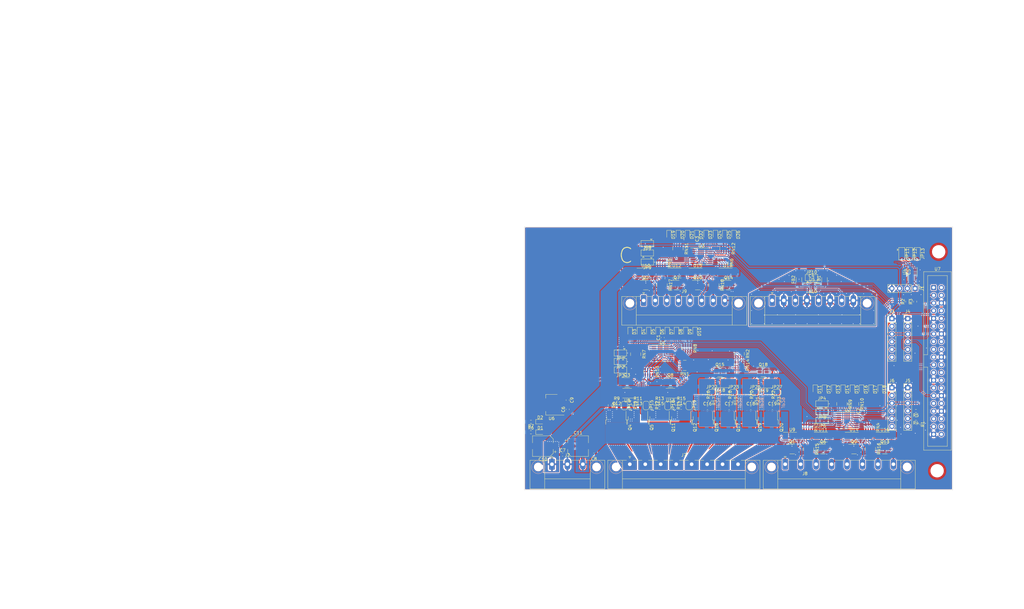
<source format=kicad_pcb>
(kicad_pcb (version 20211014) (generator pcbnew)
  (layers (0 "F.Cu" signal) (31 "B.Cu" signal) (34 "B.Paste" user) (35 "F.Paste" user) (36 "B.SilkS" user "B.Silkscreen") (37 "F.SilkS" user "F.Silkscreen") (38 "B.Mask" user) (39 "F.Mask" user) (44 "Edge.Cuts" user))
  (net 0 "")
  (net 1 "+3V3")
  (net 2 "GND")
  (net 3 "Net-(C4-Pad1)")
  (net 4 "GNDA")
  (net 5 "+12V")
  (net 6 "+5V")
  (net 7 "Net-(C12-Pad2)")
  (net 8 "Net-(C13-Pad2)")
  (net 9 "Net-(C14-Pad2)")
  (net 10 "Net-(C15-Pad2)")
  (net 11 "Net-(C16-Pad2)")
  (net 12 "Net-(C17-Pad1)")
  (net 13 "Net-(C17-Pad2)")
  (net 14 "Net-(C18-Pad1)")
  (net 15 "Net-(C18-Pad2)")
  (net 16 "Net-(C19-Pad1)")
  (net 17 "Net-(C19-Pad2)")
  (net 18 "Net-(D1-Pad1)")
  (net 19 "Net-(D2-Pad1)")
  (net 20 "Net-(D3-Pad2)")
  (net 21 "Net-(D4-Pad2)")
  (net 22 "Net-(D5-Pad2)")
  (net 23 "Net-(D6-Pad2)")
  (net 24 "Net-(D7-Pad2)")
  (net 25 "Net-(D8-Pad2)")
  (net 26 "Net-(D9-Pad2)")
  (net 27 "Net-(D10-Pad2)")
  (net 28 "Net-(D11-Pad2)")
  (net 29 "Net-(D12-Pad2)")
  (net 30 "Net-(D13-Pad2)")
  (net 31 "Net-(D14-Pad2)")
  (net 32 "Net-(D15-Pad2)")
  (net 33 "Net-(D16-Pad2)")
  (net 34 "Net-(D17-Pad2)")
  (net 35 "Net-(D18-Pad2)")
  (net 36 "Net-(D19-Pad2)")
  (net 37 "Net-(D20-Pad2)")
  (net 38 "Net-(D21-Pad2)")
  (net 39 "Net-(D22-Pad2)")
  (net 40 "Net-(D23-Pad2)")
  (net 41 "Net-(D24-Pad2)")
  (net 42 "Net-(D25-Pad2)")
  (net 43 "SCL")
  (net 44 "SDA")
  (net 46 "RX0")
  (net 47 "TX0")
  (net 50 "RX3")
  (net 51 "TX3")
  (net 54 "RX2")
  (net 55 "TX2")
  (net 58 "RX4")
  (net 59 "TX4")
  (net 61 "OUT_A0")
  (net 62 "OUT_A1")
  (net 63 "OUT_A2")
  (net 64 "OUT_A3")
  (net 65 "OUT_A4")
  (net 66 "OUT_A5")
  (net 67 "OUT_A6")
  (net 68 "OUT_A7")
  (net 69 "OUT_B0")
  (net 70 "OUT_B1")
  (net 71 "OUT_B2")
  (net 72 "OUT_B3")
  (net 73 "OUT_B4")
  (net 74 "OUT_B5")
  (net 75 "OUT_B6")
  (net 76 "OUT_B7")
  (net 77 "OUT_C0")
  (net 78 "OUT_C1")
  (net 79 "OUT_C2")
  (net 80 "OUT_C3")
  (net 81 "OUT_C4")
  (net 82 "OUT_C5")
  (net 83 "OUT_C6")
  (net 84 "OUT_C7")
  (net 85 "IN_ADC0")
  (net 86 "IN_ADC1")
  (net 87 "IN_ADC2")
  (net 88 "IN_ADC3")
  (net 89 "Net-(JP1-Pad2)")
  (net 90 "Net-(JP2-Pad2)")
  (net 91 "Net-(JP3-Pad2)")
  (net 92 "Net-(JP4-Pad2)")
  (net 93 "Net-(JP5-Pad2)")
  (net 94 "Net-(JP6-Pad2)")
  (net 95 "Net-(JP7-Pad2)")
  (net 96 "Net-(JP8-Pad2)")
  (net 97 "Net-(JP9-Pad2)")
  (net 98 "Net-(JP10-Pad2)")
  (net 99 "Net-(JP11-Pad2)")
  (net 100 "Net-(JP12-Pad2)")
  (net 101 "Net-(JP13-Pad2)")
  (net 102 "Net-(JP14-Pad1)")
  (net 103 "Net-(JP15-Pad1)")
  (net 104 "Net-(JP18-Pad1)")
  (net 105 "Net-(JP19-Pad1)")
  (net 106 "Net-(JP23-Pad1)")
  (net 107 "Net-(JP26-Pad1)")
  (net 108 "Net-(JP27-Pad1)")
  (net 109 "~{IO_RESET}")
  (net 110 "CTL_A0")
  (net 111 "CTL_A1")
  (net 112 "CTL_A2")
  (net 113 "CTL_A3")
  (net 114 "CTL_A4")
  (net 115 "CTL_A5")
  (net 116 "CTL_A6")
  (net 117 "CTL_A7")
  (net 118 "CTL_B0")
  (net 119 "CTL_B1")
  (net 120 "CTL_B2")
  (net 121 "CTL_B3")
  (net 122 "CTL_B4")
  (net 123 "CTL_B5")
  (net 124 "CTL_B6")
  (net 125 "CTL_B7")
  (net 126 "CTL_C0")
  (net 127 "CTL_C1")
  (net 128 "CTL_C2")
  (net 129 "CTL_C3")
  (net 130 "CTL_C4")
  (net 131 "CTL_C5")
  (net 132 "CTL_C6")
  (net 133 "CTL_C7")
  (net 134 "TMP_ALERT")
  (net 135 "ADC_RDY")
  (net 147 "TX5")
  (net 148 "RX5")
  (net 177 "MOS_A0")
  (net 178 "MOS_A1")
  (net 179 "MOS_A2")
  (net 180 "MOS_A3")
  (net 181 "MOS_A4")
  (net 182 "MOS_A5")
  (net 183 "MOS_A6")
  (net 184 "MOS_A7")
  (net 185 "MOS_B0")
  (net 186 "MOS_B1")
  (net 187 "MOS_B2")
  (net 188 "MOS_B3")
  (net 189 "MOS_B4")
  (net 190 "MOS_B5")
  (net 191 "MOS_B6")
  (net 192 "MOS_B7")
  (net 193 "MOS_C0")
  (net 194 "MOS_C1")
  (net 195 "MOS_C2")
  (net 196 "MOS_C3")
  (net 197 "MOS_C4")
  (net 198 "MOS_C5")
  (net 199 "MOS_C7")
  (net 200 "MOS_C6")
  (net 203 "Net-(D26-Pad2)")
  (net 204 "Net-(C16-Pad1)")
  (net 205 "Net-(JP22-Pad1)")
  (footprint "Capacitor_SMD:C_0603_1608Metric" (layer "F.Cu") (at 188.4426 139.3952)
    (fp_text reference "C16")
    (fp_text value "1u")
  )
  (footprint "LED_SMD:LED_0603_1608Metric" (layer "F.Cu") (at 188.010962 82.423 -90)
    (fp_text reference "D23")
    (fp_text value "LED")
  )
  (footprint "oresat-footprints:SolderJumper-2_P1.3mm_Open_RoundedPad1.0x1.5mm" (layer "F.Cu") (at 182.372 138.542 -90)
    (fp_text reference "JP19")
    (fp_text value "SolderJumper")
  )
  (footprint "Capacitor_SMD:C_0603_1608Metric" (layer "F.Cu") (at 172.72 139.319)
    (fp_text reference "C15")
    (fp_text value "1u")
  )
  (footprint "oresat-footprints:TO-252-3_TabIsPin2" (layer "F.Cu") (at 172.72 145.728 -90)
    (fp_text reference "Q11")
    (fp_text value "SUD50P08-25L-E3")
  )
  (footprint "Connector_Phoenix_MC:PhoenixContact_MC_1,5_8-GF-3.81_1x08_P3.81mm_Horizontal_ThreadedFlange_MountHole" (layer "F.Cu") (at 167.474262 104.0015)
    (fp_text reference "J9")
    (fp_text value "PI 1827486")
  )
  (footprint "Jumper:SolderJumper-3_P1.3mm_Bridged12_Pad1.0x1.5mm" (layer "F.Cu") (at 159.8502 126.873 180)
    (fp_text reference "JP3")
    (fp_text value "SolderJumper3")
  )
  (footprint "Jumper:SolderJumper-3_P1.3mm_Bridged12_Pad1.0x1.5mm" (layer "F.Cu") (at 222.633262 96.5085)
    (fp_text reference "JP10")
    (fp_text value "SolderJumper3")
  )
  (footprint "oresat-footprints:TO-252-3_TabIsPin2" (layer "F.Cu") (at 186.944 145.728 -90)
    (fp_text reference "Q16")
    (fp_text value "SUD50P08-25L-E3")
  )
  (footprint "Package_SO:MSOP-8_3x3mm_P0.65mm" (layer "F.Cu") (at 195.105262 94.996)
    (fp_text reference "U17")
    (fp_text value "TC4427")
  )
  (footprint "Jumper:SolderJumper-3_P1.3mm_Bridged12_Pad1.0x1.5mm" (layer "F.Cu") (at 252.28795 88.62211 -90)
    (fp_text reference "JP11")
    (fp_text value "SolderJumper3")
  )
  (footprint "oresat-footprints:TSOT26-6" (layer "F.Cu") (at 226.4157 152.8888)
    (fp_text reference "Q6")
    (fp_text value "DMN61D8L-LVT")
  )
  (footprint "Resistor_SMD:R_Array_Convex_4x0603" (layer "F.Cu") (at 180.975 125.349 180)
    (fp_text reference "RN1")
    (fp_text value "10k")
  )
  (footprint "oresat-footprints:SolderJumper-2_P1.3mm_Open_RoundedPad1.0x1.5mm" (layer "F.Cu") (at 161.163 138.557 -90)
    (fp_text reference "JP14")
    (fp_text value "SolderJumper")
  )
  (footprint "Capacitor_SMD:C_0603_1608Metric" (layer "F.Cu") (at 195.5546 139.3952)
    (fp_text reference "C17")
    (fp_text value "1u")
  )
  (footprint "Capacitor_SMD:C_1206_3216Metric" (layer "F.Cu") (at 226.921262 97.1435 90)
    (fp_text reference "FB1")
    (fp_text value "FerriteBead")
  )
  (footprint "Resistor_SMD:R_0603_1608Metric" (layer "F.Cu") (at 130.429 143.891 180)
    (fp_text reference "R7")
    (fp_text value "620")
  )
  (footprint "Resistor_SMD:R_0603_1608Metric" (layer "F.Cu") (at 177.546 138.43 -90)
    (fp_text reference "R14")
    (fp_text value "10k")
  )
  (footprint "Resistor_SMD:R_Array_Convex_4x0603" (layer "F.Cu") (at 164.846 121.666 -90)
    (fp_text reference "RN7")
    (fp_text value "10k")
  )
  (footprint "oresat-footprints:TO-252-3_TabIsPin2" (layer "F.Cu") (at 201.167 145.728 -90)
    (fp_text reference "Q19")
    (fp_text value "SUD50P08-25L-E3")
  )
  (footprint "Resistor_SMD:R_Array_Convex_4x0603" (layer "F.Cu") (at 241.6557 145.6752 -90)
    (fp_text reference "RN4")
    (fp_text value "10k")
  )
  (footprint "Resistor_SMD:R_Array_Convex_4x0603" (layer "F.Cu") (at 198.882 121.539 -90)
    (fp_text reference "RN2")
    (fp_text value "10k")
  )
  (footprint "LED_SMD:LED_0603_1608Metric" (layer "F.Cu") (at 184.3786 114.3 -90)
    (fp_text reference "D10")
    (fp_text value "LED")
  )
  (footprint "LED_SMD:LED_0603_1608Metric" (layer "F.Cu") (at 184.962962 82.423 -90)
    (fp_text reference "D22")
    (fp_text value "LED")
  )
  (footprint "Connector_PinHeader_2.54mm:PinHeader_1x06_P2.54mm_Vertical" (layer "F.Cu") (at 254.24895 109.95811)
    (fp_text reference "J4")
    (fp_text value "Conn_01x06")
  )
  (footprint "LED_SMD:LED_0603_1608Metric" (layer "F.Cu") (at 133.477 143.891)
    (fp_text reference "D2")
    (fp_text value "LED")
  )
  (footprint "Resistor_SMD:R_Array_Convex_4x0603" (layer "F.Cu") (at 178.747662 86.9442 -90)
    (fp_text reference "RN11")
    (fp_text value "10k")
  )
  (footprint "LED_SMD:LED_0603_1608Metric" (layer "F.Cu") (at 233.002 133.2656 -90)
    (fp_text reference "D14")
    (fp_text value "LED")
  )
  (footprint "Package_SO:MSOP-8_3x3mm_P0.65mm" (layer "F.Cu") (at 207.01 131.191 180)
    (fp_text reference "U19")
    (fp_text value "TC4427")
  )
  (footprint "Connector_Phoenix_MC_HighVoltage:PhoenixContact_MC_1,5_3-GF-5.08_1x03_P5.08mm_Horizontal_ThreadedFlange_MountHole" (layer "F.Cu") (at 137.342 157.8495)
    (fp_text reference "J2")
    (fp_text value "Conn_01x03")
  )
  (footprint "Connector_PinHeader_2.54mm:PinHeader_1x04_P2.54mm_Vertical" (layer "F.Cu") (at 256.65195 100.05211 -90)
    (fp_text reference "J1")
    (fp_text value "Conn_01x04")
  )
  (footprint "oresat-footprints:H-MCMASTER-94100A150" (layer "F.Cu") (at 63.5 144.78)
    (fp_text reference "H2" hide)
    (fp_text value "MountingHole" hide)
  )
  (footprint "Jumper:SolderJumper-3_P1.3mm_Bridged12_Pad1.0x1.5mm" (layer "F.Cu") (at 226.0628 143.451 180)
    (fp_text reference "JP6")
    (fp_text value "SolderJumper3")
  )
  (footprint "Resistor_SMD:R_0603_1608Metric" (layer "F.Cu") (at 208.661 135.001 -90)
    (fp_text reference "R22")
    (fp_text value "10k")
  )
  (footprint "Resistor_SMD:R_0603_1608Metric" (layer "F.Cu") (at 165.608 137.668)
    (fp_text reference "R11")
    (fp_text value "gate")
  )
  (footprint "Package_SO:MSOP-8_3x3mm_P0.65mm" (layer "F.Cu") (at 168.181262 94.996)
    (fp_text reference "U10")
    (fp_text value "TC4427")
  )
  (footprint "oresat-footprints:H-MCMASTER-94100A150" (layer "F.Cu") (at 263.90095 159.99611)
    (fp_text reference "H4" hide)
    (fp_text value "MountingHole" hide)
  )
  (footprint "Capacitor_SMD:C_0603_1608Metric" (layer "F.Cu") (at 253.15675 94.64191 -90)
    (fp_text reference "C5")
    (fp_text value "0.1uf")
  )
  (footprint "Capacitor_SMD:C_0603_1608Metric" (layer "F.Cu") (at 186.4868 83.7692 90)
    (fp_text reference "C3")
    (fp_text value "0.1uf")
  )
  (footprint "Resistor_SMD:R_Array_Convex_4x0603" (layer "F.Cu") (at 190.565062 98.933 -90)
    (fp_text reference "RN18")
    (fp_text value "10k")
  )
  (footprint "Package_SO:MSOP-8_3x3mm_P0.65mm" (layer "F.Cu") (at 246.7357 148.9518)
    (fp_text reference "U16")
    (fp_text value "TC4427")
  )
  (footprint "Capacitor_SMD:C_0603_1608Metric" (layer "F.Cu") (at 142.495 136.765 -90)
    (fp_text reference "C9")
    (fp_text value "0.1uf")
  )
  (footprint "Package_SO:TSSOP-16_4.4x5mm_P0.65mm" (layer "F.Cu") (at 234.526 143.451)
    (fp_text reference "U2")
    (fp_text value "MAX7310ATE")
  )
  (footprint "Capacitor_SMD:C_0603_1608Metric" (layer "F.Cu") (at 151.143 154.686 180)
    (fp_text reference "C8")
    (fp_text value "0.1uf")
  )
  (footprint "Capacitor_SMD:C_0603_1608Metric" (layer "F.Cu") (at 222.603262 94.4765 180)
    (fp_text reference "C4")
    (fp_text value "0.1uf")
  )
  (footprint "Resistor_SMD:R_Array_Convex_4x0603" (layer "F.Cu") (at 173.261262 91.7194 -90)
    (fp_text reference "RN5")
    (fp_text value "10k")
  )
  (footprint "Connector_Phoenix_MC_HighVoltage:PhoenixContact_MC_1,5_8-GF-5.08_1x08_P5.08mm_Horizontal_ThreadedFlange_MountHole" (layer "F.Cu") (at 213.9738 157.8495)
    (fp_text reference "J8")
    (fp_text value "PI 1809131")
  )
  (footprint "Capacitor_SMD:C_0603_1608Metric" (layer "F.Cu") (at 140.843 154.686)
    (fp_text reference "C7")
    (fp_text value "0.1uf")
  )
  (footprint "Resistor_SMD:R_Array_Convex_4x0603" (layer "F.Cu") (at 169.1894 127.4318 -90)
    (fp_text reference "RN13")
    (fp_text value "10k")
  )
  (footprint "LED_SMD:LED_0603_1608Metric" (layer "F.Cu") (at 175.818962 82.423 -90)
    (fp_text reference "D19")
    (fp_text value "LED")
  )
  (footprint "Package_SO:MSOP-8_3x3mm_P0.65mm" (layer "F.Cu") (at 176.276 134.493 180)
    (fp_text reference "U13")
    (fp_text value "TC4427")
  )
  (footprint "Resistor_SMD:R_Array_Convex_4x0603" (layer "F.Cu") (at 198.882 125.222 -90)
    (fp_text reference "RN14")
    (fp_text value "10k")
  )
  (footprint "LED_SMD:LED_0603_1608Metric" (layer "F.Cu") (at 226.906 133.2656 -90)
    (fp_text reference "D12")
    (fp_text value "LED")
  )
  (footprint "Resistor_SMD:R_Array_Convex_4x0603" (layer "F.Cu") (at 194.190862 86.9442 -90)
    (fp_text reference "RN12")
    (fp_text value "10k")
  )
  (footprint "Resistor_SMD:R_0603_1608Metric" (layer "F.Cu") (at 254.12195 104.37011 90)
    (fp_text reference "R2")
    (fp_text value "4k7")
  )
  (footprint "oresat-footprints:TSOT26-6" (layer "F.Cu") (at 162.052 130.937)
    (fp_text reference "Q3")
    (fp_text value "DMN61D8L-LVT")
  )
  (footprint "Connector_PinHeader_2.54mm:PinHeader_1x06_P2.54mm_Vertical" (layer "F.Cu") (at 249.04195 109.95811)
    (fp_text reference "J3")
    (fp_text value "Conn_01x06")
  )
  (footprint "Resistor_SMD:R_0603_1608Metric" (layer "F.Cu") (at 187.325 135.001 -90)
    (fp_text reference "R16")
    (fp_text value "10k")
  )
  (footprint "Capacitor_SMD:C_1206_3216Metric" (layer "F.Cu") (at 218.539262 97.1435 90)
    (fp_text reference "FB2")
    (fp_text value "FerriteBead")
  )
  (footprint "LED_SMD:LED_0603_1608Metric" (layer "F.Cu") (at 239.098 133.2656 -90)
    (fp_text reference "D16")
    (fp_text value "LED")
  )
  (footprint "LED_SMD:LED_0603_1608Metric" (layer "F.Cu") (at 242.146 133.2656 -90)
    (fp_text reference "D17")
    (fp_text value "LED")
  )
  (footprint "Resistor_SMD:R_Array_Convex_4x0603" (layer "F.Cu") (at 221.6659 152.8888 -90)
    (fp_text reference "RN15")
    (fp_text value "10k")
  )
  (footprint "Resistor_SMD:R_Array_Convex_4x0603" (layer "F.Cu") (at 173.515262 98.933 -90)
    (fp_text reference "RN17")
    (fp_text value "10k")
  )
  (footprint "Capacitor_SMD:CP_Elec_6.3x5.9" (layer "F.Cu") (at 145.929 151.892)
    (fp_text reference "C11")
    (fp_text value "100u")
  )
  (footprint "Resistor_SMD:R_Array_Convex_4x0603" (layer "F.Cu") (at 241.9859 152.7618 -90)
    (fp_text reference "RN16")
    (fp_text value "10k")
  )
  (footprint "Resistor_SMD:R_0603_1608Metric" (layer "F.Cu") (at 201.549 135.001 -90)
    (fp_text reference "R20")
    (fp_text value "10k")
  )
  (footprint "LED_SMD:LED_0603_1608Metric" (layer "F.Cu") (at 191.058962 82.423 -90)
    (fp_text reference "D24")
    (fp_text value "LED")
  )
  (footprint "oresat-footprints:H-MCMASTER-94100A150" (layer "F.Cu") (at 63.22 66.38)
    (fp_text reference "H1" hide)
    (fp_text value "MountingHole" hide)
  )
  (footprint "oresat-footprints:SolderJumper-2_P1.3mm_Open_RoundedPad1.0x1.5mm" (layer "F.Cu") (at 211.201 134.239)
    (fp_text reference "JP27")
    (fp_text value "SolderJumper")
  )
  (footprint "Package_SO:MSOP-8_3x3mm_P0.65mm" (layer "F.Cu") (at 178.341262 94.996)
    (fp_text reference "U12")
    (fp_text value "TC4427")
  )
  (footprint "Jumper:SolderJumper-3_P1.3mm_Bridged12_Pad1.0x1.5mm" (layer "F.Cu") (at 159.8202 124.079 180)
    (fp_text reference "JP2")
    (fp_text value "SolderJumper3")
  )
  (footprint "oresat-footprints:TO-252-3_TabIsPin2" (layer "F.Cu") (at 158.496 145.728 -90)
    (fp_text reference "Q4")
    (fp_text value "SUD50P08-25L-E3")
  )
  (footprint "Capacitor_SMD:C_0603_1608Metric" (layer "F.Cu") (at 239.4459 140.392 90)
    (fp_text reference "C2")
    (fp_text value "0.1uf")
  )
  (footprint "Resistor_SMD:R_0603_1608Metric" (layer "F.Cu") (at 194.437 135.001 -90)
    (fp_text reference "R18")
    (fp_text value "10k")
  )
  (footprint "Package_SO:MSOP-8_3x3mm_P0.65mm" (layer "F.Cu") (at 216.2557 148.9518)
    (fp_text reference "U9")
    (fp_text value "TC4427")
  )
  (footprint "oresat-footprints:TSOT26-6" (layer "F.Cu") (at 178.341262 98.933)
    (fp_text reference "Q7")
    (fp_text value "DMN61D8L-LVT")
  )
  (footprint "Jumper:SolderJumper-3_P1.3mm_Bridged12_Pad1.0x1.5mm" (layer "F.Cu") (at 168.663862 85.3186 180)
    (fp_text reference "JP7")
    (fp_text value "SolderJumper3")
  )
  (footprint "Package_SO:MSOP-8_3x3mm_P0.65mm" (layer "F.Cu") (at 185.231062 94.996)
    (fp_text reference "U15")
    (fp_text value "TC4427")
  )
  (footprint "LED_SMD:LED_0603_1608Metric" (layer "F.Cu") (at 181.3106 114.3 -90)
    (fp_text reference "D9")
    (fp_text value "LED")
  )
  (footprint "Resistor_SMD:R_Array_Convex_4x0603" (layer "F.Cu") (at 181.61 119.761 -90)
    (fp_text reference "RN8")
    (fp_text value "10k")
  )
  (footprint "LED_SMD:LED_0603_1608Metric" (layer "F.Cu") (at 245.194 133.2656 -90)
    (fp_text reference "D18")
    (fp_text value "LED")
  )
  (footprint "oresat-footprints:TSOT26-6" (layer "F.Cu") (at 236.5757 152.8888)
    (fp_text reference "Q9")
    (fp_text value "DMN61D8L-LVT")
  )
  (footprint "Resistor_SMD:R_Array_Convex_4x0603" (layer "F.Cu") (at 236.431 138.0154 -90)
    (fp_text reference "RN10")
    (fp_text value "10k")
  )
  (footprint "Jumper:SolderJumper-3_P1.3mm_Bridged12_Pad1.0x1.5mm" (layer "F.Cu") (at 226.0628 140.657 180)
    (fp_text reference "JP5")
    (fp_text value "SolderJumper3")
  )
  (footprint "Connector_Phoenix_MC_HighVoltage:PhoenixContact_MC_1,5_8-GF-5.08_1x08_P5.08mm_Horizontal_ThreadedFlange_MountHole" (layer "F.Cu") (at 162.9198 157.8495)
    (fp_text reference "J7")
    (fp_text value "PI 1809131")
  )
  (footprint "oresat-footprints:SolderJumper-2_P1.3mm_Open_RoundedPad1.0x1.5mm" (layer "F.Cu") (at 189.865 134.239)
    (fp_text reference "JP22")
    (fp_text value "SolderJumper")
  )
  (footprint "Connector_PinHeader_2.54mm:PinHeader_1x06_P2.54mm_Vertical" (layer "F.Cu") (at 249.04195 132.69111)
    (fp_text reference "J6")
    (fp_text value "Conn_01x06")
  )
  (footprint "oresat-footprints:TSOT26-6" (layer "F.Cu") (at 168.181262 98.933)
    (fp_text reference "Q2")
    (fp_text value "DMN61D8L-LVT")
  )
  (footprint "Package_TO_SOT_SMD:SOT-223-3_TabPin2" (layer "F.Cu") (at 137.2372 138.289 180)
    (fp_text reference "U6")
    (fp_text value "UA78M33")
  )
  (footprint "oresat-footprints:TSOT26-6" (layer "F.Cu") (at 246.7357 152.8888)
    (fp_text reference "Q13")
    (fp_text value "DMN61D8L-LVT")
  )
  (footprint "Capacitor_SMD:C_0603_1608Metric" (layer "F.Cu") (at 165.608 139.319)
    (fp_text reference "C13")
    (fp_text value "1u")
  )
  (footprint "oresat-footprints:SolderJumper-2_P1.3mm_Open_RoundedPad1.0x1.5mm" (layer "F.Cu") (at 196.977 134.239)
    (fp_text reference "JP23")
    (fp_text value "SolderJumper")
  )
  (footprint "Package_SO:TSSOP-10_3x3mm_P0.5mm" (layer "F.Cu") (at 222.730262 99.6835)
    (fp_text reference "U5")
    (fp_text value "ADS1115IDGS")
  )
  (footprint "LED_SMD:LED_0603_1608Metric" (layer "F.Cu") (at 178.866962 82.423 -90)
    (fp_text reference "D20")
    (fp_text value "LED")
  )
  (footprint "Resistor_SMD:R_0603_1608Metric" (layer "F.Cu") (at 156.337 138.43 -90)
    (fp_text reference "R8")
    (fp_text value "10k")
  )
  (footprint "oresat-footprints:TSOT26-6" (layer "F.Cu") (at 176.276 130.937)
    (fp_text reference "Q8")
    (fp_text value "DMN61D8L-LVT")
  )
  (footprint "oresat-footprints:TSOT26-6" (layer "F.Cu") (at 216.2557 152.8888)
    (fp_text reference "Q1")
    (fp_text value "DMN61D8L-LVT")
  )
  (footprint "Resistor_SMD:R_Array_Convex_4x0603" (layer "F.Cu") (at 221.3357 145.6752 -90)
    (fp_text reference "RN3")
    (fp_text value "10k")
  )
  (footprint "Resistor_SMD:R_0603_1608Metric" (layer "F.Cu") (at 256.921 142.8496 180)
    (fp_text reference "R4")
    (fp_text value "4k7")
  )
  (footprint "Capacitor_SMD:C_0603_1608Metric" (layer "F.Cu") (at 173.736 116.205 90)
    (fp_text reference "C1")
    (fp_text value "0.1uf")
  )
  (footprint "Jumper:SolderJumper-3_P1.3mm_Bridged12_Pad1.0x1.5mm" (layer "F.Cu") (at 226.0628 137.99)
    (fp_text reference "JP4")
    (fp_text value "SolderJumper3")
  )
  (footprint "Resistor_SMD:R_0603_1608Metric" (layer "F.Cu") (at 203.454 137.033 -90)
    (fp_text reference "R21")
    (fp_text value "gate")
  )
  (footprint "Jumper:SolderJumper-3_P1.3mm_Bridged12_Pad1.0x1.5mm" (layer "F.Cu") (at 168.689262 91.3793 180)
    (fp_text reference "JP9")
    (fp_text value "SolderJumper3")
  )
  (footprint "Jumper:SolderJumper-3_P1.3mm_Bridged12_Pad1.0x1.5mm" (layer "F.Cu") (at 159.8202 121.285 180)
    (fp_text reference "JP1")
    (fp_text value "SolderJumper3")
  )
  (footprint "Resistor_SMD:R_0603_1608Metric" (layer "F.Cu") (at 179.832 137.668)
    (fp_text reference "R15")
    (fp_text value "gate")
  )
  (footprint "LED_SMD:LED_0603_1608Metric" (layer "F.Cu") (at 197.154962 82.423 -90)
    (fp_text reference "D26")
    (fp_text value "LED")
  )
  (footprint "Package_SO:TSSOP-16_4.4x5mm_P0.65mm" (layer "F.Cu") (at 186.486962 89.479)
    (fp_text reference "U3")
    (fp_text value "MAX7310ATE")
  )
  (footprint "Resistor_SMD:R_0603_1608Metric" (layer "F.Cu") (at 172.72 137.668)
    (fp_text reference "R13")
    (fp_text value "gate")
  )
  (footprint "oresat-footprints:TO-252-3_TabIsPin2" (layer "F.Cu") (at 208.28 145.728 -90)
    (fp_text reference "Q20")
    (fp_text value "SUD50P08-25L-E3")
  )
  (footprint "Package_SO:TSSOP-16_4.4x5mm_P0.65mm" (layer "F.Cu") (at 173.7106 121.3612)
    (fp_text reference "U1")
    (fp_text value "MAX7310ATE")
  )
  (footprint "Connector_PinHeader_2.54mm:PinHeader_1x06_P2.54mm_Vertical" (layer "F.Cu") (at 254.24895 132.69111)
    (fp_text reference "J5")
    (fp_text value "Conn_01x06")
  )
  (footprint "Package_SO:MSOP-8_3x3mm_P0.65mm" (layer "F.Cu") (at 226.4157 148.9518)
    (fp_text reference "U11")
    (fp_text value "TC4427")
  )
  (footprint "oresat-footprints:TSOT26-6" (layer "F.Cu") (at 192.532 127.508)
    (fp_text reference "Q15")
    (fp_text value "DMN61D8L-LVT")
  )
  (footprint "Resistor_SMD:R_0603_1608Metric" (layer "F.Cu") (at 158.623 137.668)
    (fp_text reference "R9")
    (fp_text value "gate")
  )
  (footprint "Capacitor_SMD:C_0603_1608Metric" (layer "F.Cu") (at 142.495 139.813 90)
    (fp_text reference "C6")
    (fp_text value "0.1uf")
  )
  (footprint "Jumper:SolderJumper-3_P1.3mm_Bridged12_Pad1.0x1.5mm" (layer "F.Cu") (at 254.82795 88.62211 -90)
    (fp_text reference "JP12")
    (fp_text value "SolderJumper3")
  )
  (footprint "Resistor_SMD:R_0603_1608Metric" (layer "F.Cu") (at 130.429 147.32)
    (fp_text reference "R6")
    (fp_text value "1500")
  )
  (footprint "Connector_IDC:IDC-Header_2x20_P2.54mm_Vertical" (layer "F.Cu") (at 262.74845 99.75311)
    (fp_text reference "U7")
    (fp_text value "U_RasPi_40pin")
  )
  (footprint "Capacitor_SMD:C_0603_1608Metric" (layer "F.Cu") (at 179.832 139.319)
    (fp_text reference "C14")
    (fp_text value "1u")
  )
  (footprint "LED_SMD:LED_0603_1608Metric" (layer "F.Cu") (at 236.05 133.2656 -90)
    (fp_text reference "D15")
    (fp_text value "LED")
  )
  (footprint "Resistor_SMD:R_0603_1608Metric" (layer "F.Cu") (at 170.434 138.43 -90)
    (fp_text reference "R12")
    (fp_text value "10k")
  )
  (footprint "Resistor_SMD:R_0603_1608Metric" (layer "F.Cu") (at 189.23 137.033 -90)
    (fp_text reference "R17")
    (fp_text value "gate")
  )
  (footprint "Capacitor_SMD:C_0603_1608Metric" (layer "F.Cu") (at 202.6666 139.3952)
    (fp_text reference "C18")
    (fp_text value "1u")
  )
  (footprint "oresat-footprints:SolderJumper-2_P1.3mm_Open_RoundedPad1.0x1.5mm" (layer "F.Cu") (at 204.089 134.239)
    (fp_text reference "JP26")
    (fp_text value "SolderJumper")
  )
  (footprint "Package_SO:MSOP-8_3x3mm_P0.65mm" (layer "F.Cu") (at 236.5757 148.9518)
    (fp_text reference "U14")
    (fp_text value "TC4427")
  )
  (footprint "Resistor_SMD:R_0603_1608Metric" (layer "F.Cu") (at 256.921 140.335 180)
    (fp_text reference "R5")
    (fp_text value "4k7")
  )
  (footprint "LED_SMD:LED_0603_1608Metric" (layer "F.Cu") (at 229.954 133.2656 -90)
    (fp_text reference "D13")
    (fp_text value "LED")
  )
  (footprint "Capacitor_SMD:C_0603_1608Metric" (layer "F.Cu") (at 209.7786 139.3952)
    (fp_text reference "C19")
    (fp_text value "1u")
  )
  (footprint "LED_SMD:LED_0603_1608Metric" (layer "F.Cu") (at 166.0906 114.3 -90)
    (fp_text reference "D4")
    (fp_text value "LED")
  )
  (footprint "LED_SMD:LED_0603_1608Metric" (layer "F.Cu") (at 133.5278 147.32)
    (fp_text reference "D1")
    (fp_text value "LED")
  )
  (footprint "Capacitor_SMD:CP_Elec_6.3x5.9" (layer "F.Cu") (at 134.366 151.892 180)
    (fp_text reference "C10")
    (fp_text value "100u")
  )
  (footprint "Resistor_SMD:R_0603_1608Metric" (layer "F.Cu") (at 196.342 137.033 -90)
    (fp_text reference "R19")
    (fp_text value "gate")
  )
  (footprint "Resistor_SMD:R_Array_Convex_4x0603" (layer "F.Cu") (at 232.621 138.0154 -90)
    (fp_text reference "RN9")
    (fp_text value "10k")
  )
  (footprint "oresat-footprints:TO-252-3_TabIsPin2" (layer "F.Cu") (at 165.608 145.728 -90)
    (fp_text reference "Q5")
    (fp_text value "SUD50P08-25L-E3")
  )
  (footprint "Package_SO:MSOP-8_3x3mm_P0.65mm" (layer "F.Cu") (at 162.052 134.493 180)
    (fp_text reference "U8")
    (fp_text value "TC4427")
  )
  (footprint "Resistor_SMD:R_0603_1608Metric" (layer "F.Cu") (at 210.566 137.033 -90)
    (fp_text reference "R23")
    (fp_text value "gate")
  )
  (footprint "oresat-footprints:H-MCMASTER-94100A150" (layer "F.Cu") (at 264.40895 87.98711)
    (fp_text reference "H3" hide)
    (fp_text value "MountingHole" hide)
  )
  (footprint "LED_SMD:LED_0603_1608Metric" (layer "F.Cu") (at 169.1386 114.3 -90)
    (fp_text reference "D5")
    (fp_text value "LED")
  )
  (footprint "oresat-footprints:TSOT26-6" (layer "F.Cu") (at 185.231062 98.933)
    (fp_text reference "Q10")
    (fp_text value "DMN61D8L-LVT")
  )
  (footprint "oresat-footprints:TO-252-3_TabIsPin2" (layer "F.Cu") (at 179.832 145.728 -90)
    (fp_text reference "Q12")
    (fp_text value "SUD50P08-25L-E3")
  )
  (footprint "LED_SMD:LED_0603_1608Metric" (layer "F.Cu") (at 163.0426 114.3 -90)
    (fp_text reference "D3")
    (fp_text value "LED")
  )
  (footprint "oresat-footprints:SolderJumper-2_P1.3mm_Open_RoundedPad1.0x1.5mm" (layer "F.Cu") (at 168.275 138.542 -90)
    (fp_text reference "JP15")
    (fp_text value "SolderJumper")
  )
  (footprint "Resistor_SMD:R_0603_1608Metric" (layer "F.Cu") (at 163.322 138.43 -90)
    (fp_text reference "R10")
    (fp_text value "10k")
  )
  (footprint "LED_SMD:LED_0603_1608Metric" (layer "F.Cu") (at 178.2826 114.3 -90)
    (fp_text reference "D8")
    (fp_text value "LED")
  )
  (footprint "Jumper:SolderJumper-3_P1.3mm_Bridged12_Pad1.0x1.5mm" (layer "F.Cu") (at 168.663862 88.3765)
    (fp_text reference "JP8")
    (fp_text value "SolderJumper3")
  )
  (footprint "Connector_Phoenix_MC:PhoenixContact_MC_1,5_8-GF-3.81_1x08_P3.81mm_Horizontal_ThreadedFlange_MountHole" (layer "F.Cu") (at 209.700062 103.9905)
    (fp_text reference "J10")
    (fp_text value "PI 1827486")
  )
  (footprint "Resistor_SMD:R_0603_1608Metric" (layer "F.Cu") (at 256.66195 104.37011 90)
    (fp_text reference "R3")
    (fp_text value "4k7")
  )
  (footprint "oresat-footprints:TSOT26-6" (layer "F.Cu") (at 195.391062 98.933)
    (fp_text reference "Q14")
    (fp_text value "DMN61D8L-LVT")
  )
  (footprint "oresat-footprints:SolderJumper-2_P1.3mm_Open_RoundedPad1.0x1.5mm" (layer "F.Cu") (at 175.387 138.557 -90)
    (fp_text reference "JP18")
    (fp_text value "SolderJumper")
  )
  (footprint "Resistor_SMD:R_Array_Convex_4x0603" (layer "F.Cu") (at 193.581262 91.6432 -90)
    (fp_text reference "RN6")
    (fp_text value "10k")
  )
  (footprint "Package_SO:MSOP-8_3x3mm_P0.65mm" (layer "F.Cu") (at 255.71695 94.59111 90)
    (fp_text reference "U4")
    (fp_text value "MCP9808")
  )
  (footprint "oresat-footprints:TSOT26-6" (layer "F.Cu") (at 206.756 127.508)
    (fp_text reference "Q18")
    (fp_text value "DMN61D8L-LVT")
  )
  (footprint "LED_SMD:LED_0603_1608Metric" (layer "F.Cu") (at 175.2346 114.3 -90)
    (fp_text reference "D7")
    (fp_text value "LED")
  )
  (footprint "Resistor_SMD:R_0603_1608Metric" (layer "F.Cu") (at 257.7592 144.7038 -90)
    (fp_text reference "R1")
    (fp_text value "4k7")
  )
  (footprint "LED_SMD:LED_0603_1608Metric" (layer "F.Cu") (at 172.1866 114.3 -90)
    (fp_text reference "D6")
    (fp_text value "LED")
  )
  (footprint "oresat-footprints:TO-252-3_TabIsPin2" (layer "F.Cu") (at 194.056 145.728 -90)
    (fp_text reference "Q17")
    (fp_text value "SUD50P08-25L-E3")
  )
  (footprint "LED_SMD:LED_0603_1608Metric" (layer "F.Cu") (at 223.858 133.2656 -90)
    (fp_text reference "D11")
    (fp_text value "LED")
  )
  (footprint "LED_SMD:LED_0603_1608Metric" (layer "F.Cu") (at 194.106962 82.423 -90)
    (fp_text reference "D25")
    (fp_text value "LED")
  )
  (footprint "LED_SMD:LED_0603_1608Metric" (layer "F.Cu") (at 181.914962 82.423 -90)
    (fp_text reference "D21")
    (fp_text value "LED")
  )
  (footprint "Capacitor_SMD:C_0603_1608Metric" (layer "F.Cu") (at 158.623 139.319)
    (fp_text reference "C12")
    (fp_text value "1u")
  )
  (footprint "Package_SO:MSOP-8_3x3mm_P0.65mm" (layer "F.Cu") (at 192.786 131.064 180)
    (fp_text reference "U18")
    (fp_text value "TC4427")
  )
  (footprint "Jumper:SolderJumper-3_P1.3mm_Bridged12_Pad1.0x1.5mm" (layer "F.Cu") (at 257.36795 88.62211 -90)
    (fp_text reference "JP13")
    (fp_text value "SolderJumper3")
  )
  (footprint "oresat-footprints:JP-SOLDER-2way-HP" (layer "B.Cu") (at 202.438 137.668 90)
    (fp_text reference "JP28")
    (fp_text value "SolderJumper-HP")
  )
  (footprint "oresat-footprints:JP-SOLDER-2way-HP" (layer "B.Cu") (at 188.214 137.658 90)
    (fp_text reference "JP24")
    (fp_text value "SolderJumper-HP")
  )
  (footprint "oresat-footprints:JP-SOLDER-2way-HP" (layer "B.Cu") (at 209.55 137.658 90)
    (fp_text reference "JP29")
    (fp_text value "SolderJumper-HP")
  )
  (footprint "oresat-footprints:JP-SOLDER-2way-HP" (layer "B.Cu") (at 195.326 137.658 90)
    (fp_text reference "JP25")
    (fp_text value "SolderJumper-HP")
  )
  (gr_rect (start 128.2954 79.7814) (end 269.0114 166.3192) (layer "Edge.Cuts") (width 0.1) (fill none))
  (gr_text "C" (at 161.671 89.2302) (layer "F.SilkS") (effects (font (size 5 5) (thickness 0.3))))
  (segment (start 252.92295 91.03511) (end 253.300078 91.03511) (width 0.25) (layer "F.Cu") (net 1))
  (segment (start 257.7592 143.955) (end 257.7592 142.8882) (width 0.3048) (layer "F.Cu") (net 1))
  (segment (start 140.3872 135.989) (end 142.494 135.989) (width 0.508) (layer "F.Cu") (net 1))
  (segment (start 173.736 117.574444) (end 173.876778 117.715222) (width 0.3048) (layer "F.Cu") (net 1))
  (segment (start 186.447562 84.583438) (end 186.4868 84.5442) (width 0.3048) (layer "F.Cu") (net 1))
  (segment (start 160.1978 118.4656) (end 160.1978 117.856) (width 0.508) (layer "F.Cu") (net 1))
  (segment (start 189.349462 87.204) (end 189.349462 86.5786) (width 0.3048) (layer "F.Cu") (net 1))
  (segment (start 252.28795 90.40011) (end 252.92295 91.03511) (width 0.25) (layer "F.Cu") (net 1))
  (segment (start 167.363862 85.3186) (end 166.530262 85.3186) (width 0.3048) (layer "F.Cu") (net 1))
  (segment (start 253.15675 92.73691) (end 252.85195 92.43211) (width 0.3048) (layer "F.Cu") (net 1))
  (segment (start 257.746 142.875) (end 257.746 137.795) (width 0.3048) (layer "F.Cu") (net 1))
  (segment (start 224.8602 138.0074) (end 224.8602 139.7377) (width 0.3048) (layer "F.Cu") (net 1))
  (segment (start 257.7592 142.8882) (end 257.746 142.875) (width 0.3048) (layer "F.Cu") (net 1))
  (segment (start 256.66195 105.19511) (end 251.51795 105.19511) (width 0.3048) (layer "F.Cu") (net 1))
  (segment (start 158.5502 121.315) (end 158.5202 121.285) (width 0.508) (layer "F.Cu") (net 1))
  (segment (start 158.5202 120.1662) (end 158.496 120.142) (width 0.508) (layer "F.Cu") (net 1))
  (segment (start 158.496 120.1674) (end 160.1978 118.4656) (width 0.508) (layer "F.Cu") (net 1))
  (segment (start 240.1187 141.167) (end 240.4365 140.8492) (width 0.3048) (layer "F.Cu") (net 1))
  (segment (start 142.494 135.989) (end 142.495 135.99) (width 0.508) (layer "F.Cu") (net 1))
  (segment (start 158.6184 121.285) (end 158.6184 125.4806) (width 0.3048) (layer "F.Cu") (net 1))
  (segment (start 167.389262 91.3793) (end 167.389262 85.344) (width 0.3048) (layer "F.Cu") (net 1))
  (segment (start 254.69545 92.43211) (end 254.74195 92.47861) (width 0.3048) (layer "F.Cu") (net 1))
  (segment (start 224.8602 143.57) (end 224.8348 143.5954) (width 0.3048) (layer "F.Cu") (net 1))
  (segment (start 166.530262 85.3186) (end 166.073062 85.7758) (width 0.3048) (layer "F.Cu") (net 1))
  (segment (start 239.4459 141.167) (end 240.1187 141.167) (width 0.3048) (layer "F.Cu") (net 1))
  (segment (start 224.8602 139.7377) (end 224.8602 143.57) (width 0.3048) (layer "F.Cu") (net 1))
  (segment (start 160.1978 117.856) (end 160.1978 91.651062) (width 0.508) (layer "F.Cu") (net 1))
  (segment (start 158.5202 121.285) (end 158.5202 120.1662) (width 0.508) (layer "F.Cu") (net 1))
  (segment (start 176.5808 119.0785) (end 176.5731 119.0862) (width 0.3048) (layer "F.Cu") (net 1))
  (segment (start 158.6184 126.8476) (end 158.593 126.873) (width 0.3048) (layer "F.Cu") (net 1))
  (segment (start 239.1737 141.179) (end 239.1827 141.17) (width 0.3048) (layer "F.Cu") (net 1))
  (segment (start 176.5808 118.491) (end 176.5808 119.0785) (width 0.3048) (layer "F.Cu") (net 1))
  (segment (start 142.495 135.99) (end 147.093 135.99) (width 0.508) (layer "F.Cu") (net 1))
  (segment (start 173.736 116.726) (end 173.736 117.574444) (width 0.3048) (layer "F.Cu") (net 1))
  (segment (start 237.4047 141.179) (end 239.1737 141.179) (width 0.3048) (layer "F.Cu") (net 1))
  (segment (start 162.776978 117.715222) (end 160.338578 117.715222) (width 0.508) (layer "F.Cu") (net 1))
  (segment (start 226.921262 95.6685) (end 226.921262 93.0795) (width 0.3048) (layer "F.Cu") (net 1))
  (segment (start 252.85195 92.43211) (end 254.69545 92.43211) (width 0.3048) (layer "F.Cu") (net 1))
  (segment (start 186.447562 85.8012) (end 186.447562 84.583438) (width 0.3048) (layer "F.Cu") (net 1))
  (segment (start 167.389262 85.344) (end 167.363862 85.3186) (width 0.3048) (layer "F.Cu") (net 1))
  (segment (start 160.338578 117.715222) (end 160.1978 117.856) (width 0.508) (layer "F.Cu") (net 1))
  (segment (start 160.1978 91.651062) (end 166.047662 85.8012) (width 0.508) (layer "F.Cu") (net 1))
  (segment (start 254.36645 92.47861) (end 253.93895 92.05111) (width 0.25) (layer "F.Cu") (net 1))
  (segment (start 147.093 135.99) (end 157.6024 125.4806) (width 0.508) (layer "F.Cu") (net 1))
  (segment (start 240.4365 140.8492) (end 240.4365 139.757) (width 0.3048) (layer "F.Cu") (net 1))
  (segment (start 253.93895 92.05111) (end 253.93895 91.673982) (width 0.25) (layer "F.Cu") (net 1))
  (segment (start 253.15675 93.86691) (end 253.15675 92.73691) (width 0.3048) (layer "F.Cu") (net 1))
  (segment (start 158.6184 125.4806) (end 158.6184 126.8476) (width 0.3048) (layer "F.Cu") (net 1))
  (segment (start 254.74195 92.47861) (end 254.36645 92.47861) (width 0.25) (layer "F.Cu") (net 1))
  (segment (start 158.5502 126.873) (end 158.5502 121.315) (width 0.508) (layer "F.Cu") (net 1))
  (segment (start 157.6024 125.4806) (end 158.6184 125.4806) (width 0.508) (layer "F.Cu") (net 1))
  (segment (start 253.93895 91.673982) (end 253.300078 91.03511) (width 0.25) (layer "F.Cu") (net 1))
  (via (at 252.85195 92.43211) (size 0.508) (drill 0.254) (layers "F.Cu" "B.Cu") (net 1))
  (via (at 226.921262 93.0795) (size 0.508) (drill 0.254) (layers "F.Cu" "B.Cu") (net 1))
  (via (at 189.349462 86.5786) (size 0.508) (drill 0.254) (layers "F.Cu" "B.Cu") (net 1))
  (via (at 240.4365 139.757) (size 0.508) (drill 0.254) (layers "F.Cu" "B.Cu") (net 1))
  (via (at 173.876778 117.715222) (size 0.508) (drill 0.254) (layers "F.Cu" "B.Cu") (net 1))
  (via (at 186.447562 85.8012) (size 0.508) (drill 0.254) (layers "F.Cu" "B.Cu") (net 1))
  (via (at 251.45495 105.13211) (size 0.508) (drill 0.254) (layers "F.Cu" "B.Cu") (net 1))
  (via (at 162.776978 117.715222) (size 0.508) (drill 0.254) (layers "F.Cu" "B.Cu") (net 1))
  (via (at 257.36795 90.40011) (size 0.8) (drill 0.4) (layers "F.Cu" "B.Cu") (net 1))
  (via (at 166.047662 85.8012) (size 0.508) (drill 0.254) (layers "F.Cu" "B.Cu") (net 1))
  (via (at 254.82795 90.40011) (size 0.8) (drill 0.4) (layers "F.Cu" "B.Cu") (net 1))
  (via (at 257.746 137.795) (size 0.508) (drill 0.254) (layers "F.Cu" "B.Cu") (net 1))
  (via (at 176.5808 118.491) (size 0.508) (drill 0.254) (layers "F.Cu" "B.Cu") (net 1))
  (via (at 252.28795 90.40011) (size 0.8) (drill 0.4) (layers "F.Cu" "B.Cu") (net 1))
  (via (at 224.8602 139.7377) (size 0.508) (drill 0.254) (layers "F.Cu" "B.Cu") (net 1))
  (segment (start 205.853222 117.715222) (end 220.853 132.715) (width 0.508) (layer "B.Cu") (net 1))
  (segment (start 254.24895 115.03811) (end 247.26395 115.03811) (width 0.508) (layer "B.Cu") (net 1))
  (segment (start 249.04195 137.77111) (end 247.39095 137.77111) (width 0.508) (layer "B.Cu") (net 1))
  (segment (start 223.0497 139.7377) (end 224.8602 139.7377) (width 0.508) (layer "B.Cu") (net 1))
  (segment (start 189.339462 85.8012) (end 186.447562 85.8012) (width 0.508) (layer "B.Cu") (net 1))
  (segment (start 247.20045 116.37161) (end 247.20045 137.58061) (width 0.508) (layer "B.Cu") (net 1))
  (segment (start 247.20045 116.37161) (end 247.20045 115.10161) (width 0.508) (layer "B.Cu") (net 1))
  (segment (start 247.14845 110.96261) (end 247.20045 110.91061) (width 0.508) (layer "B.Cu") (net 1))
  (segment (start 176.53 118.4402) (end 176.5808 118.491) (width 0.3048) (layer "B.Cu") (net 1))
  (segment (start 240.4172 139.7377) (end 240.4365 139.757) (width 0.508) (layer "B.Cu") (net 1))
  (segment (start 186.447562 85.8012) (end 186.422162 85.7758) (width 0.508) (layer "B.Cu") (net 1))
  (segment (start 251.57195 102.20111) (end 251.57195 105.01511) (width 0.508) (layer "B.Cu") (net 1))
  (segment (start 257.746 137.795) (end 257.72211 137.77111) (width 0.508) (layer "B.Cu") (net 1))
  (segment (start 251.57195 100.05211) (end 251.57195 93.71211) (width 0.508) (layer "B.Cu") (net 1))
  (segment (start 247.20045 115.10161) (end 247.20045 110.91061) (width 0.508) (layer "B.Cu") (net 1))
  (segment (start 247.20045 109.38661) (end 247.20045 110.91061) (width 0.508) (layer "B.Cu") (net 1))
  (segment (start 194.750962 85.8012) (end 202.029262 93.0795) (width 0.508) (layer "B.Cu") (net 1))
  (segment (start 251.45495 105.13211) (end 247.20045 109.38661) (width 0.508) (layer "B.Cu") (net 1))
  (segment (start 202.029262 93.0795) (end 250.93934 93.0795) (width 0.508) (layer "B.Cu") (net 1))
  (segment (start 173.876778 117.715222) (end 162.776978 117.715222) (width 0.508) (layer "B.Cu") (net 1))
  (segment (start 188.654962 85.8012) (end 194.750962 85.8012) (width 0.508) (layer "B.Cu") (net 1))
  (segment (start 189.349462 85.8112) (end 189.339462 85.8012) (width 0.3048) (layer "B.Cu") (net 1))
  (segment (start 223.45778 139.757) (end 240.4365 139.757) (width 0.3048) (layer "B.Cu") (net 1))
  (segment (start 247.26395 115.03811) (end 247.20045 115.10161) (width 0.508) (layer "B.Cu") (net 1))
  (segment (start 251.57195 101.58611) (end 251.57195 102.20111) (width 0.508) (layer "B.Cu") (net 1))
  (segment (start 176.791862 85.8012) (end 186.447562 85.8012) (width 0.3048) (layer "B.Cu") (net 1))
  (segment (start 173.876778 117.715222) (end 176.619978 117.715222) (width 0.508) (layer "B.Cu") (net 1))
  (segment (start 251.57195 93.71211) (end 252.85195 92.43211) (width 0.508) (layer "B.Cu") (net 1))
  (segment (start 220.853 137.541) (end 223.0497 139.7377) (width 0.508) (layer "B.Cu") (net 1))
  (segment (start 246.2592 139.757) (end 240.4365 139.757) (width 0.508) (layer "B.Cu") (net 1))
  (segment (start 250.93934 93.0795) (end 251.57195 93.71211) (width 0.508) (layer "B.Cu") (net 1))
  (segment (start 251.57195 105.01511) (end 251.45495 105.13211) (width 0.508) (layer "B.Cu") (net 1))
  (segment (start 257.72211 137.77111) (end 254.24895 137.77111) (width 0.508) (layer "B.Cu") (net 1))
  (segment (start 247.39095 137.77111) (end 247.20045 137.58061) (width 0.508) (layer "B.Cu") (net 1))
  (segment (start 166.073062 85.7758) (end 166.047662 85.8012) (width 0.508) (layer "B.Cu") (net 1))
  (segment (start 224.8602 139.7377) (end 240.4172 139.7377) (width 0.508) (layer "B.Cu") (net 1))
  (segment (start 189.349462 86.5786) (end 189.349462 85.8112) (width 0.3048) (layer "B.Cu") (net 1))
  (segment (start 176.5808 117.7544) (end 176.619978 117.715222) (width 0.508) (layer "B.Cu") (net 1))
  (segment (start 166.047662 85.8012) (end 176.791862 85.8012) (width 0.3048) (layer "B.Cu") (net 1))
  (segment (start 249.04195 137.77111) (end 254.24895 137.77111) (width 0.508) (layer "B.Cu") (net 1))
  (segment (start 176.619978 117.715222) (end 205.853222 117.715222) (width 0.508) (layer "B.Cu") (net 1))
  (segment (start 220.853 132.715) (end 220.853 137.541) (width 0.508) (layer "B.Cu") (net 1))
  (segment (start 247.20045 137.58061) (end 247.20045 138.81575) (width 0.508) (layer "B.Cu") (net 1))
  (segment (start 186.422162 85.7758) (end 166.073062 85.7758) (width 0.508) (layer "B.Cu") (net 1))
  (segment (start 252.28795 90.40011) (end 257.36795 90.40011) (width 0.25) (layer "B.Cu") (net 1))
  (segment (start 251.57195 101.58611) (end 251.57195 100.05211) (width 0.508) (layer "B.Cu") (net 1))
  (segment (start 176.5808 118.491) (end 176.5808 117.7544) (width 0.508) (layer "B.Cu") (net 1))
  (segment (start 247.20045 138.81575) (end 246.2592 139.757) (width 0.508) (layer "B.Cu") (net 1))
  (segment (start 216.2151 151.4004) (end 216.2049 151.3902) (width 0.508) (layer "F.Cu") (net 2))
  (segment (start 180.467 133.30642) (end 180.467 130.556) (width 0.3048) (layer "F.Cu") (net 2))
  (segment (start 166.751 132.79842) (end 166.751 130.5809) (width 0.3048) (layer "F.Cu") (net 2))
  (segment (start 200.914 126.873) (end 202.311 126.873) (width 0.254) (layer "F.Cu") (net 2))
  (segment (start 237.7187 153.8443) (end 237.7132 153.8388) (width 0.508) (layer "F.Cu") (net 2))
  (segment (start 178.3885 134.168) (end 179.60542 134.168) (width 0.3048) (layer "F.Cu") (net 2))
  (segment (start 186.378762 99.8728) (end 186.368562 99.883) (width 0.508) (layer "F.Cu") (net 2))
  (segment (start 236.5249 151.9236) (end 236.5249 151.3902) (width 0.508) (layer "F.Cu") (net 2))
  (segment (start 166.068762 95.321) (end 166.916462 95.321) (width 0.3048) (layer "F.Cu") (net 2))
  (segment (start 170.431662 99.883) (end 170.441862 99.8728) (width 0.508) (layer "F.Cu") (net 2))
  (segment (start 228.2335 143.451) (end 228.7525 142.932) (width 0.508) (layer "F.Cu") (net 2))
  (segment (start 184.093562 97.983) (end 184.890662 97.983) (width 0.3048) (layer "F.Cu") (net 2))
  (segment (start 180.467 130.556) (end 180.213 130.302) (width 0.3048) (layer "F.Cu") (net 2))
  (segment (start 218.539262 95.6685) (end 218.539262 92.6985) (width 0.508) (layer "F.Cu") (net 2))
  (segment (start 228.3605 140.657) (end 228.3715 140.646) (width 0.508) (layer "F.Cu") (net 2))
  (segment (start 199.39 127.381) (end 198.8612 126.8522) (width 0.254) (layer "F.Cu") (net 2))
  (segment (start 202.311 126.873) (end 203.581 125.603) (width 0.254) (layer "F.Cu") (net 2))
  (segment (start 186.374062 100.7618) (end 186.374062 99.8885) (width 0.508) (layer "F.Cu") (net 2))
  (segment (start 217.3733 153.8587) (end 217.3932 153.8388) (width 0.508) (layer "F.Cu") (net 2))
  (segment (start 166.916462 95.321) (end 167.571662 94.6658) (width 0.3048) (layer "F.Cu") (net 2))
  (segment (start 187.491662 99.8728) (end 186.378762 99.8728) (width 0.508) (layer "F.Cu") (net 2))
  (segment (start 183.118562 95.321) (end 184.112262 95.321) (width 0.3048) (layer "F.Cu") (net 2))
  (segment (start 237.7284 153.854) (end 237.7132 153.8388) (width 0.508) (layer "F.Cu") (net 2))
  (segment (start 167.937462 97.983) (end 168.155862 97.7646) (width 0.3048) (layer "F.Cu") (net 2))
  (segment (start 167.043762 97.983) (end 167.937462 97.983) (width 0.3048) (layer "F.Cu") (net 2))
  (segment (start 184.112262 95.321) (end 184.564262 94.869) (width 0.3048) (layer "F.Cu") (net 2))
  (segment (start 167.891662 97.983) (end 168.181262 98.2726) (width 0.3048) (layer "F.Cu") (net 2))
  (segment (start 169.318762 99.883) (end 170.431662 99.883) (width 0.508) (layer "F.Cu") (net 2))
  (segment (start 178.374 131.887) (end 178.435 131.826) (width 0.3048) (layer "F.Cu") (net 2))
  (segment (start 179.60542 134.168) (end 180.467 133.30642) (width 0.3048) (layer "F.Cu") (net 2))
  (segment (start 198.8612 126.8522) (end 196.2358 126.8522) (width 0.254) (layer "F.Cu") (net 2))
  (segment (start 217.4034 153.8286) (end 217.3932 153.8388) (width 0.508) (layer "F.Cu") (net 2))
  (segment (start 227.3628 137.99) (end 228.4367 137.99) (width 0.508) (layer "F.Cu") (net 2))
  (segment (start 207.8935 128.458) (end 209.146784 128.458) (width 0.254) (layer "F.Cu") (net 2))
  (segment (start 238.8363 153.854) (end 237.7284 153.854) (width 0.508) (layer "F.Cu") (net 2))
  (segment (start 236.5097 151.9388) (end 236.5249 151.9236) (width 0.508) (layer "F.Cu") (net 2))
  (segment (start 237.7187 154.7684) (end 237.7187 153.8443) (width 0.508) (layer "F.Cu") (net 2))
  (segment (start 217.3733 154.7176) (end 217.3733 153.8587) (width 0.508) (layer "F.Cu") (net 2))
  (segment (start 184.890662 97.983) (end 185.231062 98.3234) (width 0.3048) (layer "F.Cu") (net 2))
  (segment (start 164.1645 134.168) (end 165.38142 134.168) (width 0.3048) (layer "F.Cu") (net 2))
  (segment (start 228.4367 137.99) (end 228.4477 137.979) (width 0.508) (layer "F.Cu") (net 2))
  (segment (start 227.3628 140.657) (end 228.3605 140.657) (width 0.508) (layer "F.Cu") (net 2))
  (segment (start 184.093562 97.983) (end 184.885662 97.983) (width 0.3048) (layer "F.Cu") (net 2))
  (segment (start 177.4135 131.887) (end 178.374 131.887) (width 0.3048) (layer "F.Cu") (net 2))
  (segment (start 215.1182 151.9388) (end 216.2151 151.9388) (width 0.508) (layer "F.Cu") (net 2))
  (segment (start 218.4909 153.8286) (end 217.4034 153.8286) (width 0.508) (layer "F.Cu") (net 2))
  (segment (start 169.324262 100.7618) (end 169.324262 99.8885) (width 0.508) (layer "F.Cu") (net 2))
  (segment (start 184.885662 97.983) (end 185.231062 97.6376) (width 0.3048) (layer "F.Cu") (net 2))
  (segment (start 209.804 127.800784) (end 209.804 125.857) (width 0.254) (layer "F.Cu") (net 2))
  (segment (start 196.2358 126.8522) (end 195.58 127.508) (width 0.254) (layer "F.Cu") (net 2))
  (segment (start 227.3628 143.451) (end 228.2335 143.451) (width 0.508) (layer "F.Cu") (net 2))
  (segment (start 209.146784 128.458) (end 209.804 127.800784) (width 0.254) (layer "F.Cu") (net 2))
  (segment (start 186.374062 99.8885) (end 186.368562 99.883) (width 0.508) (layer "F.Cu") (net 2))
  (segment (start 167.043762 97.983) (end 167.891662 97.983) (width 0.3048) (layer "F.Cu") (net 2))
  (segment (start 216.2151 151.9388) (end 216.2151 151.4004) (width 0.508) (layer "F.Cu") (net 2))
  (segment (start 169.324262 99.8885) (end 169.318762 99.883) (width 0.508) (layer "F.Cu") (net 2))
  (segment (start 235.4382 151.9388) (end 236.5097 151.9388) (width 0.508) (layer "F.Cu") (net 2))
  (segment (start 165.38142 134.168) (end 166.751 132.79842) (width 0.3048) (layer "F.Cu") (net 2))
  (via (at 168.181262 98.2726) (size 0.508) (drill 0.254) (layers "F.Cu" "B.Cu") (net 2))
  (via (at 251.8664 145.7452) (size 0.508) (drill 0.254) (layers "F.Cu" "B.Cu") (net 2))
  (via (at 185.231062 97.6376) (size 0.508) (drill 0.254) (layers "F.Cu" "B.Cu") (net 2))
  (via (at 243.0781 149.4344) (size 0.508) (drill 0.254) (layers "F.Cu" "B.Cu") (net 2))
  (via (at 239.2934 143.9672) (size 0.508) (drill 0.254) (layers "F.Cu" "B.Cu") (net 2))
  (via (at 180.855862 99.8982) (size 0.508) (drill 0.254) (layers "F.Cu" "B.Cu") (net 2))
  (via (at 174.480462 96.8248) (size 0.508) (drill 0.254) (layers "F.Cu" "B.Cu") (net 2))
  (via (at 193.206662 97.9678) (size 0.508) (drill 0.254) (layers "F.Cu" "B.Cu") (net 2))
  (via (at 228.7017 153.854) (size 0.508) (drill 0.254) (layers "F.Cu" "B.Cu") (net 2))
  (via (at 249.7328 125.4252) (size 0.508) (drill 0.254) (layers "F.Cu" "B.Cu") (net 2))
  (via (at 260.0452 146.6342) (size 0.508) (drill 0.254) (layers "F.Cu" "B.Cu") (net 2))
  (via (at 195.58 127.508) (size 0.508) (drill 0.254) (layers "F.Cu" "B.Cu") (net 2))
  (via (at 177.8 121.666) (size 0.508) (drill 0.254) (layers "F.Cu" "B.Cu") (net 2))
  (via (at 168.054262 86.614) (size 0.508) (drill 0.254) (layers "F.Cu" "B.Cu") (net 2))
  (via (at 236.5249 151.3902) (size 0.508) (drill 0.254) (layers "F.Cu" "B.Cu") (net 2))
  (via (at 200.914 126.873) (size 0.508) (drill 0.254) (layers "F.Cu" "B.Cu") (net 2))
  (via (at 178.435 131.826) (size 0.508) (drill 0.254) (layers "F.Cu" "B.Cu") (net 2))
  (via (at 159.385 118.11) (size 0.508) (drill 0.254) (layers "F.Cu" "B.Cu") (net 2))
  (via (at 172.974 127.635) (size 0.508) (drill 0.254) (layers "F.Cu" "B.Cu") (net 2))
  (via (at 260.3754 119.634) (size 0.508) (drill 0.254) (layers "F.Cu" "B.Cu") (net 2))
  (via (at 203.581 125.603) (size 0.508) (drill 0.254) (layers "F.Cu" "B.Cu") (net 2))
  (via (at 260.0706 144.399) (size 0.508) (drill 0.254) (layers "F.Cu" "B.Cu") (net 2))
  (via (at 177.223662 97.155) (size 0.508) (drill 0.254) (layers "F.Cu" "B.Cu") (net 2))
  (via (at 222.6311 149.9932) (size 0.508) (drill 0.254) (layers "F.Cu" "B.Cu") (net 2))
  (via (at 185.039 127.508) (size 0.508) (drill 0.254) (layers "F.Cu" "B.Cu") (net 2))
  (via (at 199.39 127.381) (size 0.508) (drill 0.254) (layers "F.Cu" "B.Cu") (net 2))
  (via (at 191.208598 96.131953) (size 0.508) (drill 0.254) (layers "F.Cu" "B.Cu") (net 2))
  (via (at 225.2727 151.0346) (size 0.508) (drill 0.254) (layers "F.Cu" "B.Cu") (net 2))
  (via (at 228.3715 140.646) (size 0.508) (drill 0.254) (layers "F.Cu" "B.Cu") (net 2))
  (via (at 186.4868 82.0674) (size 0.508) (drill 0.254) (layers "F.Cu" "B.Cu") (net 2))
  (via (at 258.5974 102.0826) (size 0.508) (drill 0.254) (layers "F.Cu" "B.Cu") (net 2))
  (via (at 185.293 120.396) (size 0.508) (drill 0.254) (layers "F.Cu" "B.Cu") (net 2))
  (via (at 244.59695 140.56511) (size 0.508) (drill 0.254) (layers "F.Cu" "B.Cu") (net 2))
  (via (at 189.611 127.508) (size 0.508) (drill 0.254) (layers "F.Cu" "B.Cu") (net 2))
  (via (at 162.179 121.285) (size 0.508) (drill 0.254) (layers "F.Cu" "B.Cu") (net 2))
  (via (at 252.857 102.0826) (size 0.508) (drill 0.254) (layers "F.Cu" "B.Cu") (net 2))
  (via (at 166.751 130.5809) (size 0.508) (drill 0.254) (layers "F.Cu" "B.Cu") (net 2))
  (via (at 206.220262 99.1755) (size 0.508) (drill 0.254) (layers "F.Cu" "B.Cu") (net 2))
  (via (at 160.8836 119.1514) (size 0.508) (drill 0.254) (layers "F.Cu" "B.Cu") (net 2))
  (via (at 218.4909 153.8286) (size 0.508) (drill 0.254) (layers "F.Cu" "B.Cu") (net 2))
  (via (at 159.385 117.475) (size 0.508) (drill 0.254) (layers "F.Cu" "B.Cu") (net 2))
  (via (at 258.318 93.9292) (size 0.508) (drill 0.254) (layers "F.Cu" "B.Cu") (net 2))
  (via (at 185.231062 98.3234) (size 0.508) (drill 0.254) (layers "F.Cu" "B.Cu") (net 2))
  (via (at 250.4694 131.0386) (size 0.508) (drill 0.254) (layers "F.Cu" "B.Cu") (net 2))
  (via (at 173.896262 86.487) (size 0.508) (drill 0.254) (layers "F.Cu" "B.Cu") (net 2))
  (via (at 237.7187 154.7684) (size 0.508) (drill 0.254) (layers "F.Cu" "B.Cu") (net 2))
  (via (at 247.777 150.9268) (size 0.508) (drill 0.254) (layers "F.Cu" "B.Cu") (net 2))
  (via (at 179.484262 100.9142) (size 0.508) (drill 0.254) (layers "F.Cu" "B.Cu") (net 2))
  (via (at 179.451 129.1331) (size 0.508) (drill 0.254) (layers "F.Cu" "B.Cu") (net 2))
  (via (at 251.2314 106.7308) (size 0.508) (drill 0.254) (layers "F.Cu" "B.Cu") (net 2))
  (via (at 180.703462 83.9978) (size 0.508) (drill 0.254) (layers "F.Cu" "B.Cu") (net 2))
  (via (at 196.229262 101.0412) (size 0.508) (drill 0.254) (layers "F.Cu" "B.Cu") (net 2))
  (via (at 168.155862 97.7646) (size 0.508) (drill 0.254) (layers "F.Cu" "B.Cu") (net 2))
  (via (at 170.441862 99.8728) (size 0.508) (drill 0.254) (layers "F.Cu" "B.Cu") (net 2))
  (via (at 164.846 128.27) (size 0.508) (drill 0.254) (layers "F.Cu" "B.Cu") (net 2))
  (via (at 233.1466 151.6888) (size 0.508) (drill 0.254) (layers "F.Cu" "B.Cu") (net 2))
  (via (at 250.7743 143.3892) (size 0.508) (drill 0.254) (layers "F.Cu" "B.Cu") (net 2))
  (via (at 250.444 111.5314) (size 0.508) (drill 0.254) (layers "F.Cu" "B.Cu") (net 2))
  (via (at 174.531262 96.3168) (size 0.508) (drill 0.254) (layers "F.Cu" "B.Cu") (net 2))
  (via (at 178.689 127.762) (size 0.508) (drill 0.254) (layers "F.Cu" "B.Cu") (net 2))
  (via (at 234.5183 138.0044) (size 0.508) (drill 0.254) (layers "F.Cu" "B.Cu") (net 2))
  (via (at 228.4477 137.979) (size 0.508) (drill 0.254) (layers "F.Cu" "B.Cu") (net 2))
  (via (at 241.018262 99.1755) (size 0.508) (drill 0.254) (layers "F.Cu" "B.Cu") (net 2))
  (via (at 172.974 125.857) (size 0.508) (drill 0.254) (layers "F.Cu" "B.Cu") (net 2))
  (via (at 195.199 123.571) (size 0.508) (drill 0.254) (layers "F.Cu" "B.Cu") (net 2))
  (via (at 171.076862 91.3892) (size 0.508) (drill 0.254) (layers "F.Cu" "B.Cu") (net 2))
  (via (at 221.1324 142.1638) (size 0.508) (drill 0.254) (layers "F.Cu" "B.Cu") (net 2))
  (via (at 188.722 123.444) (size 0.508) (drill 0.254) (layers "F.Cu" "B.Cu") (net 2))
  (via (at 195.707 120.65) (size 0.508) (drill 0.254) (layers "F.Cu" "B.Cu") (net 2))
  (via (at 238.8363 153.854) (size 0.508) (drill 0.254) (layers "F.Cu" "B.Cu") (net 2))
  (via (at 159.385 116.84) (size 0.508) (drill 0.254) (layers "F.Cu" "B.Cu") (net 2))
  (via (at 236.5249 151.9236) (size 0.508) (drill 0.254) (layers "F.Cu" "B.Cu") (net 2))
  (via (at 257.6068 112.4204) (size 0.508) (drill 0.254) (layers "F.Cu" "B.Cu") (net 2))
  (via (at 163.449 126.365) (size 0.508) (drill 0.254) (layers "F.Cu" "B.Cu") (net 2))
  (via (at 169.324262 100.7618) (size 0.508) (drill 0.254) (layers "F.Cu" "B.Cu") (net 2))
  (via (at 162.179 124.079) (size 0.508) (drill 0.254) (layers "F.Cu" "B.Cu") (net 2))
  (via (at 250.6473 138.614) (size 0.508) (drill 0.254) (layers "F.Cu" "B.Cu") (net 2))
  (via (at 222.8343 149.4852) (size 0.508) (drill 0.254) (layers "F.Cu" "B.Cu") (net 2))
  (via (at 256.7178 147.6756) (size 0.508) (drill 0.254) (layers "F.Cu" "B.Cu") (net 2))
  (via (at 250.2662 116.2304) (size 0.508) (drill 0.254) (layers "F.Cu" "B.Cu") (net 2))
  (via (at 217.3733 154.7176) (size 0.508) (drill 0.254) (layers "F.Cu" "B.Cu") (net 2))
  (via (at 171.831 130.683) (size 0.508) (drill 0.254) (layers "F.Cu" "B.Cu") (net 2))
  (via (at 176.055262 97.9932) (size 0.508) (drill 0.254) (layers "F.Cu" "B.Cu") (net 2))
  (via (at 159.385 116.205) (size 0.508) (drill 0.254) (layers "F.Cu" "B.Cu") (net 2))
  (via (at 258.064 97.663) (size 0.508) (drill 0.254) (layers "F.Cu" "B.Cu") (net 2))
  (via (at 180.213 130.302) (size 0.508) (drill 0.254) (layers "F.Cu" "B.Cu") (net 2))
  (via (at 244.97795 145.01011) (size 0.508) (drill 0.254) (layers "F.Cu" "B.Cu") (net 2))
  (via (at 252.9586 97.155) (size 0.508) (drill 0.254) (layers "F.Cu" "B.Cu") (net 2))
  (via (at 227.6349 154.5398) (size 0.508) (drill 0.254) (layers "F.Cu" "B.Cu") (net 2))
  (via (at 189.992 120.523) (size 0.508) (drill 0.254) (layers "F.Cu" "B.Cu") (net 2))
  (via (at 164.338 131.572) (size 0.508) (drill 0.254) (layers "F.Cu" "B.Cu") (net 2))
  (via (at 245.1101 138.614) (size 0.508) (drill 0.254) (layers "F.Cu" "B.Cu") (net 2))
  (via (at 244.2972 151.1046) (size 0.508) (drill 0.254) (layers "F.Cu" "B.Cu") (net 2))
  (via (at 216.2049 151.3902) (size 0.508) (drill 0.254) (layers "F.Cu" "B.Cu") (net 2))
  (via (at 173.736 129.921) (size 0.508) (drill 0.254) (layers "F.Cu" "B.Cu") (net 2))
  (via (at 194.324262 96.9772) (size 0.508) (drill 0.254) (layers "F.Cu" "B.Cu") (net 2))
  (via (at 228.7525 142.932) (size 0.508) (drill 0.254) (layers "F.Cu" "B.Cu") (net 2))
  (via (at 255.397 102.0826) (size 0.508) (drill 0.254) (layers "F.Cu" "B.Cu") (net 2))
  (via (at 196.838862 101.0412) (size 0.508) (drill 0.254) (layers "F.Cu" "B.Cu") (net 2))
  (via (at 256.6162 121.3358) (size 0.508) (drill 0.254) (layers "F.Cu" "B.Cu") (net 2))
  (via (at 255.7018 130.9878) (size 0.508) (drill 0.254) (layers "F.Cu" "B.Cu") (net 2))
  (via (at 169.672 131.064) (size 0.508) (drill 0.254) (layers "F.Cu" "B.Cu") (net 2))
  (via (at 249.5042 105.537) (size 0.508) (drill 0.254) (layers "F.Cu" "B.Cu") (net 2))
  (via (at 242.062 143.383) (size 0.508) (drill 0.254) (layers "F.Cu" "B.Cu") (net 2))
  (via (at 187.491662 99.8728) (size 0.508) (drill 0.254) (layers "F.Cu" "B.Cu") (net 2))
  (via (at 224.0281 151.9236) (size 0.508) (drill 0.254) (layers "F.Cu" "B.Cu") (net 2))
  (via (at 186.374062 100.7618) (size 0.508) (drill 0.254) (layers "F.Cu" "B.Cu") (net 2))
  (via (at 183.896 123.571) (size 0.508) (drill 0.254) (layers "F.Cu" "B.Cu") (net 2))
  (via (at 242.9765 149.9424) (size 0.508) (drill 0.254) (layers "F.Cu" "B.Cu") (net 2))
  (via (at 216.2151 151.9388) (size 0.508) (drill 0.254) (layers "F.Cu" "B.Cu") (net 2))
  (via (at 252.0188 147.9296) (size 0.508) (drill 0.254) (layers "F.Cu" "B.Cu") (net 2))
  (segment (start 179.8061 129.1331) (end 180.213 129.54) (width 0.3048) (layer "B.Cu") (net 2))
  (segment (start 199.39 127.381) (end 199.39 127.445184) (width 0.254) (layer "B.Cu") (net 2))
  (segment (start 206.220262 99.1755) (end 241.018262 99.1755) (width 0.254) (layer "B.Cu") (net 2))
  (segment (start 180.213 129.54) (end 180.213 130.302) (width 0.3048) (layer "B.Cu") (net 2))
  (segment (start 179.451 129.1331) (end 179.8061 129.1331) (width 0.3048) (layer "B.Cu") (net 2))
  (segment (start 223.933262 97.4575) (end 224.127262 97.6515) (width 0.254) (layer "F.Cu") (net 3))
  (segment (start 226.921262 99.5565) (end 226.921262 98.6185) (width 0.254) (layer "F.Cu") (net 3))
  (segment (start 224.127262 97.6515) (end 226.794262 97.6515) (width 0.254) (layer "F.Cu") (net 3))
  (segment (start 224.880262 99.6835) (end 226.794262 99.6835) (width 0.254) (layer "F.Cu") (net 3))
  (segment (start 226.921262 97.7785) (end 226.921262 98.6185) (width 0.254) (layer "F.Cu") (net 3))
  (segment (start 226.794262 97.6515) (end 226.921262 97.7785) (width 0.254) (layer "F.Cu") (net 3))
  (segment (start 226.794262 99.6835) (end 226.921262 99.5565) (width 0.254) (layer "F.Cu") (net 3))
  (segment (start 223.933262 95.6795) (end 223.378262 95.1245) (width 0.254) (layer "F.Cu") (net 3))
  (segment (start 223.933262 96.5085) (end 223.933262 97.4575) (width 0.254) (layer "F.Cu") (net 3))
  (segment (start 223.933262 96.5085) (end 223.933262 95.6795) (width 0.254) (layer "F.Cu") (net 3))
  (segment (start 223.378262 95.1245) (end 223.378262 94.4765) (width 0.254) (layer "F.Cu") (net 3))
  (segment (start 221.333262 95.6195) (end 221.828262 95.1245) (width 0.254) (layer "F.Cu") (net 4))
  (segment (start 218.706062 106.4145) (end 221.130062 103.9905) (width 0.254) (layer "F.Cu") (net 4))
  (segment (start 233.057062 107.3035) (end 236.370062 103.9905) (width 0.254) (layer "F.Cu") (net 4))
  (segment (start 218.539262 99.5565) (end 218.539262 98.6185) (width 0.254) (layer "F.Cu") (net 4))
  (segment (start 218.666262 99.6835) (end 218.539262 99.5565) (width 0.254) (layer "F.Cu") (net 4))
  (segment (start 221.587262 100.3185) (end 221.587262 99.8551) (width 0.254) (layer "F.Cu") (net 4))
  (segment (start 214.856262 106.4145) (end 218.706062 106.4145) (width 0.254) (layer "F.Cu") (net 4))
  (segment (start 221.079262 97.6515) (end 221.333262 97.3975) (width 0.254) (layer "F.Cu") (net 4))
  (segment (start 218.539262 98.6185) (end 218.539262 97.7785) (width 0.254) (layer "F.Cu") (net 4))
  (segment (start 218.539262 97.7785) (end 218.666262 97.6515) (width 0.254) (layer "F.Cu") (net 4))
  (segment (start 225.818062 106.9225) (end 228.750062 103.9905) (width 0.254) (layer "F.Cu") (net 4))
  (segment (start 221.333262 96.5085) (end 221.333262 95.6195) (width 0.254) (layer "F.Cu") (net 4))
  (segment (start 213.510062 105.0683) (end 214.856262 106.4145) (width 0.254) (layer "F.Cu") (net 4))
  (segment (start 221.333262 96.5085) (end 221.333262 97.3975) (width 0.254) (layer "F.Cu") (net 4))
  (segment (start 224.062062 106.9225) (end 225.818062 106.9225) (width 0.254) (layer "F.Cu") (net 4))
  (segment (start 221.130062 103.9905) (end 224.062062 106.9225) (width 0.254) (layer "F.Cu") (net 4))
  (segment (start 221.587262 99.8551) (end 221.415662 99.6835) (width 0.254) (layer "F.Cu") (net 4))
  (segment (start 218.666262 97.6515) (end 221.079262 97.6515) (width 0.254) (layer "F.Cu") (net 4))
  (segment (start 213.510062 103.9905) (end 213.510062 105.0683) (width 0.254) (layer "F.Cu") (net 4))
  (segment (start 228.750062 103.9905) (end 232.063062 107.3035) (width 0.254) (layer "F.Cu") (net 4))
  (segment (start 221.415662 99.6835) (end 220.580262 99.6835) (width 0.254) (layer "F.Cu") (net 4))
  (segment (start 232.063062 107.3035) (end 233.057062 107.3035) (width 0.254) (layer "F.Cu") (net 4))
  (segment (start 220.580262 99.6835) (end 218.666262 99.6835) (width 0.254) (layer "F.Cu") (net 4))
  (segment (start 221.587262 103.5333) (end 221.587262 100.3185) (width 0.254) (layer "F.Cu") (net 4))
  (segment (start 221.130062 103.9905) (end 221.587262 103.5333) (width 0.254) (layer "F.Cu") (net 4))
  (segment (start 221.828262 95.1245) (end 221.828262 94.4765) (width 0.254) (layer "F.Cu") (net 4))
  (via (at 224.889262 111.6215) (size 0.508) (drill 0.254) (layers "F.Cu" "B.Cu") (net 4))
  (via (at 221.079262 101.4615) (size 0.508) (drill 0.254) (layers "F.Cu" "B.Cu") (net 4))
  (via (at 228.191262 97.5245) (size 0.508) (drill 0.254) (layers "F.Cu" "B.Cu") (net 4))
  (via (at 215.237262 95.7465) (size 0.508) (drill 0.254) (layers "F.Cu" "B.Cu") (net 4))
  (via (at 232.636262 108.7005) (size 0.508) (drill 0.254) (layers "F.Cu" "B.Cu") (net 4))
  (via (at 239.7506 101.7778) (size 0.508) (drill 0.254) (layers "F.Cu" "B.Cu") (net 4))
  (via (at 213.459262 111.6215) (size 0.508) (drill 0.254) (layers "F.Cu" "B.Cu") (net 4))
  (via (at 238.478262 102.8585) (size 0.508) (drill 0.254) (layers "F.Cu" "B.Cu") (net 4))
  (via (at 213.459262 101.4615) (size 0.508) (drill 0.254) (layers "F.Cu" "B.Cu") (net 4))
  (via (at 228.826262 101.4615) (size 0.508) (drill 0.254) (layers "F.Cu" "B.Cu") (net 4))
  (via (at 238.478262 111.6215) (size 0.508) (drill 0.254) (layers "F.Cu" "B.Cu") (net 4))
  (via (at 224.889262 108.7005) (size 0.508) (drill 0.254) (layers "F.Cu" "B.Cu") (net 4))
  (via (at 207.109262 105.948833) (size 0.508) (drill 0.254) (layers "F.Cu" "B.Cu") (net 4))
  (via (at 213.459262 106.5415) (size 0.508) (drill 0.254) (layers "F.Cu" "B.Cu") (net 4))
  (via (at 242.443 101.9048) (size 0.508) (drill 0.254) (layers "F.Cu" "B.Cu") (net 4))
  (via (at 207.109262 111.6215) (size 0.508) (drill 0.254) (layers "F.Cu" "B.Cu") (net 4))
  (via (at 232.509262 111.6215) (size 0.508) (drill 0.254) (layers "F.Cu" "B.Cu") (net 4))
  (via (at 207.109262 108.785166) (size 0.508) (drill 0.254) (layers "F.Cu" "B.Cu") (net 4))
  (via (at 232.382262 97.7785) (size 0.508) (drill 0.254) (layers "F.Cu" "B.Cu") (net 4))
  (via (at 221.206262 111.6215) (size 0.508) (drill 0.254) (layers "F.Cu" "B.Cu") (net 4))
  (via (at 207.109262 103.1125) (size 0.508) (drill 0.254) (layers "F.Cu" "B.Cu") (net 4))
  (via (at 243.050262 111.6215) (size 0.508) (drill 0.254) (layers "F.Cu" "B.Cu") (net 4))
  (via (at 202.918262 101.9695) (size 0.508) (drill 0.254) (layers "F.Cu" "B.Cu") (net 4))
  (via (at 230.8606 101.6508) (size 0.508) (drill 0.254) (layers "F.Cu" "B.Cu") (net 4))
  (via (at 211.935262 97.0165) (size 0.508) (drill 0.254) (layers "F.Cu" "B.Cu") (net 4))
  (via (at 228.826262 106.5415) (size 0.508) (drill 0.254) (layers "F.Cu" "B.Cu") (net 4))
  (via (at 217.447562 94.2225) (size 0.508) (drill 0.254) (layers "F.Cu" "B.Cu") (net 4))
  (via (at 205.331262 100.6995) (size 0.508) (drill 0.254) (layers "F.Cu" "B.Cu") (net 4))
  (via (at 234.1118 101.7016) (size 0.508) (drill 0.254) (layers "F.Cu" "B.Cu") (net 4))
  (via (at 236.319262 111.6215) (size 0.508) (drill 0.254) (layers "F.Cu" "B.Cu") (net 4))
  (via (at 243.050262 107.3035) (size 0.508) (drill 0.254) (layers "F.Cu" "B.Cu") (net 4))
  (via (at 236.446262 101.4615) (size 0.508) (drill 0.254) (layers "F.Cu" "B.Cu") (net 4))
  (via (at 225.016262 96.8895) (size 0.508) (drill 0.254) (layers "F.Cu" "B.Cu") (net 4))
  (via (at 223.2152 101.6) (size 0.508) (drill 0.254) (layers "F.Cu" "B.Cu") (net 4))
  (via (at 213.713262 97.7785) (size 0.508) (drill 0.254) (layers "F.Cu" "B.Cu") (net 4))
  (via (at 211.582 101.092) (size 0.508) (drill 0.254) (layers "F.Cu" "B.Cu") (net 4))
  (via (at 215.999262 101.092) (size 0.508) (drill 0.254) (layers "F.Cu" "B.Cu") (net 4))
  (via (at 217.396262 111.6215) (size 0.508) (drill 0.254) (layers "F.Cu" "B.Cu") (net 4))
  (via (at 221.079262 106.5415) (size 0.508) (drill 0.254) (layers "F.Cu" "B.Cu") (net 4))
  (via (at 236.446262 106.6685) (size 0.508) (drill 0.254) (layers "F.Cu" "B.Cu") (net 4))
  (via (at 224.889262 94.2225) (size 0.508) (drill 0.254) (layers "F.Cu" "B.Cu") (net 4))
  (via (at 227.810262 94.2225) (size 0.508) (drill 0.254) (layers "F.Cu" "B.Cu") (net 4))
  (via (at 230.858262 95.7465) (size 0.508) (drill 0.254) (layers "F.Cu" "B.Cu") (net 4))
  (via (at 238.478262 108.7005) (size 0.508) (drill 0.254) (layers "F.Cu" "B.Cu") (net 4))
  (via (at 211.427262 108.7005) (size 0.508) (drill 0.254) (layers "F.Cu" "B.Cu") (net 4))
  (via (at 228.826262 111.6215) (size 0.508) (drill 0.254) (layers "F.Cu" "B.Cu") (net 4))
  (via (at 202.918262 111.6215) (size 0.508) (drill 0.254) (layers "F.Cu" "B.Cu") (net 4))
  (via (at 238.478262 105.7795) (size 0.508) (drill 0.254) (layers "F.Cu" "B.Cu") (net 4))
  (via (at 216.761262 97.9055) (size 0.508) (drill 0.254) (layers "F.Cu" "B.Cu") (net 4))
  (via (at 209.649262 111.6215) (size 0.508) (drill 0.254) (layers "F.Cu" "B.Cu") (net 4))
  (via (at 218.539262 97.0165) (size 0.508) (drill 0.254) (layers "F.Cu" "B.Cu") (net 4))
  (via (at 226.6188 101.6508) (size 0.508) (drill 0.254) (layers "F.Cu" "B.Cu") (net 4))
  (via (at 220.444262 94.2225) (size 0.508) (drill 0.254) (layers "F.Cu" "B.Cu") (net 4))
  (via (at 217.396262 108.7005) (size 0.508) (drill 0.254) (layers "F.Cu" "B.Cu") (net 4))
  (via (at 202.918262 107.3035) (size 0.508) (drill 0.254) (layers "F.Cu" "B.Cu") (net 4))
  (segment (start 248.8788 149.282) (end 247.658 149.282) (width 0.3048) (layer "F.Cu") (net 5))
  (segment (start 161.29148 134.236236) (end 161.223244 134.168) (width 0.3048) (layer "F.Cu") (net 5))
  (segment (start 134.3153 149.8093) (end 134.874 150.368) (width 0.254) (layer "F.Cu") (net 5))
  (segment (start 187.343562 95.321) (end 188.629462 95.321) (width 0.3048) (layer "F.Cu") (net 5))
  (segment (start 188.629462 95.321) (end 188.634662 95.3262) (width 0.3048) (layer "F.Cu") (net 5))
  (segment (start 175.387 134.239) (end 175.316 134.168) (width 0.3048) (layer "F.Cu") (net 5))
  (segment (start 190.6735 130.739) (end 191.968 130.739) (width 0.3048) (layer "F.Cu") (net 5))
  (segment (start 238.7188 149.282) (end 237.5005 149.282) (width 0.3048) (layer "F.Cu") (net 5))
  (segment (start 198.427462 95.321) (end 198.432662 95.3262) (width 0.25) (layer "F.Cu") (net 5))
  (segment (start 142.495 140.588) (end 143.509 140.588) (width 0.254) (layer "F.Cu") (net 5))
  (segment (start 206.05 130.866) (end 204.8975 130.866) (width 0.3048) (layer "F.Cu") (net 5))
  (segment (start 196.198144 95.321) (end 198.427462 95.321) (width 0.3048) (layer "F.Cu") (net 5))
  (segment (start 186.0296 95.3745) (end 186.0831 95.321) (width 0.3048) (layer "F.Cu") (net 5))
  (segment (start 144.3355 141.4145) (end 144.399 141.478) (width 0.254) (layer "F.Cu") (net 5))
  (segment (start 175.316 134.168) (end 174.1635 134.168) (width 0.3048) (layer "F.Cu") (net 5))
  (segment (start 143.509 140.588) (end 144.3355 141.4145) (width 0.254) (layer "F.Cu") (net 5))
  (segment (start 238.7188 149.282) (end 240.0047 149.282) (width 0.3048) (layer "F.Cu") (net 5))
  (segment (start 134.874 150.368) (end 135.89 150.368) (width 0.254) (layer "F.Cu") (net 5))
  (segment (start 134.3153 147.32) (end 134.3153 149.8093) (width 0.254) (layer "F.Cu") (net 5))
  (segment (start 140.3872 140.589) (end 142.494 140.589) (width 0.254) (layer "F.Cu") (net 5))
  (segment (start 186.0831 95.321) (end 187.343562 95.321) (width 0.3048) (layer "F.Cu") (net 5))
  (segment (start 196.121953 95.397191) (end 196.198144 95.321) (width 0.3048) (layer "F.Cu") (net 5))
  (segment (start 142.494 140.589) (end 142.495 140.588) (width 0.254) (layer "F.Cu") (net 5))
  (segment (start 218.3734 149.282) (end 217.1551 149.282) (width 0.3048) (layer "F.Cu") (net 5))
  (segment (start 161.223244 134.168) (end 159.9395 134.168) (width 0.3048) (layer "F.Cu") (net 5))
  (segment (start 180.433562 95.3262) (end 179.212762 95.3262) (width 0.3048) (layer "F.Cu") (net 5))
  (segment (start 228.5334 149.282) (end 227.3126 149.282) (width 0.3048) (layer "F.Cu") (net 5))
  (segment (start 218.3734 149.282) (end 219.6593 149.282) (width 0.3048) (layer "F.Cu") (net 5))
  (segment (start 228.5334 149.282) (end 229.6923 149.282) (width 0.3048) (layer "F.Cu") (net 5))
  (segment (start 206.121 130.937) (end 206.05 130.866) (width 0.3048) (layer "F.Cu") (net 5))
  (segment (start 170.273562 95.3262) (end 171.559462 95.3262) (width 0.3048) (layer "F.Cu") (net 5))
  (segment (start 248.8788 149.282) (end 250.0377 149.282) (width 0.3048) (layer "F.Cu") (net 5))
  (segment (start 170.273562 95.3262) (end 169.055262 95.3262) (width 0.3048) (layer "F.Cu") (net 5))
  (via (at 171.564662 95.3314) (size 0.508) (drill 0.254) (layers "F.Cu" "B.Cu") (net 5))
  (via (at 170.18 143.002) (size 0.508) (drill 0.254) (layers "F.Cu" "B.Cu") (net 5))
  (via (at 188.634662 95.3262) (size 0.508) (drill 0.254) (layers "F.Cu" "B.Cu") (net 5))
  (via (at 137.16 150.368) (size 0.508) (drill 0.254) (layers "F.Cu" "B.Cu") (net 5))
  (via (at 206.121 130.937) (size 0.508) (drill 0.254) (layers "F.Cu" "B.Cu") (net 5))
  (via (at 144.3355 141.4145) (size 0.508) (drill 0.254) (layers "F.Cu" "B.Cu") (net 5))
  (via (at 229.6975 149.2872) (size 0.508) (drill 0.254) (layers "F.Cu" "B.Cu") (net 5))
  (via (at 171.45 142.494) (size 0.508) (drill 0.254) (layers "F.Cu" "B.Cu") (net 5))
  (via (at 139.065 150.368) (size 0.508) (drill 0.254) (layers "F.Cu" "B.Cu") (net 5))
  (via (at 170.815 143.002) (size 0.508) (drill 0.254) (layers "F.Cu" "B.Cu") (net 5))
  (via (at 247.6045 149.3355) (size 0.508) (drill 0.254) (layers "F.Cu" "B.Cu") (net 5))
  (via (at 177.927 139.954) (size 0.508) (drill 0.254) (layers "F.Cu" "B.Cu") (net 5))
  (via (at 171.45 140.589) (size 0.508) (drill 0.254) (layers "F.Cu" "B.Cu") (net 5))
  (via (at 186.0296 95.3745) (size 0.508) (drill 0.254) (layers "F.Cu" "B.Cu") (net 5))
  (via (at 168.999262 95.3822) (size 0.508) (drill 0.254) (layers "F.Cu" "B.Cu") (net 5))
  (via (at 136.525 150.368) (size 0.508) (drill 0.254) (layers "F.Cu" "B.Cu") (net 5))
  (via (at 179.159262 95.3797) (size 0.508) (drill 0.254) (layers "F.Cu" "B.Cu") (net 5))
  (via (at 137.795 150.368) (size 0.508) (drill 0.254) (layers "F.Cu" "B.Cu") (net 5))
  (via (at 198.432662 95.3262) (size 0.508) (drill 0.254) (layers "F.Cu" "B.Cu") (net 5))
  (via (at 178.562 140.589) (size 0.508) (drill 0.254) (layers "F.Cu" "B.Cu") (net 5))
  (via (at 177.292 143.002) (size 0.508) (drill 0.254) (layers "F.Cu" "B.Cu") (net 5))
  (via (at 139.573 151.257) (size 0.508) (drill 0.254) (layers "F.Cu" "B.Cu") (net 5))
  (via (at 178.562 141.859) (size 0.508) (drill 0.254) (layers "F.Cu" "B.Cu") (net 5))
  (via (at 219.6645 149.2872) (size 0.508) (drill 0.254) (layers "F.Cu" "B.Cu") (net 5))
  (via (at 138.43 150.368) (size 0.508) (drill 0.254) (layers "F.Cu" "B.Cu") (net 5))
  (via (at 139.573 150.622) (size 0.508) (drill 0.254) (layers "F.Cu" "B.Cu") (net 5))
  (via (at 135.89 150.368) (size 0.508) (drill 0.254) (layers "F.Cu" "B.Cu") (net 5))
  (via (at 178.562 142.494) (size 0.508) (drill 0.254) (layers "F.Cu" "B.Cu") (net 5))
  (via (at 240.0099 149.2872) (size 0.508) (drill 0.254) (layers "F.Cu" "B.Cu") (net 5))
  (via (at 171.45 141.224) (size 0.508) (drill 0.254) (layers "F.Cu" "B.Cu") (net 5))
  (via (at 139.573 151.892) (size 0.508) (drill 0.254) (layers "F.Cu" "B.Cu") (net 5))
  (via (at 170.053 140.081) (size 0.508) (drill 0.254) (layers "F.Cu" "B.Cu") (net 5))
  (via (at 237.4445 149.338) (size 0.508) (drill 0.254) (layers "F.Cu" "B.Cu") (net 5))
  (via (at 196.121953 95.397191) (size 0.508) (drill 0.254) (layers "F.Cu" "B.Cu") (net 5))
  (via (at 170.688 140.081) (size 0.508) (drill 0.254) (layers "F.Cu" "B.Cu") (net 5))
  (via (at 227.2591 149.3355) (size 0.508) (drill 0.254) (layers "F.Cu" "B.Cu") (net 5))
  (via (at 161.29148 134.236236) (size 0.508) (drill 0.254) (layers "F.Cu" "B.Cu") (net 5))
  (via (at 217.0991 149.338) (size 0.508) (drill 0.254) (layers "F.Cu" "B.Cu") (net 5))
  (via (at 175.387 134.239) (size 0.508) (drill 0.254) (layers "F.Cu" "B.Cu") (net 5))
  (via (at 178.562 141.224) (size 0.508) (drill 0.254) (layers "F.Cu" "B.Cu") (net 5))
  (via (at 177.292 139.954) (size 0.508) (drill 0.254) (layers "F.Cu" "B.Cu") (net 5))
  (via (at 191.968 130.739) (size 0.508) (drill 0.254) (layers "F.Cu" "B.Cu") (net 5))
  (via (at 250.0429 149.2872) (size 0.508) (drill 0.254) (layers "F.Cu" "B.Cu") (net 5))
  (via (at 177.927 143.002) (size 0.508) (drill 0.254) (layers "F.Cu" "B.Cu") (net 5))
  (via (at 171.45 141.859) (size 0.508) (drill 0.254) (layers "F.Cu" "B.Cu") (net 5))
  (segment (start 188.586362 95.3745) (end 188.634662 95.3262) (width 0.3048) (layer "B.Cu") (net 5))
  (segment (start 156.337 139.255) (end 157.784 139.255) (width 0.254) (layer "F.Cu") (net 6))
  (segment (start 134.2645 143.891) (end 134.2645 145.4405) (width 0.254) (layer "F.Cu") (net 6))
  (segment (start 148.729 153.531) (end 147.502 154.758) (width 1.27) (layer "F.Cu") (net 6))
  (segment (start 164.833 139.319) (end 163.957 139.319) (width 0.3048) (layer "F.Cu") (net 6))
  (segment (start 150.368 154.686) (end 150.296 154.758) (width 0.508) (layer "F.Cu") (net 6))
  (segment (start 148.729 151.892) (end 148.729 153.531) (width 1.27) (layer "F.Cu") (net 6))
  (segment (start 150.296 154.758) (end 147.502 154.758) (width 0.508) (layer "F.Cu") (net 6))
  (segment (start 163.957 139.319) (end 163.576 139.7) (width 0.3048) (layer "F.Cu") (net 6))
  (segment (start 134.2645 145.4405) (end 138.43 149.606) (width 0.254) (layer "F.Cu") (net 6))
  (segment (start 147.502 154.758) (end 147.502 157.8495) (width 1.27) (layer "F.Cu") (net 6))
  (segment (start 138.43 149.606) (end 148.082 149.606) (width 0.254) (layer "F.Cu") (net 6))
  (segment (start 157.784 139.255) (end 157.848 139.319) (width 0.254) (layer "F.Cu") (net 6))
  (segment (start 148.082 149.606) (end 148.729 150.253) (width 0.254) (layer "F.Cu") (net 6))
  (segment (start 148.729 150.253) (end 148.729 151.892) (width 0.254) (layer "F.Cu") (net 6))
  (via (at 156.464 143.129) (size 0.508) (drill 0.254) (layers "F.Cu" "B.Cu") (net 6))
  (via (at 157.226 141.224) (size 0.508) (drill 0.254) (layers "F.Cu" "B.Cu") (net 6))
  (via (at 155.194 141.859) (size 0.508) (drill 0.254) (layers "F.Cu" "B.Cu") (net 6))
  (via (at 164.338 141.859) (size 0.508) (drill 0.254) (layers "F.Cu" "B.Cu") (net 6))
  (via (at 157.226 142.494) (size 0.508) (drill 0.254) (layers "F.Cu" "B.Cu") (net 6))
  (via (at 164.338 141.224) (size 0.508) (drill 0.254) (layers "F.Cu" "B.Cu") (net 6))
  (via (at 164.338 140.589) (size 0.508) (drill 0.254) (layers "F.Cu" "B.Cu") (net 6))
  (via (at 163.703 143.002) (size 0.508) (drill 0.254) (layers "F.Cu" "B.Cu") (net 6))
  (via (at 163.068 143.637) (size 0.508) (drill 0.254) (layers "F.Cu" "B.Cu") (net 6))
  (via (at 156.464 143.764) (size 0.508) (drill 0.254) (layers "F.Cu" "B.Cu") (net 6))
  (via (at 155.829 140.081) (size 0.508) (drill 0.254) (layers "F.Cu" "B.Cu") (net 6))
  (via (at 155.194 142.494) (size 0.508) (drill 0.254) (layers "F.Cu" "B.Cu") (net 6))
  (via (at 163.703 143.637) (size 0.508) (drill 0.254) (layers "F.Cu" "B.Cu") (net 6))
  (via (at 155.829 143.129) (size 0.508) (drill 0.254) (layers "F.Cu" "B.Cu") (net 6))
  (via (at 163.068 143.002) (size 0.508) (drill 0.254) (layers "F.Cu" "B.Cu") (net 6))
  (via (at 157.226 141.859) (size 0.508) (drill 0.254) (layers "F.Cu" "B.Cu") (net 6))
  (via (at 155.194 140.589) (size 0.508) (drill 0.254) (layers "F.Cu" "B.Cu") (net 6))
  (via (at 162.941 140.081) (size 0.508) (drill 0.254) (layers "F.Cu" "B.Cu") (net 6))
  (via (at 157.226 140.589) (size 0.508) (drill 0.254) (layers "F.Cu" "B.Cu") (net 6))
  (via (at 155.194 141.224) (size 0.508) (drill 0.254) (layers "F.Cu" "B.Cu") (net 6))
  (via (at 163.576 140.081) (size 0.508) (drill 0.254) (layers "F.Cu" "B.Cu") (net 6))
  (via (at 156.464 140.081) (size 0.508) (drill 0.254) (layers "F.Cu" "B.Cu") (net 6))
  (via (at 164.338 142.494) (size 0.508) (drill 0.254) (layers "F.Cu" "B.Cu") (net 6))
  (via (at 155.829 143.764) (size 0.508) (drill 0.254) (layers "F.Cu" "B.Cu") (net 6))
  (segment (start 159.398 139.319) (end 159.398 137.845) (width 0.3048) (layer "F.Cu") (net 7))
  (segment (start 159.398 141.084) (end 159.842 141.528) (width 0.3048) (layer "F.Cu") (net 7))
  (segment (start 159.842 141.528) (end 160.776 141.528) (width 0.3048) (layer "F.Cu") (net 7))
  (segment (start 159.398 137.845) (end 159.448 137.795) (width 0.3048) (layer "F.Cu") (net 7))
  (segment (start 159.398 139.319) (end 159.398 141.084) (width 0.3048) (layer "F.Cu") (net 7))
  (segment (start 166.827 141.528) (end 167.888 141.528) (width 0.3048) (layer "F.Cu") (net 8))
  (segment (start 166.383 137.718) (end 166.433 137.668) (width 0.3048) (layer "F.Cu") (net 8))
  (segment (start 166.383 141.084) (end 166.827 141.528) (width 0.3048) (layer "F.Cu") (net 8))
  (segment (start 166.383 139.319) (end 166.383 137.718) (width 0.3048) (layer "F.Cu") (net 8))
  (segment (start 166.383 139.319) (end 166.383 141.084) (width 0.3048) (layer "F.Cu") (net 8))
  (segment (start 180.607 139.319) (end 180.607 137.718) (width 0.3048) (layer "F.Cu") (net 9))
  (segment (start 180.607 139.319) (end 180.594 139.332) (width 0.3048) (layer "F.Cu") (net 9))
  (segment (start 181.025 141.528) (end 182.112 141.528) (width 0.3048) (layer "F.Cu") (net 9))
  (segment (start 180.594 139.332) (end 180.594 141.097) (width 0.3048) (layer "F.Cu") (net 9))
  (segment (start 180.607 137.718) (end 180.657 137.668) (width 0.3048) (layer "F.Cu") (net 9))
  (segment (start 180.594 141.097) (end 181.025 141.528) (width 0.3048) (layer "F.Cu") (net 9))
  (segment (start 173.495 141.084) (end 173.939 141.528) (width 0.3048) (layer "F.Cu") (net 10))
  (segment (start 173.495 139.319) (end 173.495 141.084) (width 0.3048) (layer "F.Cu") (net 10))
  (segment (start 173.939 141.528) (end 175 141.528) (width 0.3048) (layer "F.Cu") (net 10))
  (segment (start 173.495 137.718) (end 173.545 137.668) (width 0.3048) (layer "F.Cu") (net 10))
  (segment (start 173.495 139.319) (end 173.495 137.718) (width 0.3048) (layer "F.Cu") (net 10))
  (segment (start 189.224 141.528) (end 189.224 139.4016) (width 0.3048) (layer "F.Cu") (net 11))
  (segment (start 189.224 139.4016) (end 189.2176 139.3952) (width 0.3048) (layer "F.Cu") (net 11))
  (segment (start 189.2176 137.8704) (end 189.23 137.858) (width 0.3048) (layer "F.Cu") (net 11))
  (segment (start 189.2176 139.3952) (end 189.2176 137.8704) (width 0.3048) (layer "F.Cu") (net 11))
  (via (at 191.389 138.684) (size 0.508) (drill 0.254) (layers "F.Cu" "B.Cu") (net 12))
  (via (at 192.151 139.954) (size 0.508) (drill 0.254) (layers "F.Cu" "B.Cu") (net 12))
  (via (at 192.151 137.414) (size 0.508) (drill 0.254) (layers "F.Cu" "B.Cu") (net 12))
  (via (at 191.389 138.049) (size 0.508) (drill 0.254) (layers "F.Cu" "B.Cu") (net 12))
  (via (at 192.151 138.684) (size 0.508) (drill 0.254) (layers "F.Cu" "B.Cu") (net 12))
  (via (at 192.151 139.319) (size 0.508) (drill 0.254) (layers "F.Cu" "B.Cu") (net 12))
  (via (at 192.151 135.509) (size 0.508) (drill 0.254) (layers "F.Cu" "B.Cu") (net 12))
  (via (at 191.389 136.779) (size 0.508) (drill 0.254) (layers "F.Cu" "B.Cu") (net 12))
  (via (at 191.389 136.144) (size 0.508) (drill 0.254) (layers "F.Cu" "B.Cu") (net 12))
  (via (at 192.151 136.779) (size 0.508) (drill 0.254) (layers "F.Cu" "B.Cu") (net 12))
  (via (at 191.389 139.954) (size 0.508) (drill 0.254) (layers "F.Cu" "B.Cu") (net 12))
  (via (at 191.389 139.319) (size 0.508) (drill 0.254) (layers "F.Cu" "B.Cu") (net 12))
  (via (at 192.151 138.049) (size 0.508) (drill 0.254) (layers "F.Cu" "B.Cu") (net 12))
  (via (at 191.389 137.414) (size 0.508) (drill 0.254) (layers "F.Cu" "B.Cu") (net 12))
  (via (at 192.151 136.144) (size 0.508) (drill 0.254) (layers "F.Cu" "B.Cu") (net 12))
  (via (at 191.389 135.509) (size 0.508) (drill 0.254) (layers "F.Cu" "B.Cu") (net 12))
  (segment (start 196.3296 137.8704) (end 196.342 137.858) (width 0.3048) (layer "F.Cu") (net 13))
  (segment (start 196.3296 139.3952) (end 196.3296 141.5216) (width 0.3048) (layer "F.Cu") (net 13))
  (segment (start 196.3296 139.3952) (end 196.3296 137.8704) (width 0.3048) (layer "F.Cu") (net 13))
  (segment (start 196.3296 141.5216) (end 196.336 141.528) (width 0.3048) (layer "F.Cu") (net 13))
  (via (at 199.263 139.954) (size 0.508) (drill 0.254) (layers "F.Cu" "B.Cu") (net 14))
  (via (at 198.501 139.319) (size 0.508) (drill 0.254) (layers "F.Cu" "B.Cu") (net 14))
  (via (at 199.263 136.144) (size 0.508) (drill 0.254) (layers "F.Cu" "B.Cu") (net 14))
  (via (at 199.263 137.414) (size 0.508) (drill 0.254) (layers "F.Cu" "B.Cu") (net 14))
  (via (at 198.501 139.954) (size 0.508) (drill 0.254) (layers "F.Cu" "B.Cu") (net 14))
  (via (at 198.501 135.509) (size 0.508) (drill 0.254) (layers "F.Cu" "B.Cu") (net 14))
  (via (at 198.501 137.414) (size 0.508) (drill 0.254) (layers "F.Cu" "B.Cu") (net 14))
  (via (at 199.263 138.684) (size 0.508) (drill 0.254) (layers "F.Cu" "B.Cu") (net 14))
  (via (at 199.263 136.779) (size 0.508) (drill 0.254) (layers "F.Cu" "B.Cu") (net 14))
  (via (at 198.501 136.779) (size 0.508) (drill 0.254) (layers "F.Cu" "B.Cu") (net 14))
  (via (at 198.501 138.684) (size 0.508) (drill 0.254) (layers "F.Cu" "B.Cu") (net 14))
  (via (at 199.263 138.049) (size 0.508) (drill 0.254) (layers "F.Cu" "B.Cu") (net 14))
  (via (at 198.501 136.144) (size 0.508) (drill 0.254) (layers "F.Cu" "B.Cu") (net 14))
  (via (at 199.263 139.319) (size 0.508) (drill 0.254) (layers "F.Cu" "B.Cu") (net 14))
  (via (at 199.263 135.509) (size 0.508) (drill 0.254) (layers "F.Cu" "B.Cu") (net 14))
  (via (at 198.501 138.049) (size 0.508) (drill 0.254) (layers "F.Cu" "B.Cu") (net 14))
  (segment (start 203.447 141.528) (end 203.447 139.68) (width 0.3048) (layer "F.Cu") (net 15))
  (segment (start 203.4416 139.3952) (end 203.4416 137.8704) (width 0.3048) (layer "F.Cu") (net 15))
  (segment (start 203.4416 137.8704) (end 203.454 137.858) (width 0.3048) (layer "F.Cu") (net 15))
  (segment (start 203.447 139.68) (end 203.34 139.573) (width 0.3048) (layer "F.Cu") (net 15))
  (via (at 205.613 135.509) (size 0.508) (drill 0.254) (layers "F.Cu" "B.Cu") (net 16))
  (via (at 206.375 137.414) (size 0.508) (drill 0.254) (layers "F.Cu" "B.Cu") (net 16))
  (via (at 206.375 135.509) (size 0.508) (drill 0.254) (layers "F.Cu" "B.Cu") (net 16))
  (via (at 206.375 139.319) (size 0.508) (drill 0.254) (layers "F.Cu" "B.Cu") (net 16))
  (via (at 205.613 139.954) (size 0.508) (drill 0.254) (layers "F.Cu" "B.Cu") (net 16))
  (via (at 206.375 136.144) (size 0.508) (drill 0.254) (layers "F.Cu" "B.Cu") (net 16))
  (via (at 205.613 138.684) (size 0.508) (drill 0.254) (layers "F.Cu" "B.Cu") (net 16))
  (via (at 206.375 139.954) (size 0.508) (drill 0.254) (layers "F.Cu" "B.Cu") (net 16))
  (via (at 205.613 139.319) (size 0.508) (drill 0.254) (layers "F.Cu" "B.Cu") (net 16))
  (via (at 205.613 136.144) (size 0.508) (drill 0.254) (layers "F.Cu" "B.Cu") (net 16))
  (via (at 205.613 136.779) (size 0.508) (drill 0.254) (layers "F.Cu" "B.Cu") (net 16))
  (via (at 206.375 138.684) (size 0.508) (drill 0.254) (layers "F.Cu" "B.Cu") (net 16))
  (via (at 205.613 137.414) (size 0.508) (drill 0.254) (layers "F.Cu" "B.Cu") (net 16))
  (via (at 205.613 138.049) (size 0.508) (drill 0.254) (layers "F.Cu" "B.Cu") (net 16))
  (via (at 206.375 138.049) (size 0.508) (drill 0.254) (layers "F.Cu" "B.Cu") (net 16))
  (via (at 206.375 136.779) (size 0.508) (drill 0.254) (layers "F.Cu" "B.Cu") (net 16))
  (segment (start 210.5536 137.8704) (end 210.566 137.858) (width 0.3048) (layer "F.Cu") (net 17))
  (segment (start 210.5536 139.3952) (end 210.5536 137.8704) (width 0.3048) (layer "F.Cu") (net 17))
  (segment (start 210.5536 139.3952) (end 210.5536 141.5216) (width 0.3048) (layer "F.Cu") (net 17))
  (segment (start 210.5536 141.5216) (end 210.56 141.528) (width 0.3048) (layer "F.Cu") (net 17))
  (segment (start 132.7403 147.32) (end 131.254 147.32) (width 0.254) (layer "F.Cu") (net 18))
  (segment (start 132.6895 143.891) (end 131.254 143.891) (width 0.254) (layer "F.Cu") (net 19))
  (segment (start 163.646 120.766) (end 163.646 116.656) (width 0.254) (layer "F.Cu") (net 20))
  (segment (start 163.0426 116.0526) (end 163.0426 115.0875) (width 0.254) (layer "F.Cu") (net 20))
  (segment (start 163.646 116.656) (end 163.0426 116.0526) (width 0.254) (layer "F.Cu") (net 20))
  (segment (start 166.0906 116.9924) (end 166.0906 115.0875) (width 0.254) (layer "F.Cu") (net 21))
  (segment (start 164.446 118.637) (end 166.0906 116.9924) (width 0.254) (layer "F.Cu") (net 21))
  (segment (start 164.446 120.766) (end 164.446 118.637) (width 0.254) (layer "F.Cu") (net 21))
  (segment (start 168.9354 116.078) (end 169.1132 115.9002) (width 0.254) (layer "F.Cu") (net 22))
  (segment (start 169.1132 115.2399) (end 169.1132 115.9002) (width 0.25) (layer "F.Cu") (net 22))
  (segment (start 165.246 119.373764) (end 168.541764 116.078) (width 0.254) (layer "F.Cu") (net 22))
  (segment (start 165.246 120.766) (end 165.246 119.373764) (width 0.254) (layer "F.Cu") (net 22))
  (segment (start 168.541764 116.078) (end 168.9354 116.078) (width 0.254) (layer "F.Cu") (net 22))
  (segment (start 168.553342 116.713) (end 171.3738 116.713) (width 0.254) (layer "F.Cu") (net 23))
  (segment (start 166.046 119.220342) (end 168.553342 116.713) (width 0.254) (layer "F.Cu") (net 23))
  (segment (start 171.3738 116.713) (end 172.1612 115.9256) (width 0.254) (layer "F.Cu") (net 23))
  (segment (start 172.1612 115.2399) (end 172.1612 115.9256) (width 0.25) (layer "F.Cu") (net 23))
  (segment (start 166.046 120.766) (end 166.046 119.220342) (width 0.254) (layer "F.Cu") (net 23))
  (segment (start 175.2092 115.9764) (end 175.516 116.2832) (width 0.25) (layer "F.Cu") (net 24))
  (segment (start 180.41 118.18) (end 180.41 118.861) (width 0.25) (layer "F.Cu") (net 24))
  (segment (start 177.973878 116.2832) (end 179.673678 117.983) (width 0.25) (layer "F.Cu") (net 24))
  (segment (start 175.516 116.2832) (end 177.973878 116.2832) (width 0.25) (layer "F.Cu") (net 24))
  (segment (start 179.673678 117.983) (end 180.213 117.983) (width 0.25) (layer "F.Cu") (net 24))
  (segment (start 175.2092 115.2399) (end 175.2092 115.9764) (width 0.25) (layer "F.Cu") (net 24))
  (segment (start 180.213 117.983) (end 180.41 118.18) (width 0.25) (layer "F.Cu") (net 24))
  (segment (start 181.21 117.964) (end 181.21 118.861) (width 0.25) (layer "F.Cu") (net 25))
  (segment (start 178.2572 115.2399) (end 178.2572 115.9256) (width 0.25) (layer "F.Cu") (net 25))
  (segment (start 180.7758 117.5298) (end 181.21 117.964) (width 0.25) (layer "F.Cu") (net 25))
  (segment (start 178.2572 115.9256) (end 179.8614 117.5298) (width 0.25) (layer "F.Cu") (net 25))
  (segment (start 179.8614 117.5298) (end 180.7758 117.5298) (width 0.25) (layer "F.Cu") (net 25))
  (segment (start 181.3052 116.7892) (end 181.991 117.475) (width 0.25) (layer "F.Cu") (net 26))
  (segment (start 182.01 118.861) (end 182.01 117.494) (width 0.254) (layer "F.Cu") (net 26))
  (segment (start 181.3052 115.2399) (end 181.3052 116.7892) (width 0.25) (layer "F.Cu") (net 26))
  (segment (start 182.01 117.494) (end 181.991 117.475) (width 0.254) (layer "F.Cu") (net 26))
  (segment (start 184.3532 115.2399) (end 184.3532 115.9256) (width 0.25) (layer "F.Cu") (net 27))
  (segment (start 182.81 118.861) (end 182.81 117.4688) (width 0.254) (layer "F.Cu") (net 27))
  (segment (start 182.81 117.4688) (end 184.3532 115.9256) (width 0.254) (layer "F.Cu") (net 27))
  (segment (start 231.2584 136.2332) (end 231.4499 136.4247) (width 0.25) (layer "F.Cu") (net 28))
  (segment (start 223.8742 134.2339) (end 223.8742 134.9196) (width 0.25) (layer "F.Cu") (net 28))
  (segment (start 231.4499 136.4247) (end 231.4499 137.118401) (width 0.25) (layer "F.Cu") (net 28))
  (segment (start 223.8742 134.9196) (end 225.195 136.2404) (width 0.25) (layer "F.Cu") (net 28))
  (segment (start 225.2022 136.2332) (end 231.2584 136.2332) (width 0.25) (layer "F.Cu") (net 28))
  (segment (start 225.195 136.2404) (end 225.2022 136.2332) (width 0.25) (layer "F.Cu") (net 28))
  (segment (start 226.9222 134.2339) (end 226.9222 134.8942) (width 0.25) (layer "F.Cu") (net 29))
  (segment (start 231.926 135.7832) (end 232.2499 136.1071) (width 0.25) (layer "F.Cu") (net 29))
  (segment (start 232.2499 136.1071) (end 232.2499 137.118401) (width 0.25) (layer "F.Cu") (net 29))
  (segment (start 226.9222 134.8942) (end 227.8112 135.7832) (width 0.25) (layer "F.Cu") (net 29))
  (segment (start 227.8112 135.7832) (end 231.926 135.7832) (width 0.25) (layer "F.Cu") (net 29))
  (segment (start 229.9702 134.8942) (end 230.3512 135.2752) (width 0.25) (layer "F.Cu") (net 30))
  (segment (start 230.3512 135.2752) (end 232.6626 135.2752) (width 0.25) (layer "F.Cu") (net 30))
  (segment (start 233.0499 135.6625) (end 233.0499 137.118401) (width 0.25) (layer "F.Cu") (net 30))
  (segment (start 232.6626 135.2752) (end 233.0499 135.6625) (width 0.25) (layer "F.Cu") (net 30))
  (segment (start 229.9702 134.2339) (end 229.9702 134.8942) (width 0.25) (layer "F.Cu") (net 30))
  (segment (start 233.0182 134.2339) (end 233.0182 134.9196) (width 0.25) (layer "F.Cu") (net 31))
  (segment (start 233.8499 135.7513) (end 233.8499 137.118401) (width 0.25) (layer "F.Cu") (net 31))
  (segment (start 233.0182 134.9196) (end 233.8499 135.7513) (width 0.25) (layer "F.Cu") (net 31))
  (segment (start 235.2345 135.8021) (end 235.2345 137.118401) (width 0.25) (layer "F.Cu") (net 32))
  (segment (start 236.0662 134.9704) (end 235.2345 135.8021) (width 0.25) (layer "F.Cu") (net 32))
  (segment (start 236.0662 134.2339) (end 236.0662 134.9704) (width 0.25) (layer "F.Cu") (net 32))
  (segment (start 239.1142 134.9196) (end 238.7586 135.2752) (width 0.25) (layer "F.Cu") (net 33))
  (segment (start 238.7586 135.2752) (end 236.5488 135.2752) (width 0.25) (layer "F.Cu") (net 33))
  (segment (start 236.5488 135.2752) (end 236.0345 135.7895) (width 0.25) (layer "F.Cu") (net 33))
  (segment (start 236.0345 135.7895) (end 236.0345 137.118401) (width 0.25) (layer "F.Cu") (net 33))
  (segment (start 239.1142 134.2339) (end 239.1142 134.9196) (width 0.25) (layer "F.Cu") (net 33))
  (segment (start 241.2732 135.7832) (end 237.0822 135.7832) (width 0.25) (layer "F.Cu") (net 34))
  (segment (start 242.1622 134.2339) (end 242.1622 134.8942) (width 0.25) (layer "F.Cu") (net 34))
  (segment (start 237.0822 135.7832) (end 236.8345 136.0309) (width 0.25) (layer "F.Cu") (net 34))
  (segment (start 242.1622 134.8942) (end 241.2732 135.7832) (width 0.25) (layer "F.Cu") (net 34))
  (segment (start 236.8345 136.0309) (end 236.8345 137.118401) (width 0.25) (layer "F.Cu") (net 34))
  (segment (start 245.2102 134.9196) (end 243.8894 136.2404) (width 0.25) (layer "F.Cu") (net 35))
  (segment (start 243.8894 136.2404) (end 237.895 136.2404) (width 0.25) (layer "F.Cu") (net 35))
  (segment (start 237.895 136.2404) (end 237.6345 136.5009) (width 0.25) (layer "F.Cu") (net 35))
  (segment (start 245.2102 134.2339) (end 245.2102 134.9196) (width 0.25) (layer "F.Cu") (net 35))
  (segment (start 237.6345 136.5009) (end 237.6345 137.118401) (width 0.25) (layer "F.Cu") (net 35))
  (segment (start 177.147462 84.582) (end 177.071262 84.5058) (width 0.254) (layer "F.Cu") (net 36))
  (segment (start 177.547662 84.9822) (end 177.147462 84.582) (width 0.254) (layer "F.Cu") (net 36))
  (segment (start 176.309262 84.5058) (end 177.071262 84.5058) (width 0.254) (layer "F.Cu") (net 36))
  (segment (start 175.818962 84.0155) (end 176.309262 84.5058) (width 0.254) (layer "F.Cu") (net 36))
  (segment (start 175.818962 83.2105) (end 175.818962 84.0155) (width 0.254) (layer "F.Cu") (net 36))
  (segment (start 177.547662 86.0442) (end 177.547662 84.9822) (width 0.254) (layer "F.Cu") (net 36))
  (segment (start 178.347662 84.9566) (end 178.866962 84.4373) (width 0.254) (layer "F.Cu") (net 37))
  (segment (start 178.347662 86.0442) (end 178.347662 84.9566) (width 0.254) (layer "F.Cu") (net 37))
  (segment (start 178.866962 84.4373) (end 178.866962 83.2105) (width 0.254) (layer "F.Cu") (net 37))
  (segment (start 181.914962 84.1579) (end 181.914962 83.2105) (width 0.254) (layer "F.Cu") (net 38))
  (segment (start 179.147662 86.0442) (end 179.147662 85.452) (width 0.254) (layer "F.Cu") (net 38))
  (segment (start 181.211462 84.8614) (end 181.914962 84.1579) (width 0.254) (layer "F.Cu") (net 38))
  (segment (start 179.147662 85.452) (end 179.738262 84.8614) (width 0.254) (layer "F.Cu") (net 38))
  (segment (start 179.738262 84.8614) (end 181.211462 84.8614) (width 0.254) (layer "F.Cu") (net 38))
  (segment (start 180.144662 85.3186) (end 184.320262 85.3186) (width 0.254) (layer "F.Cu") (net 39))
  (segment (start 184.962962 83.2105) (end 184.962962 84.6759) (width 0.254) (layer "F.Cu") (net 39))
  (segment (start 179.947662 86.0442) (end 179.947662 85.5156) (width 0.254) (layer "F.Cu") (net 39))
  (segment (start 184.320262 85.3186) (end 184.962962 84.6759) (width 0.254) (layer "F.Cu") (net 39))
  (segment (start 179.947662 85.5156) (end 180.144662 85.3186) (width 0.254) (layer "F.Cu") (net 39))
  (segment (start 188.592862 84.3434) (end 190.396262 84.3434) (width 0.3048) (layer "F.Cu") (net 40))
  (segment (start 190.396262 84.3434) (end 192.097062 86.0442) (width 0.3048) (layer "F.Cu") (net 40))
  (segment (start 192.097062 86.0442) (end 192.990862 86.0442) (width 0.3048) (layer "F.Cu") (net 40))
  (segment (start 188.010962 83.7615) (end 188.592862 84.3434) (width 0.3048) (layer "F.Cu") (net 40))
  (segment (start 188.010962 83.2105) (end 188.010962 83.7615) (width 0.3048) (layer "F.Cu") (net 40))
  (segment (start 191.058962 84.0917) (end 192.006462 85.0392) (width 0.3048) (layer "F.Cu") (net 41))
  (segment (start 193.378062 85.0392) (end 193.790862 85.452) (width 0.3048) (layer "F.Cu") (net 41))
  (segment (start 192.006462 85.0392) (end 193.378062 85.0392) (width 0.3048) (layer "F.Cu") (net 41))
  (segment (start 191.058962 83.2105) (end 191.058962 84.0917) (width 0.3048) (layer "F.Cu") (net 41))
  (segment (start 193.790862 85.452) (end 193.790862 86.0442) (width 0.3048) (layer "F.Cu") (net 41))
  (segment (start 194.106962 83.2105) (end 194.106962 84.2187) (width 0.3048) (layer "F.Cu") (net 42))
  (segment (start 194.106962 84.2187) (end 194.590862 84.7026) (width 0.3048) (layer "F.Cu") (net 42))
  (segment (start 194.590862 84.7026) (end 194.590862 86.0442) (width 0.3048) (layer "F.Cu") (net 42))
  (segment (start 261.31595 104.83311) (end 262.74845 104.83311) (width 0.3048) (layer "F.Cu") (net 43))
  (segment (start 256.65195 99.09575) (end 256.65195 100.05211) (width 0.3048) (layer "F.Cu") (net 43))
  (segment (start 257.16995 95.22611) (end 260.47195 98.52811) (width 0.3048) (layer "F.Cu") (net 43))
  (segment (start 246.62895 141.1483) (end 246.62895 106.52911) (width 0.254) (layer "F.Cu") (net 43))
  (segment (start 256.28095 104.37011) (end 256.65195 103.99911) (width 0.254) (layer "F.Cu") (net 43))
  (segment (start 246.62895 106.52911) (end 248.78795 104.37011) (width 0.254) (layer "F.Cu") (net 43))
  (segment (start 170.7893 119.0862) (end 169.4243 119.0862) (width 0.254) (layer "F.Cu") (net 43))
  (segment (start 256.65195 103.99911) (end 256.65195 100.05211) (width 0.254) (layer "F.Cu") (net 43))
  (segment (start 255.39195 97.83575) (end 256.65195 99.09575) (width 0.3048) (layer "F.Cu") (net 43))
  (segment (start 260.47195 103.98911) (end 261.31595 104.83311) (width 0.3048) (layer "F.Cu") (net 43))
  (segment (start 230.374065 141.176) (end 231.6635 141.176) (width 0.254) (layer "F.Cu") (net 43))
  (segment (start 255.39195 95.42411) (end 255.58995 95.22611) (width 0.3048) (layer "F.Cu") (net 43))
  (segment (start 255.39195 96.70361) (end 255.39195 97.83575) (width 0.3048) (layer "F.Cu") (net 43))
  (segment (start 223.873262 99.8105) (end 223.873262 99.3551) (width 0.254) (layer "F.Cu") (net 43))
  (segment (start 183.624462 87.204) (end 184.724262 87.204) (width 0.254) (layer "F.Cu") (net 43))
  (segment (start 246.70465 141.224) (end 246.62895 141.1483) (width 0.254) (layer "F.Cu") (net 43))
  (segment (start 230.340265 141.2098) (end 230.374065 141.176) (width 0.254) (layer "F.Cu") (net 43))
  (segment (start 224.044862 99.1835) (end 224.880262 99.1835) (width 0.254) (layer "F.Cu") (net 43))
  (segment (start 255.58995 95.22611) (end 257.16995 95.22611) (width 0.3048) (layer "F.Cu") (net 43))
  (segment (start 184.724262 87.204) (end 184.746262 87.182) (width 0.254) (layer "F.Cu") (net 43))
  (segment (start 223.873262 99.3551) (end 224.044862 99.1835) (width 0.254) (layer "F.Cu") (net 43))
  (segment (start 260.47195 98.52811) (end 260.47195 103.98911) (width 0.3048) (layer "F.Cu") (net 43))
  (segment (start 249.16895 104.37011) (end 256.28095 104.37011) (width 0.254) (layer "F.Cu") (net 43))
  (segment (start 255.39195 96.70361) (end 255.39195 95.42411) (width 0.3048) (layer "F.Cu") (net 43))
  (segment (start 248.78795 104.37011) (end 249.16895 104.37011) (width 0.254) (layer "F.Cu") (net 43))
  (via (at 223.873262 99.8105) (size 0.508) (drill 0.254) (layers "F.Cu" "B.Cu") (net 43))
  (via (at 184.746262 87.182) (size 0.508) (drill 0.254) (layers "F.Cu" "B.Cu") (net 43))
  (via (at 230.340265 141.2098) (size 0.508) (drill 0.254) (layers "F.Cu" "B.Cu") (net 43))
  (via (at 246.70465 141.224) (size 0.508) (drill 0.254) (layers "F.Cu" "B.Cu") (net 43))
  (via (at 169.4023 119.0642) (size 0.508) (drill 0.254) (layers "F.Cu" "B.Cu") (net 43))
  (via (at 249.16895 104.37011) (size 0.508) (drill 0.254) (layers "F.Cu" "B.Cu") (net 43))
  (segment (start 247.77195 104.37011) (end 243.21234 99.8105) (width 0.25) (layer "B.Cu") (net 43))
  (segment (start 256.65195 93.51431) (end 256.65195 100.05211) (width 0.254) (layer "B.Cu") (net 43))
  (segment (start 230.1382 141.2098) (end 230.340265 141.2098) (width 0.254) (layer "B.Cu") (net 43))
  (segment (start 249.16895 104.37011) (end 249.04195 104.37011) (width 0.254) (layer "B.Cu") (net 43))
  (segment (start 230.1178 141.2302) (end 230.1382 141.2098) (width 0.254) (layer "B.Cu") (net 43))
  (segment (start 194.663262 88.5075) (end 184.376262 88.5075) (width 0.25) (layer "B.Cu") (net 43))
  (segment (start 246.69045 141.2098) (end 230.340265 141.2098) (width 0.254) (layer "B.Cu") (net 43))
  (segment (start 223.873262 99.8105) (end 241.7965 99.8105) (width 0.25) (layer "B.Cu") (net 43))
  (segment (start 177.038 119.0752) (end 177.813778 118.299422) (width 0.254) (layer "B.Cu") (net 43))
  (segment (start 223.873262 99.8105) (end 205.966262 99.8105) (width 0.25) (layer "B.Cu") (net 43))
  (segment (start 220.2688 132.956984) (end 220.2688 137.782984) (width 0.254) (layer "B.Cu") (net 43))
  (segment (start 223.716016 141.2302) (end 230.1178 141.2302) (width 0.254) (layer "B.Cu") (net 43))
  (segment (start 254.528351 91.390711) (end 256.65195 93.51431) (width 0.254) (layer "B.Cu") (net 43))
  (segment (start 249.981749 91.390711) (end 254.528351 91.390711) (width 0.254) (layer "B.Cu") (net 43))
  (segment (start 183.995262 88.1265) (end 183.995262 87.3645) (width 0.25) (layer "B.Cu") (net 43))
  (segment (start 169.4133 119.0752) (end 177.038 119.0752) (width 0.254) (layer "B.Cu") (net 43))
  (segment (start 243.21234 99.8105) (end 241.7965 99.8105) (width 0.25) (layer "B.Cu") (net 43))
  (segment (start 184.376262 88.5075) (end 183.995262 88.1265) (width 0.25) (layer "B.Cu") (net 43))
  (segment (start 220.2688 137.782984) (end 223.716016 141.2302) (width 0.254) (layer "B.Cu") (net 43))
  (segment (start 177.813778 118.299422) (end 205.611238 118.299422) (width 0.254) (layer "B.Cu") (net 43))
  (segment (start 169.4023 119.0642) (end 169.4133 119.0752) (width 0.254) (layer "B.Cu") (net 43))
  (segment (start 205.966262 99.8105) (end 194.663262 88.5075) (width 0.25) (layer "B.Cu") (net 43))
  (segment (start 246.70465 141.224) (end 246.69045 141.2098) (width 0.254) (layer "B.Cu") (net 43))
  (segment (start 205.611238 118.299422) (end 220.2688 132.956984) (width 0.254) (layer "B.Cu") (net 43))
  (segment (start 249.16895 104.37011) (end 247.77195 104.37011) (width 0.25) (layer "B.Cu") (net 43))
  (segment (start 183.995262 87.3645) (end 184.177762 87.182) (width 0.25) (layer "B.Cu") (net 43))
  (segment (start 184.177762 87.182) (end 184.746262 87.182) (width 0.25) (layer "B.Cu") (net 43))
  (segment (start 254.95495 94.71811) (end 257.42395 94.71811) (width 0.3048) (layer "F.Cu") (net 44))
  (segment (start 246.12095 141.88945) (end 246.12095 141.75235) (width 0.254) (layer "F.Cu") (net 44))
  (segment (start 257.42395 94.71811) (end 260.97995 98.27411) (width 0.3048) (layer "F.Cu") (net 44))
  (segment (start 184.707559 87.854) (end 184.746262 87.892703) (width 0.254) (layer "F.Cu") (net 44))
  (segment (start 224.000265 98.6835) (end 224.880262 98.6835) (width 0.254) (layer "F.Cu") (net 44))
  (segment (start 246.1006 141.9098) (end 246.12095 141.88945) (width 0.254) (layer "F.Cu") (net 44))
  (segment (start 170.7893 119.7362) (end 169.4393 119.7362) (width 0.254) (layer "F.Cu") (net 44))
  (segment (start 254.74195 96.70361) (end 254.74195 98.16211) (width 0.3048) (layer "F.Cu") (net 44))
  (segment (start 246.12095 106.27511) (end 248.21645 104.17961) (width 0.254) (layer "F.Cu") (net 44))
  (segment (start 230.3018 141.9195) (end 230.3953 141.826) (width 0.254) (layer "F.Cu") (net 44))
  (segment (start 223.873262 98.556497) (end 224.000265 98.6835) (width 0.254) (layer "F.Cu") (net 44))
  (segment (start 246.12095 141.88945) (end 246.12095 106.27511) (width 0.254) (layer "F.Cu") (net 44))
  (segment (start 254.74195 98.16211) (end 254.11195 98.79211) (width 0.3048) (layer "F.Cu") (net 44))
  (segment (start 254.11195 102.09411) (end 254.11195 101.71311) (width 0.254) (layer "F.Cu") (net 44))
  (segment (start 254.11195 103.53511) (end 254.12195 103.54511) (width 0.254) (layer "F.Cu") (net 44))
  (segment (start 183.624462 87.854) (end 184.707559 87.854) (width 0.254) (layer "F.Cu") (net 44))
  (segment (start 261.69695 102.29311) (end 262.74845 102.29311) (width 0.3048) (layer "F.Cu") (net 44))
  (segment (start 254.74195 94.93111) (end 254.95495 94.71811) (width 0.3048) (layer "F.Cu") (net 44))
  (segment (start 249.16895 103.60811) (end 248.78795 103.60811) (width 0.254) (layer "F.Cu") (net 44))
  (segment (start 254.11195 98.79211) (end 254.11195 100.05211) (width 0.3048) (layer "F.Cu") (net 44))
  (segment (start 248.78795 103.60811) (end 248.21645 104.17961) (width 0.254) (layer "F.Cu") (net 44))
  (segment (start 248.21645 104.17961) (end 248.53395 103.86211) (width 0.254) (layer "F.Cu") (net 44))
  (segment (start 254.11195 101.71311) (end 254.11195 100.05211) (width 0.254) (layer "F.Cu") (net 44))
  (segment (start 249.23195 103.54511) (end 254.12195 103.54511) (width 0.254) (layer "F.Cu") (net 44))
  (segment (start 260.97995 101.57611) (end 261.69695 102.29311) (width 0.3048) (layer "F.Cu") (net 44))
  (segment (start 254.11195 101.71311) (end 254.11195 103.53511) (width 0.254) (layer "F.Cu") (net 44))
  (segment (start 260.97995 98.27411) (end 260.97995 101.57611) (width 0.3048) (layer "F.Cu") (net 44))
  (segment (start 254.74195 96.70361) (end 254.74195 94.93111) (width 0.3048) (layer "F.Cu") (net 44))
  (segment (start 249.16895 103.60811) (end 249.23195 103.54511) (width 0.254) (layer "F.Cu") (net 44))
  (segment (start 230.3953 141.826) (end 231.6635 141.826) (width 0.254) (layer "F.Cu") (net 44))
  (via (at 249.16895 103.60811) (size 0.508) (drill 0.254) (layers "F.Cu" "B.Cu") (net 44))
  (via (at 169.4023 119.8262) (size 0.508) (drill 0.254) (layers "F.Cu" "B.Cu") (net 44))
  (via (at 230.3018 141.9195) (size 0.508) (drill 0.254) (layers "F.Cu" "B.Cu") (net 44))
  (via (at 246.1006 141.9098) (size 0.508) (drill 0.254) (layers "F.Cu" "B.Cu") (net 44))
  (via (at 184.746262 87.892703) (size 0.508) (drill 0.254) (layers "F.Cu" "B.Cu") (net 44))
  (via (at 223.873262 98.556497) (size 0.508) (drill 0.254) (layers "F.Cu" "B.Cu") (net 44))
  (segment (start 169.4675 119.761) (end 177.227422 119.761) (width 0.254) (layer "B.Cu") (net 44))
  (segment (start 177.227422 119.761) (end 178.2318 118.756622) (width 0.254) (layer "B.Cu") (net 44))
  (segment (start 219.8116 133.146362) (end 219.811601 137.972363) (width 0.254) (layer "B.Cu") (net 44))
  (segment (start 205.42186 118.756622) (end 219.8116 133.146362) (width 0.254) (layer "B.Cu") (net 44))
  (segment (start 230.061681 141.7574) (end 230.223781 141.9195) (width 0.254) (layer "B.Cu") (net 44))
  (segment (start 254.11195 92.865926) (end 254.11195 100.05211) (width 0.254) (layer "B.Cu") (net 44))
  (segment (start 219.811601 137.972363) (end 223.596638 141.7574) (width 0.254) (layer "B.Cu") (net 44))
  (segment (start 223.873262 98.556497) (end 241.295503 98.556497) (width 0.254) (layer "B.Cu") (net 44))
  (segment (start 249.16895 103.60811) (end 247.77195 103.60811) (width 0.254) (layer "B.Cu") (net 44))
  (segment (start 178.2318 118.756622) (end 205.42186 118.756622) (width 0.254) (layer "B.Cu") (net 44))
  (segment (start 223.873262 98.556497) (end 205.601259 98.556497) (width 0.254) (layer "B.Cu") (net 44))
  (segment (start 242.720337 98.556497) (end 241.295503 98.556497) (width 0.254) (layer "B.Cu") (net 44))
  (segment (start 169.4023 119.8262) (end 169.4675 119.761) (width 0.254) (layer "B.Cu") (net 44))
  (segment (start 223.596638 141.7574) (end 230.061681 141.7574) (width 0.254) (layer "B.Cu") (net 44))
  (segment (start 205.601259 98.556497) (end 194.937465 87.892703) (width 0.254) (layer "B.Cu") (net 44))
  (segment (start 253.093934 91.84791) (end 254.11195 92.865926) (width 0.254) (layer "B.Cu") (net 44))
  (segment (start 246.0909 141.9195) (end 230.3018 141.9195) (width 0.254) (layer "B.Cu") (net 44))
  (segment (start 230.223781 141.9195) (end 230.3018 141.9195) (width 0.254) (layer "B.Cu") (net 44))
  (segment (start 247.77195 103.60811) (end 242.720337 98.556497) (width 0.254) (layer "B.Cu") (net 44))
  (segment (start 251.04855 91.84791) (end 253.093934 91.84791) (width 0.254) (layer "B.Cu") (net 44))
  (segment (start 194.937465 87.892703) (end 184.746262 87.892703) (width 0.254) (layer "B.Cu") (net 44))
  (segment (start 246.1006 141.9098) (end 246.0909 141.9195) (width 0.254) (layer "B.Cu") (net 44))
  (segment (start 266.69495 109.06911) (end 265.85095 109.91311) (width 0.3048) (layer "F.Cu") (net 46))
  (segment (start 251.20095 116.68911) (end 251.20095 115.41911) (width 0.3048) (layer "F.Cu") (net 46))
  (segment (start 265.85095 109.91311) (end 265.28845 109.91311) (width 0.3048) (layer "F.Cu") (net 46))
  (segment (start 250.31195 117.57811) (end 251.20095 116.68911) (width 0.3048) (layer "F.Cu") (net 46))
  (segment (start 253.14953 106.14811) (end 265.93295 106.14811) (width 0.3048) (layer "F.Cu") (net 46))
  (segment (start 266.69495 106.91011) (end 266.69495 109.06911) (width 0.3048) (layer "F.Cu") (net 46))
  (segment (start 265.93295 106.14811) (end 266.69495 106.91011) (width 0.3048) (layer "F.Cu") (net 46))
  (segment (start 249.04195 117.57811) (end 250.31195 117.57811) (width 0.3048) (layer "F.Cu") (net 46))
  (segment (start 251.20095 115.41911) (end 251.200951 108.096689) (width 0.3048) (layer "F.Cu") (net 46))
  (segment (start 251.200951 108.096689) (end 253.14953 106.14811) (width 0.3048) (layer "F.Cu") (net 46))
  (segment (start 252.96135 108.57871) (end 264.08285 108.57871) (width 0.3048) (layer "F.Cu") (net 47))
  (segment (start 264.08285 108.57871) (end 265.28845 107.37311) (width 0.3048) (layer "F.Cu") (net 47))
  (segment (start 249.04195 120.11811) (end 250.81995 120.11811) (width 0.3048) (layer "F.Cu") (net 47))
  (segment (start 251.70895 119.22911) (end 251.70895 116.43511) (width 0.3048) (layer "F.Cu") (net 47))
  (segment (start 251.70895 109.83111) (end 252.96135 108.57871) (width 0.3048) (layer "F.Cu") (net 47))
  (segment (start 251.70895 110.46611) (end 251.70895 109.83111) (width 0.3048) (layer "F.Cu") (net 47))
  (segment (start 251.70895 117.45111) (end 251.70895 116.43511) (width 0.3048) (layer "F.Cu") (net 47))
  (segment (start 250.81995 120.11811) (end 251.70895 119.22911) (width 0.3048) (layer "F.Cu") (net 47))
  (segment (start 251.70895 116.43511) (end 251.70895 110.46611) (width 0.3048) (layer "F.Cu") (net 47))
  (segment (start 254.24895 117.57811) (end 257.16995 117.57811) (width 0.3048) (layer "B.Cu") (net 50))
  (segment (start 260.29995 135.31311) (end 262.74845 135.31311) (width 0.3048) (layer "B.Cu") (net 50))
  (segment (start 257.16995 117.57811) (end 258.56695 118.97511) (width 0.3048) (layer "B.Cu") (net 50))
  (segment (start 258.56695 118.97511) (end 258.56695 133.58011) (width 0.3048) (layer "B.Cu") (net 50))
  (segment (start 258.56695 133.58011) (end 260.29995 135.31311) (width 0.3048) (layer "B.Cu") (net 50))
  (segment (start 260.17069 116.30811) (end 260.8072 115.6716) (width 0.3048) (layer "B.Cu") (net 51))
  (segment (start 252.59795 117.07011) (end 253.35995 116.30811) (width 0.3048) (layer "B.Cu") (net 51))
  (segment (start 253.35995 116.30811) (end 260.17069 116.30811) (width 0.3048) (layer "B.Cu") (net 51))
  (segment (start 253.23295 120.11811) (end 252.59795 119.48311) (width 0.3048) (layer "B.Cu") (net 51))
  (segment (start 254.24895 120.11811) (end 253.23295 120.11811) (width 0.3048) (layer "B.Cu") (net 51))
  (segment (start 261.20629 107.37311) (end 262.74845 107.37311) (width 0.3048) (layer "B.Cu") (net 51))
  (segment (start 260.8072 107.7722) (end 261.20629 107.37311) (width 0.3048) (layer "B.Cu") (net 51))
  (segment (start 252.59795 119.48311) (end 252.59795 117.07011) (width 0.3048) (layer "B.Cu") (net 51))
  (segment (start 260.8072 115.6716) (end 260.8072 107.7722) (width 0.3048) (layer "B.Cu") (net 51))
  (segment (start 256.07211 140.31111) (end 256.096 140.335) (width 0.508) (layer "F.Cu") (net 54))
  (segment (start 256.096 137.4295) (end 256.096 140.335) (width 0.3048) (layer "F.Cu") (net 54))
  (segment (start 265.28845 132.77311) (end 264.06345 131.54811) (width 0.3048) (layer "F.Cu") (net 54))
  (segment (start 261.97739 131.54811) (end 256.096 137.4295) (width 0.3048) (layer "F.Cu") (net 54))
  (segment (start 254.24895 140.31111) (end 256.07211 140.31111) (width 0.508) (layer "F.Cu") (net 54))
  (segment (start 264.06345 131.54811) (end 261.97739 131.54811) (width 0.3048) (layer "F.Cu") (net 54))
  (segment (start 254.24895 142.85111) (end 256.07211 142.85111) (width 0.508) (layer "F.Cu") (net 55))
  (segment (start 256.921 137.287) (end 256.921 142.621) (width 0.254) (layer "F.Cu") (net 55))
  (segment (start 256.667 142.875) (end 256.096 142.875) (width 0.254) (layer "F.Cu") (net 55))
  (segment (start 261.43489 132.77311) (end 256.921 137.287) (width 0.254) (layer "F.Cu") (net 55))
  (segment (start 256.921 142.621) (end 256.667 142.875) (width 0.254) (layer "F.Cu") (net 55))
  (segment (start 256.07211 142.85111) (end 256.096 142.875) (width 0.508) (layer "F.Cu") (net 55))
  (segment (start 262.74845 132.77311) (end 261.43489 132.77311) (width 0.254) (layer "F.Cu") (net 55))
  (segment (start 255.05595 125.15311) (end 262.74845 125.15311) (width 0.3048) (layer "F.Cu") (net 58))
  (segment (start 251.45495 128.75411) (end 255.05595 125.15311) (width 0.3048) (layer "F.Cu") (net 58))
  (segment (start 249.04195 140.31111) (end 251.45495 137.89811) (width 0.3048) (layer "F.Cu") (net 58))
  (segment (start 251.45495 137.89811) (end 251.45495 128.75411) (width 0.3048) (layer "F.Cu") (net 58))
  (segment (start 264.06345 126.46811) (end 265.28845 127.69311) (width 0.3048) (layer "F.Cu") (net 59))
  (segment (start 249.04195 142.85111) (end 252.34395 139.54911) (width 0.3048) (layer "F.Cu") (net 59))
  (segment (start 252.34395 139.54911) (end 252.34395 129.38911) (width 0.3048) (layer "F.Cu") (net 59))
  (segment (start 255.26495 126.46811) (end 264.06345 126.46811) (width 0.3048) (layer "F.Cu") (net 59))
  (segment (start 252.34395 129.38911) (end 255.26495 126.46811) (width 0.3048) (layer "F.Cu") (net 59))
  (segment (start 162.3194 137.531556) (end 162.3194 138.575336) (width 0.3048) (layer "F.Cu") (net 61))
  (segment (start 160.845 139.319) (end 160.909 139.255) (width 0.3048) (layer "F.Cu") (net 61))
  (segment (start 161.687736 139.207) (end 161.163 139.207) (width 0.3048) (layer "F.Cu") (net 61))
  (segment (start 161.29 135.128) (end 161.29 136.502156) (width 0.3048) (layer "F.Cu") (net 61))
  (segment (start 160.98 134.818) (end 161.29 135.128) (width 0.3048) (layer "F.Cu") (net 61))
  (segment (start 161.7824 139.6994) (end 161.29 139.207) (width 0.3048) (layer "F.Cu") (net 61))
  (segment (start 158.496 147.828) (end 161.7824 144.5416) (width 0.3048) (layer "F.Cu") (net 61))
  (segment (start 161.7824 139.5724) (end 161.417 139.207) (width 0.3048) (layer "F.Cu") (net 61))
  (segment (start 162.3194 138.575336) (end 161.687736 139.207) (width 0.3048) (layer "F.Cu") (net 61))
  (segment (start 161.29 136.502156) (end 162.3194 137.531556) (width 0.3048) (layer "F.Cu") (net 61))
  (segment (start 161.7824 144.5416) (end 161.7824 139.6994) (width 0.3048) (layer "F.Cu") (net 61))
  (segment (start 159.9395 134.818) (end 160.98 134.818) (width 0.3048) (layer "F.Cu") (net 61))
  (via (at 158.877 151.638) (size 0.508) (drill 0.254) (layers "F.Cu" "B.Cu") (net 61))
  (via (at 160.782 151.638) (size 0.508) (drill 0.254) (layers "F.Cu" "B.Cu") (net 61))
  (via (at 158.242 151.638) (size 0.508) (drill 0.254) (layers "F.Cu" "B.Cu") (net 61))
  (via (at 161.417 151.638) (size 0.508) (drill 0.254) (layers "F.Cu" "B.Cu") (net 61))
  (via (at 159.512 151.638) (size 0.508) (drill 0.254) (layers "F.Cu" "B.Cu") (net 61))
  (via (at 160.147 151.638) (size 0.508) (drill 0.254) (layers "F.Cu" "B.Cu") (net 61))
  (via (at 157.607 151.638) (size 0.508) (drill 0.254) (layers "F.Cu" "B.Cu") (net 61))
  (via (at 156.337 151.638) (size 0.508) (drill 0.254) (layers "F.Cu" "B.Cu") (net 61))
  (via (at 156.972 151.638) (size 0.508) (drill 0.254) (layers "F.Cu" "B.Cu") (net 61))
  (segment (start 165.608 147.828) (end 168.8944 144.5416) (width 0.3048) (layer "F.Cu") (net 62))
  (segment (start 167.894 129.921) (end 168.783 130.81) (width 0.3048) (layer "F.Cu") (net 62))
  (segment (start 168.91 139.192) (end 168.275 139.192) (width 0.3048) (layer "F.Cu") (net 62))
  (segment (start 161.925 132.715) (end 164.719 132.715) (width 0.3048) (layer "F.Cu") (net 62))
  (segment (start 169.4314 137.516556) (end 169.4314 138.6706) (width 0.3048) (layer "F.Cu") (net 62))
  (segment (start 165.3286 130.917453) (end 166.325053 129.921) (width 0.3048) (layer "F.Cu") (net 62))
  (segment (start 168.783 130.81) (end 168.783 136.868156) (width 0.3048) (layer "F.Cu") (net 62))
  (segment (start 168.783 136.868156) (end 169.4314 137.516556) (width 0.3048) (layer "F.Cu") (net 62))
  (segment (start 159.9395 133.518) (end 161.122 133.518) (width 0.3048) (layer "F.Cu") (net 62))
  (segment (start 169.4314 138.6706) (end 168.91 139.192) (width 0.3048) (layer "F.Cu") (net 62))
  (segment (start 165.3286 132.1054) (end 165.3286 130.917453) (width 0.3048) (layer "F.Cu") (net 62))
  (segment (start 166.325053 129.921) (end 167.894 129.921) (width 0.3048) (layer "F.Cu") (net 62))
  (segment (start 161.122 133.518) (end 161.925 132.715) (width 0.3048) (layer "F.Cu") (net 62))
  (segment (start 164.719 132.715) (end 165.3286 132.1054) (width 0.3048) (layer "F.Cu") (net 62))
  (segment (start 168.8944 144.5416) (end 168.8944 139.8114) (width 0.3048) (layer "F.Cu") (net 62))
  (segment (start 168.8944 139.8114) (end 168.275 139.192) (width 0.3048) (layer "F.Cu") (net 62))
  (via (at 168.529 151.638) (size 0.508) (drill 0.254) (layers "F.Cu" "B.Cu") (net 62))
  (via (at 163.449 151.638) (size 0.508) (drill 0.254) (layers "F.Cu" "B.Cu") (net 62))
  (via (at 167.259 151.638) (size 0.508) (drill 0.254) (layers "F.Cu" "B.Cu") (net 62))
  (via (at 166.624 151.638) (size 0.508) (drill 0.254) (layers "F.Cu" "B.Cu") (net 62))
  (via (at 165.989 151.638) (size 0.508) (drill 0.254) (layers "F.Cu" "B.Cu") (net 62))
  (via (at 164.084 151.638) (size 0.508) (drill 0.254) (layers "F.Cu" "B.Cu") (net 62))
  (via (at 164.719 151.638) (size 0.508) (drill 0.254) (layers "F.Cu" "B.Cu") (net 62))
  (via (at 167.894 151.638) (size 0.508) (drill 0.254) (layers "F.Cu" "B.Cu") (net 62))
  (via (at 165.354 151.638) (size 0.508) (drill 0.254) (layers "F.Cu" "B.Cu") (net 62))
  (segment (start 176.0064 144.5416) (end 176.0064 139.8264) (width 0.3048) (layer "F.Cu") (net 63))
  (segment (start 176.5434 136.319242) (end 176.5434 138.575336) (width 0.3048) (layer "F.Cu") (net 63))
  (segment (start 175.042158 134.818) (end 176.5434 136.319242) (width 0.3048) (layer "F.Cu") (net 63))
  (segment (start 174.1635 134.818) (end 175.042158 134.818) (width 0.3048) (layer "F.Cu") (net 63))
  (segment (start 172.72 147.828) (end 176.0064 144.5416) (width 0.3048) (layer "F.Cu") (net 63))
  (segment (start 176.5434 138.575336) (end 175.911736 139.207) (width 0.3048) (layer "F.Cu") (net 63))
  (segment (start 175.911736 139.207) (end 175.387 139.207) (width 0.3048) (layer "F.Cu") (net 63))
  (segment (start 176.0064 139.8264) (end 175.387 139.207) (width 0.3048) (layer "F.Cu") (net 63))
  (via (at 173.99 151.638) (size 0.508) (drill 0.254) (layers "F.Cu" "B.Cu") (net 63))
  (via (at 173.355 151.638) (size 0.508) (drill 0.254) (layers "F.Cu" "B.Cu") (net 63))
  (via (at 170.815 151.638) (size 0.508) (drill 0.254) (layers "F.Cu" "B.Cu") (net 63))
  (via (at 170.18 151.638) (size 0.508) (drill 0.254) (layers "F.Cu" "B.Cu") (net 63))
  (via (at 172.085 151.638) (size 0.508) (drill 0.254) (layers "F.Cu" "B.Cu") (net 63))
  (via (at 175.26 151.638) (size 0.508) (drill 0.254) (layers "F.Cu" "B.Cu") (net 63))
  (via (at 174.625 151.638) (size 0.508) (drill 0.254) (layers "F.Cu" "B.Cu") (net 63))
  (via (at 171.45 151.638) (size 0.508) (drill 0.254) (layers "F.Cu" "B.Cu") (net 63))
  (via (at 172.72 151.638) (size 0.508) (drill 0.254) (layers "F.Cu" "B.Cu") (net 63))
  (segment (start 182.372 128.987053) (end 182.372 136.017) (width 0.3048) (layer "F.Cu") (net 64))
  (segment (start 183.1184 139.8114) (end 182.499 139.192) (width 0.3048) (layer "F.Cu") (net 64))
  (segment (start 183.6166 138.7094) (end 183.134 139.192) (width 0.3048) (layer "F.Cu") (net 64))
  (segment (start 183.1184 144.5416) (end 183.1184 139.8114) (width 0.3048) (layer "F.Cu") (net 64))
  (segment (start 176.403 132.715) (end 178.562 132.715) (width 0.3048) (layer "F.Cu") (net 64))
  (segment (start 179.0446 130.536453) (end 181.209453 128.3716) (width 0.3048) (layer "F.Cu") (net 64))
  (segment (start 183.134 139.192) (end 182.372 139.192) (width 0.3048) (layer "F.Cu") (net 64))
  (segment (start 174.1635 133.518) (end 175.6 133.518) (width 0.3048) (layer "F.Cu") (net 64))
  (segment (start 179.1462 132.1308) (end 179.1462 131.312147) (width 0.3048) (layer "F.Cu") (net 64))
  (segment (start 178.562 132.715) (end 179.1462 132.1308) (width 0.3048) (layer "F.Cu") (net 64))
  (segment (start 179.1462 131.312147) (end 179.0446 131.210547) (width 0.3048) (layer "F.Cu") (net 64))
  (segment (start 179.0446 131.210547) (end 179.0446 130.536453) (width 0.3048) (layer "F.Cu") (net 64))
  (segment (start 179.832 147.828) (end 183.1184 144.5416) (width 0.3048) (layer "F.Cu") (net 64))
  (segment (start 183.6166 137.2616) (end 183.6166 138.7094) (width 0.3048) (layer "F.Cu") (net 64))
  (segment (start 181.209453 128.3716) (end 181.756547 128.3716) (width 0.3048) (layer "F.Cu") (net 64))
  (segment (start 175.6 133.518) (end 176.403 132.715) (width 0.3048) (layer "F.Cu") (net 64))
  (segment (start 182.372 136.017) (end 183.6166 137.2616) (width 0.3048) (layer "F.Cu") (net 64))
  (segment (start 181.756547 128.3716) (end 182.372 128.987053) (width 0.3048) (layer "F.Cu") (net 64))
  (via (at 177.673 151.638) (size 0.508) (drill 0.254) (layers "F.Cu" "B.Cu") (net 64))
  (via (at 180.848 151.638) (size 0.508) (drill 0.254) (layers "F.Cu" "B.Cu") (net 64))
  (via (at 181.483 151.638) (size 0.508) (drill 0.254) (layers "F.Cu" "B.Cu") (net 64))
  (via (at 178.943 151.638) (size 0.508) (drill 0.254) (layers "F.Cu" "B.Cu") (net 64))
  (via (at 182.118 151.638) (size 0.508) (drill 0.254) (layers "F.Cu" "B.Cu") (net 64))
  (via (at 179.578 151.638) (size 0.508) (drill 0.254) (layers "F.Cu" "B.Cu") (net 64))
  (via (at 178.308 151.638) (size 0.508) (drill 0.254) (layers "F.Cu" "B.Cu") (net 64))
  (via (at 180.213 151.638) (size 0.508) (drill 0.254) (layers "F.Cu" "B.Cu") (net 64))
  (via (at 177.038 151.638) (size 0.508) (drill 0.254) (layers "F.Cu" "B.Cu") (net 64))
  (segment (start 190.2812 144.4908) (end 186.944 147.828) (width 0.3048) (layer "F.Cu") (net 65))
  (segment (start 190.119 132.715) (end 190.515 133.111) (width 0.3048) (layer "F.Cu") (net 65))
  (segment (start 190.6735 131.389) (end 189.667 131.389) (width 0.3048) (layer "F.Cu") (net 65))
  (segment (start 190.2812 134.4728) (end 190.2812 144.4908) (width 0.3048) (layer "F.Cu") (net 65))
  (segment (start 189.738 132.715) (end 190.119 132.715) (width 0.3048) (layer "F.Cu") (net 65))
  (segment (start 189.667 131.389) (end 189.4546 131.6014) (width 0.3048) (layer "F.Cu") (net 65))
  (segment (start 190.515 133.111) (end 190.515 134.239) (width 0.3048) (layer "F.Cu") (net 65))
  (segment (start 189.4546 132.4316) (end 189.738 132.715) (width 0.3048) (layer "F.Cu") (net 65))
  (segment (start 189.4546 131.6014) (end 189.4546 132.4316) (width 0.3048) (layer "F.Cu") (net 65))
  (segment (start 190.515 134.239) (end 190.2812 134.4728) (width 0.3048) (layer "F.Cu") (net 65))
  (via (at 185.928 151.638) (size 0.508) (drill 0.254) (layers "F.Cu" "B.Cu") (net 65))
  (via (at 185.293 151.638) (size 0.508) (drill 0.254) (layers "F.Cu" "B.Cu") (net 65))
  (via (at 188.468 151.638) (size 0.508) (drill 0.254) (layers "F.Cu" "B.Cu") (net 65))
  (via (at 184.023 151.638) (size 0.508) (drill 0.254) (layers "F.Cu" "B.Cu") (net 65))
  (via (at 189.103 151.638) (size 0.508) (drill 0.254) (layers "F.Cu" "B.Cu") (net 65))
  (via (at 187.833 151.638) (size 0.508) (drill 0.254) (layers "F.Cu" "B.Cu") (net 65))
  (via (at 187.198 151.638) (size 0.508) (drill 0.254) (layers "F.Cu" "B.Cu") (net 65))
  (via (at 186.563 151.638) (size 0.508) (drill 0.254) (layers "F.Cu" "B.Cu") (net 65))
  (via (at 184.658 151.638) (size 0.508) (drill 0.254) (layers "F.Cu" "B.Cu") (net 65))
  (segment (start 192.6284 130.465453) (end 192.6284 131.612758) (width 0.3048) (layer "F.Cu") (net 66))
  (segment (start 192.529138 134.0866) (end 193.646738 132.969) (width 0.3048) (layer "F.Cu") (net 66))
  (segment (start 194.056 147.828) (end 197.3932 144.4908) (width 0.3048) (layer "F.Cu") (net 66))
  (segment (start 191.4906 132.750558) (end 191.4906 133.7056) (width 0.3048) (layer "F.Cu") (net 66))
  (segment (start 197.627 133.365) (end 197.627 134.239) (width 0.3048) (layer "F.Cu") (net 66))
  (segment (start 191.8716 134.0866) (end 192.529138 134.0866) (width 0.3048) (layer "F.Cu") (net 66))
  (segment (start 190.6839 130.0786) (end 192.241547 130.0786) (width 0.3048) (layer "F.Cu") (net 66))
  (segment (start 197.3932 134.4728) (end 197.627 134.239) (width 0.3048) (layer "F.Cu") (net 66))
  (segment (start 197.231 132.969) (end 197.627 133.365) (width 0.3048) (layer "F.Cu") (net 66))
  (segment (start 190.6735 130.089) (end 190.6839 130.0786) (width 0.3048) (layer "F.Cu") (net 66))
  (segment (start 191.4906 133.7056) (end 191.8716 134.0866) (width 0.3048) (layer "F.Cu") (net 66))
  (segment (start 192.6284 131.612758) (end 191.4906 132.750558) (width 0.3048) (layer "F.Cu") (net 66))
  (segment (start 193.646738 132.969) (end 197.231 132.969) (width 0.3048) (layer "F.Cu") (net 66))
  (segment (start 197.3932 144.4908) (end 197.3932 134.4728) (width 0.3048) (layer "F.Cu") (net 66))
  (segment (start 192.241547 130.0786) (end 192.6284 130.465453) (width 0.3048) (layer "F.Cu") (net 66))
  (via (at 193.421 151.638) (size 0.508) (drill 0.254) (layers "F.Cu" "B.Cu") (net 66))
  (via (at 194.056 151.638) (size 0.508) (drill 0.254) (layers "F.Cu" "B.Cu") (net 66))
  (via (at 192.151 151.638) (size 0.508) (drill 0.254) (layers "F.Cu" "B.Cu") (net 66))
  (via (at 192.786 151.638) (size 0.508) (drill 0.254) (layers "F.Cu" "B.Cu") (net 66))
  (via (at 190.881 151.638) (size 0.508) (drill 0.254) (layers "F.Cu" "B.Cu") (net 66))
  (via (at 195.326 151.638) (size 0.508) (drill 0.254) (layers "F.Cu" "B.Cu") (net 66))
  (via (at 195.961 151.638) (size 0.508) (drill 0.254) (layers "F.Cu" "B.Cu") (net 66))
  (via (at 191.516 151.638) (size 0.508) (drill 0.254) (layers "F.Cu" "B.Cu") (net 66))
  (via (at 194.691 151.638) (size 0.508) (drill 0.254) (layers "F.Cu" "B.Cu") (net 66))
  (segment (start 204.5042 144.4908) (end 204.5042 134.2048) (width 0.3048) (layer "F.Cu") (net 67))
  (segment (start 203.6786 132.5586) (end 204.089 132.969) (width 0.3048) (layer "F.Cu") (net 67))
  (segment (start 204.739 133.238) (end 204.47 132.969) (width 0.3048) (layer "F.Cu") (net 67))
  (segment (start 201.167 147.828) (end 204.5042 144.4908) (width 0.3048) (layer "F.Cu") (net 67))
  (segment (start 204.8539 131.5596) (end 203.975242 131.5596) (width 0.3048) (layer "F.Cu") (net 67))
  (segment (start 203.6786 131.856242) (end 203.6786 132.5586) (width 0.3048) (layer "F.Cu") (net 67))
  (segment (start 204.089 132.969) (end 204.47 132.969) (width 0.3048) (layer "F.Cu") (net 67))
  (segment (start 203.975242 131.5596) (end 203.6786 131.856242) (width 0.3048) (layer "F.Cu") (net 67))
  (segment (start 204.8975 131.516) (end 204.8539 131.5596) (width 0.3048) (layer "F.Cu") (net 67))
  (segment (start 204.739 134.239) (end 204.739 133.238) (width 0.3048) (layer "F.Cu") (net 67))
  (via (at 199.136 151.638) (size 0.508) (drill 0.254) (layers "F.Cu" "B.Cu") (net 67))
  (via (at 198.501 151.638) (size 0.508) (drill 0.254) (layers "F.Cu" "B.Cu") (net 67))
  (via (at 201.676 151.638) (size 0.508) (drill 0.254) (layers "F.Cu" "B.Cu") (net 67))
  (via (at 199.771 151.638) (size 0.508) (drill 0.254) (layers "F.Cu" "B.Cu") (net 67))
  (via (at 197.866 151.638) (size 0.508) (drill 0.254) (layers "F.Cu" "B.Cu") (net 67))
  (via (at 200.406 151.638) (size 0.508) (drill 0.254) (layers "F.Cu" "B.Cu") (net 67))
  (via (at 201.041 151.638) (size 0.508) (drill 0.254) (layers "F.Cu" "B.Cu") (net 67))
  (via (at 202.311 151.638) (size 0.508) (drill 0.254) (layers "F.Cu" "B.Cu") (net 67))
  (segment (start 208.28 147.828) (end 211.6172 144.4908) (width 0.3048) (layer "F.Cu") (net 68))
  (segment (start 211.851 134.239) (end 211.851 133.365) (width 0.3048) (layer "F.Cu") (net 68))
  (segment (start 206.712547 134.1379) (end 206.165453 134.1379) (width 0.3048) (layer "F.Cu") (net 68))
  (segment (start 211.6172 144.4908) (end 211.6172 134.2742) (width 0.3048) (layer "F.Cu") (net 68))
  (segment (start 205.7786 133.751047) (end 205.7786 132.9304) (width 0.3048) (layer "F.Cu") (net 68))
  (segment (start 205.7786 132.9304) (end 206.7814 131.9276) (width 0.3048) (layer "F.Cu") (net 68))
  (segment (start 206.333947 130.216) (end 204.8975 130.216) (width 0.3048) (layer "F.Cu") (net 68))
  (segment (start 207.779847 133.0706) (end 206.712547 134.1379) (width 0.3048) (layer "F.Cu") (net 68))
  (segment (start 206.165453 134.1379) (end 205.7786 133.751047) (width 0.3048) (layer "F.Cu") (net 68))
  (segment (start 206.7814 131.9276) (end 206.7814 130.663453) (width 0.3048) (layer "F.Cu") (net 68))
  (segment (start 211.851 133.365) (end 211.5566 133.0706) (width 0.3048) (layer "F.Cu") (net 68))
  (segment (start 211.5566 133.0706) (end 207.779847 133.0706) (width 0.3048) (layer "F.Cu") (net 68))
  (segment (start 206.7814 130.663453) (end 206.333947 130.216) (width 0.3048) (layer "F.Cu") (net 68))
  (via (at 209.423 151.638) (size 0.508) (drill 0.254) (layers "F.Cu" "B.Cu") (net 68))
  (via (at 205.613 151.638) (size 0.508) (drill 0.254) (layers "F.Cu" "B.Cu") (net 68))
  (via (at 206.883 151.638) (size 0.508) (drill 0.254) (layers "F.Cu" "B.Cu") (net 68))
  (via (at 208.153 151.638) (size 0.508) (drill 0.254) (layers "F.Cu" "B.Cu") (net 68))
  (via (at 204.978 151.638) (size 0.508) (drill 0.254) (layers "F.Cu" "B.Cu") (net 68))
  (via (at 208.788 151.638) (size 0.508) (drill 0.254) (layers "F.Cu" "B.Cu") (net 68))
  (via (at 206.248 151.638) (size 0.508) (drill 0.254) (layers "F.Cu" "B.Cu") (net 68))
  (via (at 207.518 151.638) (size 0.508) (drill 0.254) (layers "F.Cu" "B.Cu") (net 68))
  (segment (start 213.9697 153.8443) (end 213.9697 151.2632) (width 0.508) (layer "F.Cu") (net 69))
  (segment (start 213.9697 153.8443) (end 213.9697 157.8418) (width 0.508) (layer "F.Cu") (net 69))
  (segment (start 214.6489 150.584) (end 215.2585 150.584) (width 0.508) (layer "F.Cu") (net 69))
  (segment (start 213.9757 153.8503) (end 213.9697 153.8443) (width 0.508) (layer "F.Cu") (net 69))
  (segment (start 216.3879 149.4546) (end 216.3879 149.043411) (width 0.508) (layer "F.Cu") (net 69))
  (segment (start 216.3879 149.043411) (end 216.811711 148.6196) (width 0.508) (layer "F.Cu") (net 69))
  (segment (start 215.2585 150.584) (end 216.3879 149.4546) (width 0.508) (layer "F.Cu") (net 69))
  (segment (start 216.811711 148.6196) (end 217.5257 148.6196) (width 0.508) (layer "F.Cu") (net 69))
  (segment (start 213.9697 151.2632) (end 214.6489 150.584) (width 0.508) (layer "F.Cu") (net 69))
  (segment (start 215.1902 153.8503) (end 213.9757 153.8503) (width 0.508) (layer "F.Cu") (net 69))
  (segment (start 218.378 149.957) (end 218.3852 149.957) (width 0.508) (layer "F.Cu") (net 70))
  (segment (start 218.4867 151.215) (end 218.4867 151.6353) (width 0.508) (layer "F.Cu") (net 70))
  (segment (start 218.8017 151.9503) (end 218.4402 151.5888) (width 0.508) (layer "F.Cu") (net 70))
  (segment (start 218.8017 151.9503) (end 218.9287 151.9503) (width 0.508) (layer "F.Cu") (net 70))
  (segment (start 217.4652 151.9503) (end 218.8017 151.9503) (width 0.508) (layer "F.Cu") (net 70))
  (segment (start 218.4867 151.6353) (end 218.8017 151.9503) (width 0.508) (layer "F.Cu") (net 70))
  (segment (start 218.4402 151.5888) (end 218.4402 149.9455) (width 0.508) (layer "F.Cu") (net 70))
  (segment (start 218.3657 149.9693) (end 218.378 149.957) (width 0.508) (layer "F.Cu") (net 70))
  (via (at 218.4867 151.215) (size 0.8) (drill 0.4) (layers "F.Cu" "B.Cu") (net 70))
  (via (at 218.8017 151.9503) (size 0.8) (drill 0.4) (layers "F.Cu" "B.Cu") (net 70))
  (segment (start 218.4867 151.6353) (end 218.8017 151.9503) (width 0.508) (layer "B.Cu") (net 70))
  (segment (start 218.4867 151.215) (end 218.4867 151.6353) (width 0.508) (layer "B.Cu") (net 70))
  (segment (start 219.4709 155.0911) (end 219.4709 152.6195) (width 0.508) (layer "B.Cu") (net 70))
  (segment (start 219.4709 152.6195) (end 218.8017 151.9503) (width 0.508) (layer "B.Cu") (net 70))
  (segment (start 219.0497 155.5123) (end 219.4709 155.0911) (width 0.508) (layer "B.Cu") (net 70))
  (segment (start 219.0497 157.8418) (end 219.0497 155.5123) (width 0.508) (layer "B.Cu") (net 70))
  (segment (start 225.3502 153.8503) (end 225.9622 153.8503) (width 0.508) (layer "F.Cu") (net 71))
  (segment (start 226.964511 148.6243) (end 227.676 148.6243) (width 0.508) (layer "F.Cu") (net 71))
  (segment (start 224.1297 155.8933) (end 225.3502 154.6728) (width 0.508) (layer "F.Cu") (net 71))
  (segment (start 226.4335 153.379) (end 226.4335 149.155311) (width 0.508) (layer "F.Cu") (net 71))
  (segment (start 225.9622 153.8503) (end 226.4335 153.379) (width 0.508) (layer "F.Cu") (net 71))
  (segment (start 226.4335 149.155311) (end 226.964511 148.6243) (width 0.508) (layer "F.Cu") (net 71))
  (segment (start 227.676 148.6243) (end 227.6857 148.634) (width 0.508) (layer "F.Cu") (net 71))
  (segment (start 225.3502 154.6728) (end 225.3502 153.8503) (width 0.508) (layer "F.Cu") (net 71))
  (segment (start 224.1297 157.8418) (end 224.1297 155.8933) (width 0.508) (layer "F.Cu") (net 71))
  (segment (start 230.2977 153.1568) (end 229.0912 151.9503) (width 0.508) (layer "F.Cu") (net 72))
  (segment (start 229.0912 151.9503) (end 228.5807 151.9503) (width 0.508) (layer "F.Cu") (net 72))
  (segment (start 228.593 149.9455) (end 228.6002 149.9455) (width 0.508) (layer "F.Cu") (net 72))
  (segment (start 228.5807 151.9503) (end 228.5807 149.9578) (width 0.508) (layer "F.Cu") (net 72))
  (segment (start 228.5807 149.9578) (end 228.593 149.9455) (width 0.508) (layer "F.Cu") (net 72))
  (segment (start 227.6252 151.9503) (end 228.5807 151.9503) (width 0.508) (layer "F.Cu") (net 72))
  (segment (start 230.2977 156.7538) (end 230.2977 153.1568) (width 0.508) (layer "F.Cu") (net 72))
  (segment (start 229.2097 157.8418) (end 230.2977 156.7538) (width 0.508) (layer "F.Cu") (net 72))
  (segment (start 234.2897 151.314) (end 235.0197 150.584) (width 0.508) (layer "F.Cu") (net 73))
  (segment (start 235.6039 150.584) (end 236.7333 149.4546) (width 0.508) (layer "F.Cu") (net 73))
  (segment (start 235.0197 150.584) (end 235.6039 150.584) (width 0.508) (layer "F.Cu") (net 73))
  (segment (start 237.157111 148.6196) (end 237.8203 148.6196) (width 0.508) (layer "F.Cu") (net 73))
  (segment (start 236.7333 149.043411) (end 237.157111 148.6196) (width 0.508) (layer "F.Cu") (net 73))
  (segment (start 235.5102 153.8503) (end 234.2957 153.8503) (width 0.508) (layer "F.Cu") (net 73))
  (segment (start 234.2897 153.8443) (end 234.2897 157.8418) (width 0.508) (layer "F.Cu") (net 73))
  (segment (start 236.7333 149.4546) (end 236.7333 149.043411) (width 0.508) (layer "F.Cu") (net 73))
  (segment (start 234.2897 153.8443) (end 234.2897 151.314) (width 0.508) (layer "F.Cu") (net 73))
  (segment (start 234.2957 153.8503) (end 234.2897 153.8443) (width 0.508) (layer "F.Cu") (net 73))
  (segment (start 238.698 149.957) (end 238.7052 149.957) (width 0.508) (layer "F.Cu") (net 74))
  (segment (start 237.7852 151.9503) (end 239.1217 151.9503) (width 0.508) (layer "F.Cu") (net 74))
  (segment (start 238.6857 149.9693) (end 238.698 149.957) (width 0.508) (layer "F.Cu") (net 74))
  (segment (start 239.1217 151.9503) (end 239.2487 151.9503) (width 0.508) (layer "F.Cu") (net 74))
  (segment (start 238.8067 151.6353) (end 239.1217 151.9503) (width 0.508) (layer "F.Cu") (net 74))
  (segment (start 239.1217 151.9503) (end 238.7602 151.5888) (width 0.508) (layer "F.Cu") (net 74))
  (segment (start 238.8067 151.215) (end 238.8067 151.6353) (width 0.508) (layer "F.Cu") (net 74))
  (segment (start 238.7602 151.5888) (end 238.7602 149.9455) (width 0.508) (layer "F.Cu") (net 74))
  (via (at 239.1217 151.9503) (size 0.8) (drill 0.4) (layers "F.Cu" "B.Cu") (net 74))
  (via (at 238.8067 151.215) (size 0.8) (drill 0.4) (layers "F.Cu" "B.Cu") (net 74))
  (segment (start 239.7909 152.6195) (end 239.1217 151.9503) (width 0.508) (layer "B.Cu") (net 74))
  (segment (start 238.8067 151.6353) (end 239.1217 151.9503) (width 0.508) (layer "B.Cu") (net 74))
  (segment (start 239.3697 155.5123) (end 239.7909 155.0911) (width 0.508) (layer "B.Cu") (net 74))
  (segment (start 238.8067 151.215) (end 238.8067 151.6353) (width 0.508) (layer "B.Cu") (net 74))
  (segment (start 239.3697 157.8418) (end 239.3697 155.5123) (width 0.508) (layer "B.Cu") (net 74))
  (segment (start 239.7909 155.0911) (end 239.7909 152.6195) (width 0.508) (layer "B.Cu") (net 74))
  (segment (start 246.6197 153.8503) (end 246.7357 153.7343) (width 0.508) (layer "F.Cu") (net 75))
  (segment (start 245.6702 154.6728) (end 245.6702 153.8503) (width 0.508) (layer "F.Cu") (net 75))
  (segment (start 245.6702 153.8503) (end 246.6197 153.8503) (width 0.508) (layer "F.Cu") (net 75))
  (segment (start 246.7357 149.1623) (end 247.2737 148.6243) (width 0.508) (layer "F.Cu") (net 75))
  (segment (start 244.4497 155.8933) (end 245.6702 154.6728) (width 0.508) (layer "F.Cu") (net 75))
  (segment (start 244.4497 157.8418) (end 244.4497 155.8933) (width 0.508) (layer "F.Cu") (net 75))
  (segment (start 246.7357 153.7343) (end 246.7357 149.1623) (width 0.508) (layer "F.Cu") (net 75))
  (segment (start 247.2737 148.6243) (end 247.8952 148.6243) (width 0.508) (layer "F.Cu") (net 75))
  (segment (start 248.913 149.9455) (end 248.9202 149.9455) (width 0.508) (layer "F.Cu") (net 76))
  (segment (start 248.9007 151.9503) (end 248.9007 149.9578) (width 0.508) (layer "F.Cu") (net 76))
  (segment (start 249.6779 152.605711) (end 249.022489 151.9503) (width 0.508) (layer "F.Cu") (net 76))
  (segment (start 249.5297 157.8418) (end 249.5297 153.343089) (width 0.508) (layer "F.Cu") (net 76))
  (segment (start 249.022489 151.9503) (end 248.9007 151.9503) (width 0.508) (layer "F.Cu") (net 76))
  (segment (start 249.6779 153.194889) (end 249.6779 152.605711) (width 0.508) (layer "F.Cu") (net 76))
  (segment (start 249.5297 153.343089) (end 249.6779 153.194889) (width 0.508) (layer "F.Cu") (net 76))
  (segment (start 247.9452 151.9503) (end 248.9007 151.9503) (width 0.508) (layer "F.Cu") (net 76))
  (segment (start 248.9007 149.9578) (end 248.913 149.9455) (width 0.508) (layer "F.Cu") (net 76))
  (segment (start 166.739262 96.901) (end 168.126262 95.514) (width 0.508) (layer "F.Cu") (net 77))
  (segment (start 166.569196 96.901) (end 166.739262 96.901) (width 0.508) (layer "F.Cu") (net 77))
  (segment (start 165.950262 104.0015) (end 165.823262 103.8745) (width 0.508) (layer "F.Cu") (net 77))
  (segment (start 168.486062 94.6404) (end 169.362662 94.6404) (width 0.508) (layer "F.Cu") (net 77))
  (segment (start 165.829262 99.883) (end 165.823262 99.877) (width 0.508) (layer "F.Cu") (net 77))
  (segment (start 167.043762 99.883) (end 165.829262 99.883) (width 0.508) (layer "F.Cu") (net 77))
  (segment (start 165.823262 97.646934) (end 166.569196 96.901) (width 0.508) (layer "F.Cu") (net 77))
  (segment (start 168.126262 95.514) (end 168.126262 95.0002) (width 0.508) (layer "F.Cu") (net 77))
  (segment (start 168.126262 95.0002) (end 168.486062 94.6404) (width 0.508) (layer "F.Cu") (net 77))
  (segment (start 165.823262 99.877) (end 165.823262 103.8745) (width 0.508) (layer "F.Cu") (net 77))
  (segment (start 169.400462 94.6782) (end 169.451262 94.6782) (width 0.508) (layer "F.Cu") (net 77))
  (segment (start 165.823262 99.877) (end 165.823262 97.646934) (width 0.508) (layer "F.Cu") (net 77))
  (segment (start 169.362662 94.6404) (end 169.400462 94.6782) (width 0.508) (layer "F.Cu") (net 77))
  (segment (start 167.474262 104.0015) (end 165.950262 104.0015) (width 0.508) (layer "F.Cu") (net 77))
  (segment (start 170.6709 97.983) (end 170.9166 98.2287) (width 0.508) (layer "F.Cu") (net 78))
  (segment (start 170.293762 97.605862) (end 170.293762 95.9782) (width 0.508) (layer "F.Cu") (net 78))
  (segment (start 170.9166 98.2287) (end 170.293762 97.605862) (width 0.508) (layer "F.Cu") (net 78))
  (segment (start 170.219262 96.002) (end 170.231562 95.9897) (width 0.508) (layer "F.Cu") (net 78))
  (segment (start 169.318762 97.983) (end 170.6709 97.983) (width 0.508) (layer "F.Cu") (net 78))
  (segment (start 170.4086 97.7207) (end 170.9166 98.2287) (width 0.508) (layer "F.Cu") (net 78))
  (segment (start 170.4086 97.536) (end 170.4086 97.7207) (width 0.508) (layer "F.Cu") (net 78))
  (segment (start 170.9166 98.2287) (end 170.782262 98.094362) (width 0.508) (layer "F.Cu") (net 78))
  (segment (start 170.782262 98.094362) (end 170.782262 97.983) (width 0.508) (layer "F.Cu") (net 78))
  (segment (start 170.231562 95.9897) (end 170.238762 95.9897) (width 0.508) (layer "F.Cu") (net 78))
  (via (at 170.4086 97.536) (size 0.8) (drill 0.4) (layers "F.Cu" "B.Cu") (net 78))
  (via (at 170.9166 98.2287) (size 0.8) (drill 0.4) (layers "F.Cu" "B.Cu") (net 78))
  (segment (start 170.4086 97.7207) (end 170.9166 98.2287) (width 0.508) (layer "B.Cu") (net 78))
  (segment (start 171.284262 98.596362) (end 171.284262 104.0015) (width 0.508) (layer "B.Cu") (net 78))
  (segment (start 170.4086 97.536) (end 170.4086 97.7207) (width 0.508) (layer "B.Cu") (net 78))
  (segment (start 170.9166 98.2287) (end 171.284262 98.596362) (width 0.508) (layer "B.Cu") (net 78))
  (segment (start 178.800462 94.6638) (end 179.611262 94.6638) (width 0.508) (layer "F.Cu") (net 79))
  (segment (start 178.153262 99.883) (end 178.341262 99.695) (width 0.508) (layer "F.Cu") (net 79))
  (segment (start 177.203762 100.7055) (end 177.203762 99.883) (width 0.508) (layer "F.Cu") (net 79))
  (segment (start 175.801262 101.219) (end 176.690262 101.219) (width 0.508) (layer "F.Cu") (net 79))
  (segment (start 175.094262 104.0015) (end 175.094262 101.926) (width 0.508) (layer "F.Cu") (net 79))
  (segment (start 175.094262 101.926) (end 175.801262 101.219) (width 0.508) (layer "F.Cu") (net 79))
  (segment (start 178.341262 99.695) (end 178.341262 95.123) (width 0.508) (layer "F.Cu") (net 79))
  (segment (start 176.690262 101.219) (end 177.203762 100.7055) (width 0.508) (layer "F.Cu") (net 79))
  (segment (start 177.203762 99.883) (end 178.153262 99.883) (width 0.508) (layer "F.Cu") (net 79))
  (segment (start 178.341262 95.123) (end 178.800462 94.6638) (width 0.508) (layer "F.Cu") (net 79))
  (segment (start 180.434262 95.9905) (end 180.446562 95.9782) (width 0.508) (layer "F.Cu") (net 80))
  (segment (start 181.515012 98.55325) (end 180.944762 97.983) (width 0.508) (layer "F.Cu") (net 80))
  (segment (start 178.904262 102.942) (end 181.643262 100.203) (width 0.508) (layer "F.Cu") (net 80))
  (segment (start 179.478762 97.983) (end 180.434262 97.983) (width 0.508) (layer "F.Cu") (net 80))
  (segment (start 180.446562 95.9782) (end 180.453762 95.9782) (width 0.508) (layer "F.Cu") (net 80))
  (segment (start 181.643262 100.203) (end 181.643262 98.6815) (width 0.508) (layer "F.Cu") (net 80))
  (segment (start 180.944762 97.983) (end 180.434262 97.983) (width 0.508) (layer "F.Cu") (net 80))
  (segment (start 181.643262 98.6815) (end 181.515012 98.55325) (width 0.508) (layer "F.Cu") (net 80))
  (segment (start 178.904262 104.0015) (end 178.904262 102.942) (width 0.508) (layer "F.Cu") (net 80))
  (segment (start 180.434262 97.983) (end 180.434262 95.9905) (width 0.508) (layer "F.Cu") (net 80))
  (segment (start 182.720262 99.883) (end 182.714262 99.877) (width 0.508) (layer "F.Cu") (net 81))
  (segment (start 182.873062 97.646934) (end 183.139129 97.380867) (width 0.508) (layer "F.Cu") (net 81))
  (segment (start 185.231062 96.2152) (end 185.231062 94.996) (width 0.508) (layer "F.Cu") (net 81))
  (segment (start 185.563262 94.6638) (end 186.450262 94.6638) (width 0.508) (layer "F.Cu") (net 81))
  (segment (start 183.139129 97.380867) (end 183.618996 96.901) (width 0.508) (layer "F.Cu") (net 81))
  (segment (start 185.231062 94.996) (end 185.563262 94.6638) (width 0.508) (layer "F.Cu") (net 81))
  (segment (start 182.714262 97.805734) (end 183.139129 97.380867) (width 0.508) (layer "F.Cu") (net 81))
  (segment (start 184.093562 99.883) (end 182.720262 99.883) (width 0.508) (layer "F.Cu") (net 81))
  (segment (start 182.714262 99.877) (end 182.714262 97.805734) (width 0.508) (layer "F.Cu") (net 81))
  (segment (start 184.545262 96.901) (end 185.231062 96.2152) (width 0.508) (layer "F.Cu") (net 81))
  (segment (start 183.618996 96.901) (end 184.545262 96.901) (width 0.508) (layer "F.Cu") (net 81))
  (segment (start 182.714262 104.0015) (end 182.714262 99.877) (width 0.508) (layer "F.Cu") (net 81))
  (segment (start 186.368562 97.983) (end 187.705062 97.983) (width 0.508) (layer "F.Cu") (net 82))
  (segment (start 187.343562 97.6215) (end 187.343562 95.9782) (width 0.508) (layer "F.Cu") (net 82))
  (segment (start 187.390062 97.2477) (end 187.390062 97.668) (width 0.508) (layer "F.Cu") (net 82))
  (segment (start 187.705062 97.983) (end 187.343562 97.6215) (width 0.508) (layer "F.Cu") (net 82))
  (segment (start 187.269062 96.002) (end 187.281362 95.9897) (width 0.508) (layer "F.Cu") (net 82))
  (segment (start 187.281362 95.9897) (end 187.288562 95.9897) (width 0.508) (layer "F.Cu") (net 82))
  (segment (start 187.705062 97.983) (end 187.832062 97.983) (width 0.508) (layer "F.Cu") (net 82))
  (segment (start 187.390062 97.668) (end 187.705062 97.983) (width 0.508) (layer "F.Cu") (net 82))
  (via (at 187.705062 97.983) (size 0.8) (drill 0.4) (layers "F.Cu" "B.Cu") (net 82))
  (via (at 187.390062 97.2477) (size 0.8) (drill 0.4) (layers "F.Cu" "B.Cu") (net 82))
  (segment (start 188.202862 98.4808) (end 187.705062 97.983) (width 0.508) (layer "B.Cu") (net 82))
  (segment (start 186.596262 101.854) (end 188.202862 100.2474) (width 0.508) (layer "B.Cu") (net 82))
  (segment (start 188.202862 100.2474) (end 188.202862 98.4808) (width 0.508) (layer "B.Cu") (net 82))
  (segment (start 186.596262 103.9295) (end 186.596262 101.854) (width 0.508) (layer "B.Cu") (net 82))
  (segment (start 186.524262 104.0015) (end 186.596262 103.9295) (width 0.508) (layer "B.Cu") (net 82))
  (segment (start 187.390062 97.2477) (end 187.390062 97.668) (width 0.508) (layer "B.Cu") (net 82))
  (segment (start 187.390062 97.668) (end 187.705062 97.983) (width 0.508) (layer "B.Cu") (net 82))
  (segment (start 195.850262 94.6638) (end 196.375262 94.6638) (width 0.508) (layer "F.Cu") (net 83))
  (segment (start 195.391062 99.695) (end 195.391062 95.123) (width 0.508) (layer "F.Cu") (net 83))
  (segment (start 190.993662 101.1714) (end 193.787662 101.1714) (width 0.508) (layer "F.Cu") (net 83))
  (segment (start 193.787662 101.1714) (end 194.253562 100.7055) (width 0.508) (layer "F.Cu") (net 83))
  (segment (start 190.334262 104.0015) (end 190.334262 101.8308) (width 0.508) (layer "F.Cu") (net 83))
  (segment (start 195.391062 95.123) (end 195.850262 94.6638) (width 0.508) (layer "F.Cu") (net 83))
  (segment (start 190.334262 101.8308) (end 190.993662 101.1714) (width 0.508) (layer "F.Cu") (net 83))
  (segment (start 194.253562 100.7055) (end 194.253562 99.883) (width 0.508) (layer "F.Cu") (net 83))
  (segment (start 195.203062 99.883) (end 195.391062 99.695) (width 0.508) (layer "F.Cu") (net 83))
  (segment (start 194.253562 99.883) (end 195.203062 99.883) (width 0.508) (layer "F.Cu") (net 83))
  (segment (start 198.261262 98.638411) (end 197.605851 97.983) (width 0.508) (layer "F.Cu") (net 84))
  (segment (start 197.224962 96.6077) (end 197.224962 95.9782) (width 0.508) (layer "F.Cu") (net 84))
  (segment (start 197.645262 97.943589) (end 197.605851 97.983) (width 0.508) (layer "F.Cu") (net 84))
  (segment (start 198.261262 99.227589) (end 198.261262 98.638411) (width 0.508) (layer "F.Cu") (net 84))
  (segment (start 197.645262 97.028) (end 197.645262 97.943589) (width 0.508) (layer "F.Cu") (net 84))
  (segment (start 197.198262 97.983) (end 197.484062 97.983) (width 0.508) (layer "F.Cu") (net 84))
  (segment (start 198.261262 101.2925) (end 198.261262 98.638411) (width 0.508) (layer "F.Cu") (net 84))
  (segment (start 197.605851 97.983) (end 197.484062 97.983) (width 0.508) (layer "F.Cu") (net 84))
  (segment (start 197.645262 97.028) (end 197.224962 96.6077) (width 0.508) (layer "F.Cu") (net 84))
  (segment (start 194.144262 104.0015) (end 195.552262 104.0015) (width 0.508) (layer "F.Cu") (net 84))
  (segment (start 196.528562 97.983) (end 197.198262 97.983) (width 0.508) (layer "F.Cu") (net 84))
  (segment (start 195.552262 104.0015) (end 198.261262 101.2925) (width 0.508) (layer "F.Cu") (net 84))
  (segment (start 210.800262 100.1835) (end 209.700062 101.2837) (width 0.254) (layer "F.Cu") (net 85))
  (segment (start 220.580262 100.1835) (end 210.800262 100.1835) (width 0.254) (layer "F.Cu") (net 85))
  (segment (start 209.700062 101.2837) (end 209.700062 103.9905) (width 0.254) (layer "F.Cu") (net 85))
  (segment (start 217.920262 100.6835) (end 220.580262 100.6835) (width 0.254) (layer "F.Cu") (net 86))
  (segment (start 217.320062 103.9905) (end 217.320062 101.2837) (width 0.254) (layer "F.Cu") (net 86))
  (segment (start 217.320062 101.2837) (end 217.920262 100.6835) (width 0.254) (layer "F.Cu") (net 86))
  (segment (start 224.880262 100.6835) (end 224.880262 103.9307) (width 0.254) (layer "F.Cu") (net 87))
  (segment (start 224.880262 103.9307) (end 224.940062 103.9905) (width 0.254) (layer "F.Cu") (net 87))
  (segment (start 231.358262 100.1835) (end 232.560062 101.3853) (width 0.254) (layer "F.Cu") (net 88))
  (segment (start 232.560062 101.3853) (end 232.560062 103.9905) (width 0.254) (layer "F.Cu") (net 88))
  (segment (start 224.880262 100.1835) (end 231.358262 100.1835) (width 0.254) (layer "F.Cu") (net 88))
  (segment (start 160.3154 122.682) (end 161.671 122.682) (width 0.25) (layer "F.Cu") (net 89))
  (segment (start 170.8481 120.3862) (end 169.6818 120.3862) (width 0.3048) (layer "F.Cu") (net 89))
  (segment (start 169.6818 120.3862) (end 168.5955 121.4725) (width 0.3048) (layer "F.Cu") (net 89))
  (segment (start 159.9184 121.285) (end 159.9184 122.285) (width 0.25) (layer "F.Cu") (net 89))
  (segment (start 167.814706 124.7922) (end 163.7812 124.7922) (width 0.3048) (layer "F.Cu") (net 89))
  (segment (start 168.5955 124.011406) (end 167.814706 124.7922) (width 0.3048) (layer "F.Cu") (net 89))
  (segment (start 168.5955 121.4725) (end 168.5955 124.011406) (width 0.3048) (layer "F.Cu") (net 89))
  (segment (start 159.9184 122.285) (end 160.3154 122.682) (width 0.25) (layer "F.Cu") (net 89))
  (segment (start 163.7812 124.7922) (end 161.671 122.682) (width 0.3048) (layer "F.Cu") (net 89))
  (segment (start 160.012 125.2748) (end 168.00895 125.2748) (width 0.254) (layer "F.Cu") (net 90))
  (segment (start 168.011778 125.2748) (end 168.00895 125.2748) (width 0.25) (layer "F.Cu") (net 90))
  (segment (start 159.8202 124.079) (end 159.8202 125.083) (width 0.254) (layer "F.Cu") (net 90))
  (segment (start 169.841904 121.0362) (end 169.0761 121.802004) (width 0.25) (layer "F.Cu") (net 90))
  (segment (start 169.0761 121.802004) (end 169.0761 124.210478) (width 0.25) (layer "F.Cu") (net 90))
  (segment (start 170.7893 121.0362) (end 169.841904 121.0362) (width 0.25) (layer "F.Cu") (net 90))
  (segment (start 169.0761 124.210478) (end 168.011778 125.2748) (width 0.25) (layer "F.Cu") (net 90))
  (segment (start 159.8202 125.083) (end 160.012 125.2748) (width 0.254) (layer "F.Cu") (net 90))
  (segment (start 168.1975 125.73) (end 160.02 125.73) (width 0.25) (layer "F.Cu") (net 91))
  (segment (start 170.096234 121.6862) (end 169.5293 122.253134) (width 0.25) (layer "F.Cu") (net 91))
  (segment (start 169.5293 122.253134) (end 169.5293 124.3982) (width 0.25) (layer "F.Cu") (net 91))
  (segment (start 160.02 125.73) (end 159.8502 125.8998) (width 0.25) (layer "F.Cu") (net 91))
  (segment (start 169.5293 124.3982) (end 168.1975 125.73) (width 0.25) (layer "F.Cu") (net 91))
  (segment (start 159.8502 125.8998) (end 159.8502 126.873) (width 0.25) (layer "F.Cu") (net 91))
  (segment (start 170.7893 121.6862) (end 170.096234 121.6862) (width 0.25) (layer "F.Cu") (net 91))
  (segment (start 229.5892 142.1045) (end 229.9859 142.5012) (width 0.25) (layer "F.Cu") (net 92))
  (segment (start 231.6575 142.5012) (end 231.6797 142.479) (width 0.25) (layer "F.Cu") (net 92))
  (segment (start 226.1602 138.0074) (end 226.1602 139.0074) (width 0.25) (layer "F.Cu") (net 92))
  (segment (start 228.8526 139.4044) (end 229.5892 140.141) (width 0.25) (layer "F.Cu") (net 92))
  (segment (start 229.5892 140.141) (end 229.5892 142.1045) (width 0.25) (layer "F.Cu") (net 92))
  (segment (start 226.1602 139.0074) (end 226.5572 139.4044) (width 0.25) (layer "F.Cu") (net 92))
  (segment (start 226.5572 139.4044) (end 228.8526 139.4044) (width 0.25) (layer "F.Cu") (net 92))
  (segment (start 229.9859 142.5012) (end 231.6575 142.5012) (width 0.25) (layer "F.Cu") (net 92))
  (segment (start 231.6797 143.129) (end 229.8594 143.129) (width 0.25) (layer "F.Cu") (net 93))
  (segment (start 228.9288 142.1984) (end 226.5158 142.1984) (width 0.25) (layer "F.Cu") (net 93))
  (segment (start 229.8594 143.129) (end 228.9288 142.1984) (width 0.25) (layer "F.Cu") (net 93))
  (segment (start 226.1348 141.8174) (end 226.1348 140.8014) (width 0.25) (layer "F.Cu") (net 93))
  (segment (start 226.5158 142.1984) (end 226.1348 141.8174) (width 0.25) (layer "F.Cu") (net 93))
  (segment (start 226.3888 144.8654) (end 229.4114 144.8654) (width 0.25) (layer "F.Cu") (net 94))
  (segment (start 230.4978 143.779) (end 229.4114 144.8654) (width 0.25) (layer "F.Cu") (net 94))
  (segment (start 226.1348 143.5954) (end 226.1348 144.6114) (width 0.25) (layer "F.Cu") (net 94))
  (segment (start 226.1348 144.6114) (end 226.3888 144.8654) (width 0.25) (layer "F.Cu") (net 94))
  (segment (start 231.6797 143.779) (end 230.4978 143.779) (width 0.25) (layer "F.Cu") (net 94))
  (segment (start 183.602262 88.5262) (end 181.712262 88.5262) (width 0.25) (layer "F.Cu") (net 95))
  (segment (start 168.663862 85.3186) (end 168.663862 86.1822) (width 0.254) (layer "F.Cu") (net 95))
  (segment (start 181.289662 91.48005) (end 180.921312 91.8484) (width 0.25) (layer "F.Cu") (net 95))
  (segment (start 176.590662 91.8484) (end 176.561261 91.818999) (width 0.25) (layer "F.Cu") (net 95))
  (segment (start 183.624462 88.504) (end 183.602262 88.5262) (width 0.25) (layer "F.Cu") (net 95))
  (segment (start 168.880462 86.3988) (end 169.996662 86.3988) (width 0.254) (layer "F.Cu") (net 95))
  (segment (start 168.663862 86.1822) (end 168.880462 86.3988) (width 0.254) (layer "F.Cu") (net 95))
  (segment (start 176.561261 89.817471) (end 175.798191 89.054401) (width 0.25) (layer "F.Cu") (net 95))
  (segment (start 171.000662 87.1728) (end 170.226662 86.3988) (width 0.25) (layer "F.Cu") (net 95))
  (segment (start 171.485263 89.054401) (end 171.000662 88.5698) (width 0.25) (layer "F.Cu") (net 95))
  (segment (start 176.561261 91.818999) (end 176.561261 89.817471) (width 0.25) (layer "F.Cu") (net 95))
  (segment (start 181.289662 88.9488) (end 181.289662 91.48005) (width 0.25) (layer "F.Cu") (net 95))
  (segment (start 171.000662 88.5698) (end 171.000662 87.1728) (width 0.25) (layer "F.Cu") (net 95))
  (segment (start 175.798191 89.054401) (end 171.485263 89.054401) (width 0.25) (layer "F.Cu") (net 95))
  (segment (start 180.921312 91.8484) (end 176.590662 91.8484) (width 0.25) (layer "F.Cu") (net 95))
  (segment (start 170.226662 86.3988) (end 169.996662 86.3988) (width 0.25) (layer "F.Cu") (net 95))
  (segment (start 181.712262 88.5262) (end 181.289662 88.9488) (width 0.25) (layer "F.Cu") (net 95))
  (segment (start 182.100462 89.154) (end 183.624462 89.154) (width 0.254) (layer "F.Cu") (net 96))
  (segment (start 176.106061 92.012621) (end 176.39704 92.3036) (width 0.254) (layer "F.Cu") (net 96))
  (segment (start 168.689262 89.3064) (end 168.689262 89.36878) (width 0.254) (layer "F.Cu") (net 96))
  (segment (start 168.684662 88.4936) (end 168.684662 89.3018) (width 0.254) (layer "F.Cu") (net 96))
  (segment (start 168.684662 89.3018) (end 168.689262 89.3064) (width 0.254) (layer "F.Cu") (net 96))
  (segment (start 176.106061 90.006021) (end 176.106061 92.012621) (width 0.254) (layer "F.Cu") (net 96))
  (segment (start 168.830083 89.509601) (end 175.60964 89.5096) (width 0.254) (layer "F.Cu") (net 96))
  (segment (start 168.689262 89.36878) (end 168.830083 89.509601) (width 0.254) (layer "F.Cu") (net 96))
  (segment (start 176.39704 92.3036) (end 181.109862 92.3036) (width 0.254) (layer "F.Cu") (net 96))
  (segment (start 181.109862 92.3036) (end 181.744862 91.6686) (width 0.254) (layer "F.Cu") (net 96))
  (segment (start 175.60964 89.5096) (end 176.106061 90.006021) (width 0.254) (layer "F.Cu") (net 96))
  (segment (start 181.744862 91.6686) (end 181.744862 89.5096) (width 0.254) (layer "F.Cu") (net 96))
  (segment (start 181.744862 89.5096) (end 182.100462 89.154) (width 0.254) (layer "F.Cu") (net 96))
  (segment (start 175.420262 89.9668) (end 175.648862 90.1954) (width 0.254) (layer "F.Cu") (net 97))
  (segment (start 168.689262 91.3793) (end 168.689262 90.297) (width 0.254) (layer "F.Cu") (net 97))
  (segment (start 183.624462 89.804) (end 182.517262 89.804) (width 0.254) (layer "F.Cu") (net 97))
  (segment (start 181.617862 92.7608) (end 179.763662 92.7608) (width 0.254) (layer "F.Cu") (net 97))
  (segment (start 182.202062 92.1766) (end 181.617862 92.7608) (width 0.254) (layer "F.Cu") (net 97))
  (segment (start 175.648862 92.202) (end 176.207662 92.7608) (width 0.254) (layer "F.Cu") (net 97))
  (segment (start 168.689262 90.297) (end 169.019462 89.9668) (width 0.254) (layer "F.Cu") (net 97))
  (segment (start 182.517262 89.804) (end 182.202062 90.1192) (width 0.254) (layer "F.Cu") (net 97))
  (segment (start 175.648862 90.1954) (end 175.648862 92.202) (width 0.254) (layer "F.Cu") (net 97))
  (segment (start 176.207662 92.7608) (end 179.763662 92.7608) (width 0.254) (layer "F.Cu") (net 97))
  (segment (start 179.763662 92.7608) (end 180.881262 92.7608) (width 0.254) (layer "F.Cu") (net 97))
  (segment (start 182.202062 90.1192) (end 182.202062 92.1766) (width 0.254) (layer "F.Cu") (net 97))
  (segment (start 169.019462 89.9668) (end 175.420262 89.9668) (width 0.254) (layer "F.Cu") (net 97))
  (segment (start 220.749062 98.1087) (end 222.273062 98.1087) (width 0.254) (layer "F.Cu") (net 98))
  (segment (start 220.580262 98.2775) (end 220.749062 98.1087) (width 0.254) (layer "F.Cu") (net 98))
  (segment (start 222.273062 98.1087) (end 222.633262 97.7485) (width 0.254) (layer "F.Cu") (net 98))
  (segment (start 220.580262 98.6835) (end 220.580262 98.2775) (width 0.254) (layer "F.Cu") (net 98))
  (segment (start 222.633262 97.7485) (end 222.633262 96.5085) (width 0.254) (layer "F.Cu") (net 98))
  (segment (start 254.10675 91.16211) (end 253.55795 90.61331) (width 0.3048) (layer "F.Cu") (net 99))
  (segment (start 255.20895 91.16211) (end 254.10675 91.16211) (width 0.3048) (layer "F.Cu") (net 99))
  (segment (start 253.55795 88.83731) (end 253.34275 88.62211) (width 0.3048) (layer "F.Cu") (net 99))
  (segment (start 255.39195 91.34511) (end 255.20895 91.16211) (width 0.3048) (layer "F.Cu") (net 99))
  (segment (start 255.39195 92.47861) (end 255.39195 91.34511) (width 0.3048) (layer "F.Cu") (net 99))
  (segment (start 253.34275 88.62211) (end 252.28795 88.62211) (width 0.3048) (layer "F.Cu") (net 99))
  (segment (start 253.55795 90.61331) (end 253.55795 88.83731) (width 0.3048) (layer "F.Cu") (net 99))
  (segment (start 256.04195 88.78131) (end 255.88275 88.62211) (width 0.3048) (layer "F.Cu") (net 100))
  (segment (start 256.04195 92.47861) (end 256.04195 88.78131) (width 0.3048) (layer "F.Cu") (net 100))
  (segment (start 255.88275 88.62211) (end 254.82795 88.62211) (width 0.3048) (layer "F.Cu") (net 100))
  (segment (start 256.06055 92.46001) (end 256.04195 92.47861) (width 0.3048) (layer "F.Cu") (net 100))
  (segment (start 258.42275 88.62211) (end 257.36795 88.62211) (width 0.3048) (layer "F.Cu") (net 101))
  (segment (start 258.63795 88.83731) (end 258.42275 88.62211) (width 0.3048) (layer "F.Cu") (net 101))
  (segment (start 258.08915 91.16211) (end 258.63795 90.61331) (width 0.3048) (layer "F.Cu") (net 101))
  (segment (start 256.69195 91.45711) (end 256.98695 91.16211) (width 0.3048) (layer "F.Cu") (net 101))
  (segment (start 256.69195 92.47861) (end 256.69195 91.45711) (width 0.3048) (layer "F.Cu") (net 101))
  (segment (start 258.63795 90.61331) (end 258.63795 88.83731) (width 0.3048) (layer "F.Cu") (net 101))
  (segment (start 256.98695 91.16211) (end 258.08915 91.16211) (width 0.3048) (layer "F.Cu") (net 101))
  (segment (start 158.0312 136.8628) (end 158.4528 136.8628) (width 0.254) (layer "F.Cu") (net 102))
  (segment (start 159.451 131.887) (end 158.4528 132.8852) (width 0.3048) (layer "F.Cu") (net 102))
  (segment (start 156.337 137.605) (end 157.735 137.605) (width 0.254) (layer "F.Cu") (net 102))
  (segment (start 158.4528 136.8628) (end 160.8658 136.8628) (width 0.254) (layer "F.Cu") (net 102))
  (segment (start 157.798 137.668) (end 157.798 137.096) (width 0.254) (layer "F.Cu") (net 102))
  (segment (start 160.8658 136.8628) (end 161.163 137.16) (width 0.254) (layer "F.Cu") (net 102))
  (segment (start 157.798 137.096) (end 158.0312 136.8628) (width 0.254) (layer "F.Cu") (net 102))
  (segment (start 161.163 137.16) (end 161.163 137.907) (width 0.254) (layer "F.Cu") (net 102))
  (segment (start 158.4528 132.8852) (end 158.4528 136.8628) (width 0.3048) (layer "F.Cu") (net 102))
  (segment (start 157.735 137.605) (end 157.798 137.668) (width 0.254) (layer "F.Cu") (net 102))
  (segment (start 160.9145 131.887) (end 159.451 131.887) (width 0.3048) (layer "F.Cu") (net 102))
  (segment (start 168.148 137.765) (end 168.275 137.892) (width 0.3048) (layer "F.Cu") (net 103))
  (segment (start 164.72 137.605) (end 164.783 137.668) (width 0.3048) (layer "F.Cu") (net 103))
  (segment (start 163.322 137.605) (end 164.72 137.605) (width 0.3048) (layer "F.Cu") (net 103))
  (segment (start 164.719 137.033) (end 164.9146 136.8374) (width 0.3048) (layer "F.Cu") (net 103))
  (segment (start 168.1221 131.699) (end 168.148 131.7249) (width 0.3048) (layer "F.Cu") (net 103))
  (segment (start 168.275 137.287) (end 168.275 137.892) (width 0.3048) (layer "F.Cu") (net 103))
  (segment (start 163.1895 129.987) (end 164.399 129.987) (width 0.3048) (layer "F.Cu") (net 103))
  (segment (start 164.9146 136.8374) (end 167.8254 136.8374) (width 0.3048) (layer "F.Cu") (net 103))
  (segment (start 164.719 137.604) (end 164.719 137.033) (width 0.3048) (layer "F.Cu") (net 103))
  (segment (start 167.8254 136.8374) (end 168.275 137.287) (width 0.3048) (layer "F.Cu") (net 103))
  (segment (start 164.783 137.668) (end 164.719 137.604) (width 0.3048) (layer "F.Cu") (net 103))
  (segment (start 168.148 131.7249) (end 168.148 137.765) (width 0.3048) (layer "F.Cu") (net 103))
  (via (at 164.399 129.987) (size 0.508) (drill 0.254) (layers "F.Cu" "B.Cu") (net 103))
  (via (at 168.1221 131.699) (size 0.508) (drill 0.254) (layers "F.Cu" "B.Cu") (net 103))
  (segment (start 165.0746 130.6626) (end 164.399 129.987) (width 0.3048) (layer "B.Cu") (net 103))
  (segment (start 165.4556 131.8006) (end 165.0746 131.4196) (width 0.3048) (layer "B.Cu") (net 103))
  (segment (start 168.1221 131.699) (end 168.0205 131.8006) (width 0.3048) (layer "B.Cu") (net 103))
  (segment (start 168.0205 131.8006) (end 165.4556 131.8006) (width 0.3048) (layer "B.Cu") (net 103))
  (segment (start 165.0746 131.4196) (end 165.0746 130.6626) (width 0.3048) (layer "B.Cu") (net 103))
  (segment (start 173.675 131.887) (end 172.72 132.842) (width 0.3048) (layer "F.Cu") (net 104))
  (segment (start 171.832 137.605) (end 171.895 137.668) (width 0.3048) (layer "F.Cu") (net 104))
  (segment (start 175.133 136.779) (end 175.387 137.033) (width 0.3048) (layer "F.Cu") (net 104))
  (segment (start 171.958 137.605) (end 171.958 137.033) (width 0.3048) (layer "F.Cu") (net 104))
  (segment (start 171.895 137.668) (end 171.958 137.605) (width 0.3048) (layer "F.Cu") (net 104))
  (segment (start 172.72 132.842) (end 172.72 136.779) (width 0.3048) (layer "F.Cu") (net 104))
  (segment (start 170.434 137.605) (end 171.832 137.605) (width 0.3048) (layer "F.Cu") (net 104))
  (segment (start 172.72 136.779) (end 175.133 136.779) (width 0.3048) (layer "F.Cu") (net 104))
  (segment (start 171.958 137.033) (end 172.212 136.779) (width 0.3048) (layer "F.Cu") (net 104))
  (segment (start 175.387 137.033) (end 175.387 137.907) (width 0.3048) (layer "F.Cu") (net 104))
  (segment (start 172.212 136.779) (end 172.72 136.779) (width 0.3048) (layer "F.Cu") (net 104))
  (segment (start 175.1385 131.887) (end 173.675 131.887) (width 0.3048) (layer "F.Cu") (net 104))
  (segment (start 181.61 136.652) (end 181.483 136.779) (width 0.3048) (layer "F.Cu") (net 105))
  (segment (start 181.483 136.779) (end 182.118 136.779) (width 0.3048) (layer "F.Cu") (net 105))
  (segment (start 181.61 129.794) (end 181.61 136.652) (width 0.3048) (layer "F.Cu") (net 105))
  (segment (start 182.118 136.779) (end 182.499 137.16) (width 0.3048) (layer "F.Cu") (net 105))
  (segment (start 179.007 137.096) (end 179.324 136.779) (width 0.3048) (layer "F.Cu") (net 105))
  (segment (start 179.324 136.779) (end 181.483 136.779) (width 0.3048) (layer "F.Cu") (net 105))
  (segment (start 182.499 137.16) (end 182.499 137.892) (width 0.3048) (layer "F.Cu") (net 105))
  (segment (start 178.944 137.605) (end 179.007 137.668) (width 0.3048) (layer "F.Cu") (net 105))
  (segment (start 178.189944 129.987) (end 178.451037 130.248093) (width 0.3048) (layer "F.Cu") (net 105))
  (segment (start 177.4135 129.987) (end 178.189944 129.987) (width 0.3048) (layer "F.Cu") (net 105))
  (segment (start 177.546 137.605) (end 178.944 137.605) (width 0.3048) (layer "F.Cu") (net 105))
  (segment (start 179.007 137.668) (end 179.007 137.096) (width 0.3048) (layer "F.Cu") (net 105))
  (via (at 178.451037 130.248093) (size 0.508) (drill 0.254) (layers "F.Cu" "B.Cu") (net 105))
  (via (at 181.61 129.794) (size 0.508) (drill 0.254) (layers "F.Cu" "B.Cu") (net 105))
  (segment (start 178.451037 130.860699) (end 179.2229 131.632562) (width 0.3048) (layer "B.Cu") (net 105))
  (segment (start 179.830505 131.6736) (end 179.263938 131.6736) (width 0.3048) (layer "B.Cu") (net 105))
  (segment (start 178.451037 130.248093) (end 178.451037 130.860699) (width 0.3048) (layer "B.Cu") (net 105))
  (segment (start 179.263938 131.6736) (end 178.862169 131.271831) (width 0.3048) (layer "B.Cu") (net 105))
  (segment (start 181.61 129.794) (end 181.61 129.894105) (width 0.3048) (layer "B.Cu") (net 105))
  (segment (start 181.61 129.894105) (end 179.830505 131.6736) (width 0.3048) (layer "B.Cu") (net 105))
  (segment (start 193.1872 130.233991) (end 192.639605 129.686395) (width 0.3048) (layer "F.Cu") (net 106))
  (segment (start 192.151 134.747) (end 192.659 134.747) (width 0.3048) (layer "F.Cu") (net 106))
  (segment (start 194.373 134.112) (end 194.437 134.176) (width 0.3048) (layer "F.Cu") (net 106))
  (segment (start 192.659 134.747) (end 193.294 134.112) (width 0.3048) (layer "F.Cu") (net 106))
  (segment (start 196.264 134.176) (end 196.327 134.239) (width 0.3048) (layer "F.Cu") (net 106))
  (segment (start 193.294 134.112) (end 194.373 134.112) (width 0.3048) (layer "F.Cu") (net 106))
  (segment (start 192.639605 127.125013) (end 193.206618 126.558) (width 0.3048) (layer "F.Cu") (net 106))
  (segment (start 193.1872 132.3905) (end 193.1872 130.233991) (width 0.3048) (layer "F.Cu") (net 106))
  (segment (start 192.151 133.4267) (end 193.1872 132.3905) (width 0.3048) (layer "F.Cu") (net 106))
  (segment (start 193.206618 126.558) (end 193.6695 126.558) (width 0.3048) (layer "F.Cu") (net 106))
  (segment (start 192.639605 129.686395) (end 192.639605 127.125013) (width 0.3048) (layer "F.Cu") (net 106))
  (segment (start 196.342 136.208) (end 196.342 134.254) (width 0.3048) (layer "F.Cu") (net 106))
  (segment (start 194.437 134.176) (end 196.264 134.176) (width 0.3048) (layer "F.Cu") (net 106))
  (segment (start 196.342 134.254) (end 196.327 134.239) (width 0.3048) (layer "F.Cu") (net 106))
  (via (at 192.151 133.4267) (size 0.508) (drill 0.254) (layers "F.Cu" "B.Cu") (net 106))
  (via (at 192.151 134.747) (size 0.508) (drill 0.254) (layers "F.Cu" "B.Cu") (net 106))
  (segment (start 192.151 134.747) (end 192.151 133.4267) (width 0.3048) (layer "B.Cu") (net 106))
  (segment (start 203.454 134.254) (end 203.439 134.239) (width 0.3048) (layer "F.Cu") (net 107))
  (segment (start 203.439 134.239) (end 203.1198 133.9198) (width 0.3048) (layer "F.Cu") (net 107))
  (segment (start 205.126842 128.458) (end 205.6185 128.458) (width 0.3048) (layer "F.Cu") (net 107))
  (segment (start 203.439 134.239) (end 203.454 134.224) (width 0.3048) (layer "F.Cu") (net 107))
  (segment (start 201.549 134.176) (end 203.376 134.176) (width 0.3048) (layer "F.Cu") (net 107))
  (segment (start 203.454 136.208) (end 203.454 134.254) (width 0.3048) (layer "F.Cu") (net 107))
  (segment (start 203.1198 133.9198) (end 203.1198 130.465042) (width 0.3048) (layer "F.Cu") (net 107))
  (segment (start 203.1198 130.465042) (end 205.126842 128.458) (width 0.3048) (layer "F.Cu") (net 107))
  (segment (start 203.376 134.176) (end 203.439 134.239) (width 0.3048) (layer "F.Cu") (net 107))
  (segment (start 206.835623 132.940177) (end 206.848323 132.952877) (width 0.3048) (layer "F.Cu") (net 108))
  (segment (start 207.3402 130.431991) (end 207.3402 132.461) (width 0.3048) (layer "F.Cu") (net 108))
  (segment (start 206.439 133.3368) (end 206.439 133.4775) (width 0.3048) (layer "F.Cu") (net 108))
  (segment (start 207.582 134.1628) (end 208.661 134.1628) (width 0.3048) (layer "F.Cu") (net 108))
  (segment (start 207.8935 126.558) (end 207.1472 126.558) (width 0.3048) (layer "F.Cu") (net 108))
  (segment (start 207.1472 126.558) (end 206.756 126.9492) (width 0.3048) (layer "F.Cu") (net 108))
  (segment (start 206.848323 132.952877) (end 206.883 132.8928) (width 0.3048) (layer "F.Cu") (net 108))
  (segment (start 206.756 126.9492) (end 206.756 129.847791) (width 0.3048) (layer "F.Cu") (net 108))
  (segment (start 206.883 132.8928) (end 206.835623 132.940177) (width 0.3048) (layer "F.Cu") (net 108))
  (segment (start 210.566 134.254) (end 210.551 134.239) (width 0.3048) (layer "F.Cu") (net 108))
  (segment (start 206.756 129.847791) (end 207.3402 130.431991) (width 0.3048) (layer "F.Cu") (net 108))
  (segment (start 210.566 136.208) (end 210.566 134.254) (width 0.3048) (layer "F.Cu") (net 108))
  (segment (start 207.3402 132.461) (end 206.848323 132.952877) (width 0.3048) (layer "F.Cu") (net 108))
  (segment (start 206.947 134.7978) (end 207.582 134.1628) (width 0.3048) (layer "F.Cu") (net 108))
  (segment (start 208.661 134.176) (end 210.488 134.176) (width 0.3048) (layer "F.Cu") (net 108))
  (segment (start 206.439 134.7978) (end 206.947 134.7978) (width 0.3048) (layer "F.Cu") (net 108))
  (segment (start 210.488 134.176) (end 210.551 134.239) (width 0.3048) (layer "F.Cu") (net 108))
  (segment (start 206.883 132.8928) (end 206.439 133.3368) (width 0.3048) (layer "F.Cu") (net 108))
  (via (at 206.439 134.7978) (size 0.508) (drill 0.254) (layers "F.Cu" "B.Cu") (net 108))
  (via (at 206.439 133.4775) (size 0.508) (drill 0.254) (layers "F.Cu" "B.Cu") (net 108))
  (segment (start 206.439 134.7978) (end 206.439 133.4775) (width 0.3048) (layer "B.Cu") (net 108))
  (segment (start 247.28685 106.91615) (end 248.285 105.918) (width 0.25) (layer "F.Cu") (net 109))
  (segment (start 247.269 146.3294) (end 247.7008 146.7612) (width 0.25) (layer "F.Cu") (net 109))
  (segment (start 257.81489 145.47311) (end 262.74845 145.47311) (width 0.254) (layer "F.Cu") (net 109))
  (segment (start 238.4577 141.829) (end 237.4047 141.829) (width 0.25) (layer "F.Cu") (net 109))
  (segment (start 190.402462 87.854) (end 189.349462 87.854) (width 0.25) (layer "F.Cu") (net 109))
  (segment (start 247.269 142.6718) (end 247.28685 142.65395) (width 0.25) (layer "F.Cu") (net 109))
  (segment (start 257.7592 145.5288) (end 257.81489 145.47311) (width 0.254) (layer "F.Cu") (net 109))
  (segment (start 177.268995 119.7362) (end 176.5731 119.7362) (width 0.254) (layer "F.Cu") (net 109))
  (segment (start 247.28685 142.65395) (end 247.28685 106.91615) (width 0.25) (layer "F.Cu") (net 109))
  (segment (start 247.7008 146.7612) (end 257.4798 146.7612) (width 0.25) (layer "F.Cu") (net 109))
  (segment (start 239.295922 142.667222) (end 238.4577 141.829) (width 0.25) (layer "F.Cu") (net 109))
  (segment (start 247.269 142.6718) (end 247.269 146.3294) (width 0.25) (layer "F.Cu") (net 109))
  (segment (start 191.142362 88.5939) (end 190.402462 87.854) (width 0.25) (layer "F.Cu") (net 109))
  (segment (start 257.4798 146.7612) (end 257.7592 146.4818) (width 0.25) (layer "F.Cu") (net 109))
  (segment (start 239.450478 142.667222) (end 239.295922 142.667222) (width 0.25) (layer "F.Cu") (net 109))
  (segment (start 257.7592 146.4818) (end 257.7592 145.605) (width 0.25) (layer "F.Cu") (net 109))
  (segment (start 191.142362 89.5614) (end 191.142362 88.5939) (width 0.25) (layer "F.Cu") (net 109))
  (segment (start 177.8005 120.267705) (end 177.268995 119.7362) (width 0.254) (layer "F.Cu") (net 109))
  (segment (start 177.8005 120.3452) (end 177.8005 120.267705) (width 0.254) (layer "F.Cu") (net 109))
  (via (at 239.450478 142.667222) (size 0.508) (drill 0.254) (layers "F.Cu" "B.Cu") (net 109))
  (via (at 191.142362 89.5614) (size 0.508) (drill 0.254) (layers "F.Cu" "B.Cu") (net 109))
  (via (at 177.8005 120.3452) (size 0.508) (drill 0.254) (layers "F.Cu" "B.Cu") (net 109))
  (via (at 247.269 142.6718) (size 0.508) (drill 0.254) (layers "F.Cu" "B.Cu") (net 109))
  (via (at 248.285 105.918) (size 0.508) (drill 0.254) (layers "F.Cu" "B.Cu") (net 109))
  (segment (start 239.450478 142.667222) (end 239.4367 142.681) (width 0.254) (layer "B.Cu") (net 109))
  (segment (start 177.8005 120.3452) (end 177.8005 120.0907) (width 0.254) (layer "B.Cu") (net 109))
  (segment (start 219.3544 133.33574) (end 219.354402 138.161742) (width 0.254) (layer "B.Cu") (net 109))
  (segment (start 205.232482 119.213822) (end 219.3544 133.33574) (width 0.254) (layer "B.Cu") (net 109))
  (segment (start 247.269 142.6718) (end 247.264422 142.667222) (width 0.25) (layer "B.Cu") (net 109))
  (segment (start 239.469678 142.648022) (end 239.450478 142.667222) (width 0.25) (layer "B.Cu") (net 109))
  (segment (start 195.07624 89.5614) (end 205.90754 100.3927) (width 0.25) (layer "B.Cu") (net 109))
  (segment (start 191.142362 89.5614) (end 195.07624 89.5614) (width 0.25) (layer "B.Cu") (net 109))
  (segment (start 223.407259 142.214599) (end 229.5652 142.2146) (width 0.254) (layer "B.Cu") (net 109))
  (segment (start 242.7597 100.3927) (end 248.285 105.918) (width 0.25) (layer "B.Cu") (net 109))
  (segment (start 229.5652 142.2146) (end 230.017822 142.667222) (width 0.254) (layer "B.Cu") (net 109))
  (segment (start 247.264422 142.667222) (end 239.450478 142.667222) (width 0.25) (layer "B.Cu") (net 109))
  (segment (start 177.8005 120.0907) (end 178.677378 119.213822) (width 0.254) (layer "B.Cu") (net 109))
  (segment (start 205.90754 100.3927) (end 242.7597 100.3927) (width 0.25) (layer "B.Cu") (net 109))
  (segment (start 230.017822 142.667222) (end 239.450478 142.667222) (width 0.254) (layer "B.Cu") (net 109))
  (segment (start 219.354402 138.161742) (end 223.407259 142.214599) (width 0.254) (layer "B.Cu") (net 109))
  (segment (start 178.677378 119.213822) (end 205.232482 119.213822) (width 0.254) (layer "B.Cu") (net 109))
  (segment (start 167.994541 128.336941) (end 167.9894 128.3318) (width 0.3048) (layer "F.Cu") (net 110))
  (segment (start 163.646 123.387) (end 164.465 124.206) (width 0.2032) (layer "F.Cu") (net 110))
  (segment (start 167.994541 129.268803) (end 167.994541 128.336941) (width 0.3048) (layer "F.Cu") (net 110))
  (segment (start 172.2882 118.6942) (end 172.0994 118.5054) (width 0.2032) (layer "F.Cu") (net 110))
  (segment (start 167.513 133.35) (end 166.045 134.818) (width 0.3048) (layer "F.Cu") (net 110))
  (segment (start 169.1496 118.5054) (end 168.1383 119.5167) (width 0.2032) (layer "F.Cu") (net 110))
  (segment (start 166.045 134.818) (end 164.1645 134.818) (width 0.3048) (layer "F.Cu") (net 110))
  (segment (start 171.958 122.301) (end 172.2882 121.9708) (width 0.2032) (layer "F.Cu") (net 110))
  (segment (start 164.465 124.206) (end 164.592 124.206) (width 0.2032) (layer "F.Cu") (net 110))
  (segment (start 172.2882 121.9708) (end 172.2882 118.6942) (width 0.2032) (layer "F.Cu") (net 110))
  (segment (start 167.513 130.5809) (end 167.513 133.35) (width 0.3048) (layer "F.Cu") (net 110))
  (segment (start 168.1383 119.5167) (end 168.1383 123.7077) (width 0.2032) (layer "F.Cu") (net 110))
  (segment (start 167.64 124.206) (end 164.592 124.206) (width 0.2032) (layer "F.Cu") (net 110))
  (segment (start 171.9228 122.3362) (end 171.958 122.301) (width 0.2032) (layer "F.Cu") (net 110))
  (segment (start 172.0994 118.5054) (end 169.1496 118.5054) (width 0.2032) (layer "F.Cu") (net 110))
  (segment (start 170.8481 122.3362) (end 171.9228 122.3362) (width 0.2032) (layer "F.Cu") (net 110))
  (segment (start 163.646 122.566) (end 163.646 123.387) (width 0.2032) (layer "F.Cu") (net 110))
  (segment (start 180.075 124.149) (end 179.197 124.149) (width 0.2032) (layer "F.Cu") (net 110))
  (segment (start 168.1383 123.7077) (end 167.64 124.206) (width 0.2032) (layer "F.Cu") (net 110))
  (via (at 167.513 130.5809) (size 0.508) (drill 0.254) (layers "F.Cu" "B.Cu") (net 110))
  (via (at 171.958 122.301) (size 0.508) (drill 0.254) (layers "F.Cu" "B.Cu") (net 110))
  (via (at 167.994541 129.268803) (size 0.508) (drill 0.254) (layers "F.Cu" "B.Cu") (net 110))
  (via (at 179.197 124.149) (size 0.508) (drill 0.254) (layers "F.Cu" "B.Cu") (net 110))
  (segment (start 167.994541 126.264459) (end 171.958 122.301) (width 0.3048) (layer "B.Cu") (net 110))
  (segment (start 167.513 129.750344) (end 167.513 130.5809) (width 0.3048) (layer "B.Cu") (net 110))
  (segment (start 167.994541 129.268803) (end 167.513 129.750344) (width 0.3048) (layer "B.Cu") (net 110))
  (segment (start 171.958 122.301) (end 172.4787 121.7803) (width 0.2032) (layer "B.Cu") (net 110))
  (segment (start 167.994541 129.268803) (end 167.994541 126.264459) (width 0.3048) (layer "B.Cu") (net 110))
  (segment (start 176.8283 121.7803) (end 179.197 124.149) (width 0.2032) (layer "B.Cu") (net 110))
  (segment (start 172.4787 121.7803) (end 176.8283 121.7803) (width 0.2032) (layer "B.Cu") (net 110))
  (segment (start 165.989 132.842) (end 165.989 131.191) (width 0.3048) (layer "F.Cu") (net 111))
  (segment (start 164.1645 133.518) (end 165.313 133.518) (width 0.3048) (layer "F.Cu") (net 111))
  (segment (start 180.075 124.949) (end 179.216 124.949) (width 0.2032) (layer "F.Cu") (net 111))
  (segment (start 164.446 122.566) (end 164.446 123.298) (width 0.2032) (layer "F.Cu") (net 111))
  (segment (start 167.7319 123.4156) (end 167.3479 123.7996) (width 0.2032) (layer "F.Cu") (net 111))
  (segment (start 165.313 133.518) (end 165.989 132.842) (width 0.3048) (layer "F.Cu") (net 111))
  (segment (start 172.72 122.809) (end 172.6946 122.7836) (width 0.2032) (layer "F.Cu") (net 111))
  (segment (start 179.216 124.949) (end 179.089 124.949) (width 0.2032) (layer "F.Cu") (net 111))
  (segment (start 172.5428 122.9862) (end 172.72 122.809) (width 0.2032) (layer "F.Cu") (net 111))
  (segment (start 164.446 123.298) (end 164.9476 123.7996) (width 0.2032) (layer "F.Cu") (net 111))
  (segment (start 168.783 128.3382) (end 168.7894 128.3318) (width 0.3048) (layer "F.Cu") (net 111))
  (segment (start 172.6946 118.525864) (end 172.267736 118.099) (width 0.2032) (layer "F.Cu") (net 111))
  (segment (start 172.6946 122.7836) (end 172.6946 118.525864) (width 0.2032) (layer "F.Cu") (net 111))
  (segment (start 167.3479 123.7996) (end 165.5826 123.7996) (width 0.2032) (layer "F.Cu") (net 111))
  (segment (start 172.2888 122.9862) (end 172.5428 122.9862) (width 0.2032) (layer "F.Cu") (net 111))
  (segment (start 164.9476 123.7996) (end 165.5826 123.7996) (width 0.2032) (layer "F.Cu") (net 111))
  (segment (start 172.267736 118.099) (end 168.981264 118.099) (width 0.2032) (layer "F.Cu") (net 111))
  (segment (start 167.7319 119.348364) (end 167.7319 123.4156) (width 0.2032) (layer "F.Cu") (net 111))
  (segment (start 170.8481 122.9862) (end 172.2888 122.9862) (width 0.2032) (layer "F.Cu") (net 111))
  (segment (start 168.981264 118.099) (end 167.7319 119.348364) (width 0.2032) (layer "F.Cu") (net 111))
  (segment (start 168.783 129.286) (end 168.783 128.3382) (width 0.3048) (layer "F.Cu") (net 111))
  (via (at 179.216 124.949) (size 0.508) (drill 0.254) (layers "F.Cu" "B.Cu") (net 111))
  (via (at 165.989 131.191) (size 0.508) (drill 0.254) (layers "F.Cu" "B.Cu") (net 111))
  (via (at 172.2888 122.9862) (size 0.508) (drill 0.254) (layers "F.Cu" "B.Cu") (net 111))
  (via (at 168.783 129.286) (size 0.508) (drill 0.254) (layers "F.Cu" "B.Cu") (net 111))
  (segment (start 178.67 124.949) (end 179.216 124.949) (width 0.2032) (layer "B.Cu") (net 111))
  (segment (start 175.9077 122.1867) (end 178.67 124.949) (width 0.2032) (layer "B.Cu") (net 111))
  (segment (start 168.783 126.492) (end 172.2888 122.9862) (width 0.3048) (layer "B.Cu") (net 111))
  (segment (start 168.783 130.175995) (end 167.767995 131.191) (width 0.3048) (layer "B.Cu") (net 111))
  (segment (start 172.2888 122.9862) (end 173.0883 122.1867) (width 0.2032) (layer "B.Cu") (net 111))
  (segment (start 168.783 129.286) (end 168.783 126.492) (width 0.3048) (layer "B.Cu") (net 111))
  (segment (start 168.783 129.286) (end 168.783 130.175995) (width 0.3048) (layer "B.Cu") (net 111))
  (segment (start 173.0883 122.1867) (end 175.9077 122.1867) (width 0.2032) (layer "B.Cu") (net 111))
  (segment (start 167.767995 131.191) (end 165.989 131.191) (width 0.3048) (layer "B.Cu") (net 111))
  (segment (start 179.216 125.749) (end 179.197 125.73) (width 0.2032) (layer "F.Cu") (net 112))
  (segment (start 167.3255 123.1235) (end 167.0558 123.3932) (width 0.2032) (layer "F.Cu") (net 112))
  (segment (start 174.117 123.698) (end 173.961737 123.698) (width 0.2032) (layer "F.Cu") (net 112))
  (segment (start 180.075 125.749) (end 179.216 125.749) (width 0.2032) (layer "F.Cu") (net 112))
  (segment (start 173.961737 123.698) (end 173.1264 122.862663) (width 0.2032) (layer "F.Cu") (net 112))
  (segment (start 173.1264 122.640664) (end 173.101 122.615264) (width 0.2032) (layer "F.Cu") (net 112))
  (segment (start 167.3255 119.180028) (end 167.3255 123.1235) (width 0.2032) (layer "F.Cu") (net 112))
  (segment (start 174.117 123.698) (end 174.1788 123.6362) (width 0.2032) (layer "F.Cu") (net 112))
  (segment (start 173.101 118.357528) (end 172.436072 117.6926) (width 0.2032) (layer "F.Cu") (net 112))
  (segment (start 179.67384 134.818) (end 178.3885 134.818) (width 0.3048) (layer "F.Cu") (net 112))
  (segment (start 169.5894 129.2034) (end 170.053 129.667) (width 0.3048) (layer "F.Cu") (net 112))
  (segment (start 172.436072 117.6926) (end 168.812928 117.6926) (width 0.2032) (layer "F.Cu") (net 112))
  (segment (start 173.1264 122.862663) (end 173.1264 122.640664) (width 0.2032) (layer "F.Cu") (net 112))
  (segment (start 180.975 129.794) (end 180.975 133.51684) (width 0.3048) (layer "F.Cu") (net 112))
  (segment (start 169.5894 128.3318) (end 169.5894 129.2034) (width 0.3048) (layer "F.Cu") (net 112))
  (segment (start 174.1788 123.6362) (end 176.5731 123.6362) (width 0.2032) (layer "F.Cu") (net 112))
  (segment (start 180.975 133.51684) (end 179.67384 134.818) (width 0.3048) (layer "F.Cu") (net 112))
  (segment (start 173.101 122.615264) (end 173.101 118.357528) (width 0.2032) (layer "F.Cu") (net 112))
  (segment (start 165.246 122.566) (end 165.246 123.082) (width 0.2032) (layer "F.Cu") (net 112))
  (segment (start 165.246 123.082) (end 165.5572 123.3932) (width 0.2032) (layer "F.Cu") (net 112))
  (segment (start 180.848 129.667) (end 180.975 129.794) (width 0.3048) (layer "F.Cu") (net 112))
  (segment (start 165.5572 123.3932) (end 165.9128 123.3932) (width 0.2032) (layer "F.Cu") (net 112))
  (segment (start 168.812928 117.6926) (end 167.3255 119.180028) (width 0.2032) (layer "F.Cu") (net 112))
  (segment (start 167.0558 123.3932) (end 165.9128 123.3932) (width 0.2032) (layer "F.Cu") (net 112))
  (via (at 170.053 129.667) (size 0.508) (drill 0.254) (layers "F.Cu" "B.Cu") (net 112))
  (via (at 180.848 129.667) (size 0.508) (drill 0.254) (layers "F.Cu" "B.Cu") (net 112))
  (via (at 174.117 123.698) (size 0.508) (drill 0.254) (layers "F.Cu" "B.Cu") (net 112))
  (via (at 179.197 125.73) (size 0.508) (drill 0.254) (layers "F.Cu" "B.Cu") (net 112))
  (segment (start 170.053 129.185895) (end 170.714895 128.524) (width 0.3048) (layer "B.Cu") (net 112))
  (segment (start 179.7558 126.780463) (end 179.7558 126.2888) (width 0.2032) (layer "B.Cu") (net 112))
  (segment (start 178.1618 127.1078) (end 179.428463 127.1078) (width 0.2032) (layer "B.Cu") (net 112))
  (segment (start 179.428463 127.1078) (end 179.7558 126.780463) (width 0.2032) (layer "B.Cu") (net 112))
  (segment (start 180.086 128.524) (end 180.848 129.286) (width 0.3048) (layer "B.Cu") (net 112))
  (segment (start 180.848 129.286) (end 180.848 129.667) (width 0.3048) (layer "B.Cu") (net 112))
  (segment (start 179.7558 126.2888) (end 179.197 125.73) (width 0.2032) (layer "B.Cu") (net 112))
  (segment (start 170.714895 128.524) (end 180.086 128.524) (width 0.3048) (layer "B.Cu") (net 112))
  (segment (start 170.714895 128.524) (end 170.714895 127.100105) (width 0.3048) (layer "B.Cu") (net 112))
  (segment (start 170.053 129.667) (end 170.053 129.185895) (width 0.3048) (layer "B.Cu") (net 112))
  (segment (start 174.752 123.698) (end 178.1618 127.1078) (width 0.2032) (layer "B.Cu") (net 112))
  (segment (start 170.714895 127.100105) (end 174.117 123.698) (width 0.3048) (layer "B.Cu") (net 112))
  (segment (start 174.117 123.698) (end 174.752 123.698) (width 0.2032) (layer "B.Cu") (net 112))
  (segment (start 173.5074 122.4534) (end 173.5074 118.1354) (width 0.2032) (layer "F.Cu") (net 113))
  (segment (start 179.578 133.477) (end 178.4295 133.477) (width 0.3048) (layer "F.Cu") (net 113))
  (segment (start 173.5074 118.1354) (end 172.593 117.221) (width 0.2032) (layer "F.Cu") (net 113))
  (segment (start 174.0402 122.9862) (end 176.5731 122.9862) (width 0.2032) (layer "F.Cu") (net 113))
  (segment (start 170.3894 128.8604) (end 170.3894 128.3318) (width 0.3048) (layer "F.Cu") (net 113))
  (segment (start 173.7995 122.7455) (end 174.0402 122.9862) (width 0.2032) (layer "F.Cu") (net 113))
  (segment (start 178.4295 133.477) (end 178.3885 133.518) (width 0.3048) (layer "F.Cu") (net 113))
  (segment (start 170.815 129.286) (end 170.3894 128.8604) (width 0.3048) (layer "F.Cu") (net 113))
  (segment (start 179.705 133.35) (end 179.578 133.477) (width 0.3048) (layer "F.Cu") (net 113))
  (segment (start 180.075 126.549) (end 179.197 126.549) (width 0.2032) (layer "F.Cu") (net 113))
  (segment (start 172.593 117.221) (end 168.656 117.221) (width 0.2032) (layer "F.Cu") (net 113))
  (segment (start 166.046 122.566) (end 166.4412 122.566) (width 0.2032) (layer "F.Cu") (net 113))
  (segment (start 173.7995 122.7455) (end 173.5074 122.4534) (width 0.2032) (layer "F.Cu") (net 113))
  (segment (start 166.4412 122.566) (end 166.9191 122.0881) (width 0.2032) (layer "F.Cu") (net 113))
  (segment (start 179.705 130.937) (end 179.705 133.35) (width 0.3048) (layer "F.Cu") (net 113))
  (segment (start 166.9191 118.9579) (end 166.9191 122.0881) (width 0.2032) (layer "F.Cu") (net 113))
  (segment (start 168.656 117.221) (end 166.9191 118.9579) (width 0.2032) (layer "F.Cu") (net 113))
  (via (at 179.197 126.549) (size 0.508) (drill 0.254) (layers "F.Cu" "B.Cu") (net 113))
  (via (at 170.815 129.286) (size 0.508) (drill 0.254) (layers "F.Cu" "B.Cu") (net 113))
  (via (at 173.7995 122.7455) (size 0.508) (drill 0.254) (layers "F.Cu" "B.Cu") (net 113))
  (via (at 179.705 130.937) (size 0.508) (drill 0.254) (layers "F.Cu" "B.Cu") (net 113))
  (segment (start 169.825895 130.302) (end 169.4434 129.919505) (width 0.3048) (layer "B.Cu") (net 113))
  (segment (start 170.815 129.286) (end 178.562 129.286) (width 0.3048) (layer "B.Cu") (net 113))
  (segment (start 169.4434 129.919505) (end 169.4434 129.1844) (width 0.3048) (layer "B.Cu") (net 113))
  (segment (start 173.6725 122.7455) (end 173.7995 122.7455) (width 0.3048) (layer "B.Cu") (net 113))
  (segment (start 179.6034 130.3274) (end 179.6034 130.8354) (width 0.3048) (layer "B.Cu") (net 113))
  (segment (start 169.4434 126.9746) (end 173.6725 122.7455) (width 0.3048) (layer "B.Cu") (net 113))
  (segment (start 169.4434 129.1844) (end 169.4434 126.9746) (width 0.3048) (layer "B.Cu") (net 113))
  (segment (start 169.4434 129.1844) (end 169.4434 128.3716) (width 0.3048) (layer "B.Cu") (net 113))
  (segment (start 170.280105 130.302) (end 169.825895 130.302) (width 0.3048) (layer "B.Cu") (net 113))
  (segment (start 173.7995 122.7455) (end 174.6885 122.7455) (width 0.2032) (layer "B.Cu") (net 113))
  (segment (start 170.815 129.286) (end 170.815 129.767105) (width 0.3048) (layer "B.Cu") (net 113))
  (segment (start 178.492 126.549) (end 179.197 126.549) (width 0.2032) (layer "B.Cu") (net 113))
  (segment (start 170.815 129.767105) (end 170.280105 130.302) (width 0.3048) (layer "B.Cu") (net 113))
  (segment (start 174.6885 122.7455) (end 178.492 126.549) (width 0.2032) (layer "B.Cu") (net 113))
  (segment (start 178.562 129.286) (end 179.6034 130.3274) (width 0.3048) (layer "B.Cu") (net 113))
  (segment (start 179.6034 130.8354) (end 179.705 130.937) (width 0.3048) (layer "B.Cu") (net 113))
  (segment (start 176.5731 122.3362) (end 174.6602 122.3362) (width 0.2032) (layer "F.Cu") (net 114))
  (segment (start 180.41 120.661) (end 180.41 119.8372) (width 0.2032) (layer "F.Cu") (net 114))
  (segment (start 179.97 120.661) (end 179.578 120.269) (width 0.2032) (layer "F.Cu") (net 114))
  (segment (start 174.3116 121.9876) (end 174.3116 118.4316) (width 0.2032) (layer "F.Cu") (net 114))
  (segment (start 196.977 129.413) (end 194.183 129.413) (width 0.2032) (layer "F.Cu") (net 114))
  (segment (start 174.3116 118.195892) (end 175.794492 116.713) (width 0.2032) (layer "F.Cu") (net 114))
  (segment (start 174.6602 122.3362) (end 174.4345 122.1105) (width 0.2032) (layer "F.Cu") (net 114))
  (segment (start 193.873 131.389) (end 194.8985 131.389) (width 0.2032) (layer "F.Cu") (net 114))
  (segment (start 193.675 131.191) (end 193.873 131.389) (width 0.2032) (layer "F.Cu") (net 114))
  (segment (start 175.794492 116.713) (end 177.546 116.713) (width 0.2032) (layer "F.Cu") (net 114))
  (segment (start 194.183 129.413) (end 193.675 129.921) (width 0.2032) (layer "F.Cu") (net 114))
  (segment (start 174.3116 118.4316) (end 174.3116 118.195892) (width 0.2032) (layer "F.Cu") (net 114))
  (segment (start 197.682 127.4359) (end 197.682 128.708) (width 0.2032) (layer "F.Cu") (net 114))
  (segment (start 180.41 120.661) (end 179.97 120.661) (width 0.2032) (layer "F.Cu") (net 114))
  (segment (start 179.578 118.745) (end 179.578 120.269) (width 0.2032) (layer "F.Cu") (net 114))
  (segment (start 197.682 123.374) (end 197.682 122.439) (width 0.2032) (layer "F.Cu") (net 114))
  (segment (start 197.682 124.322) (end 197.682 123.374) (width 0.2032) (layer "F.Cu") (net 114))
  (segment (start 177.546 116.713) (end 179.578 118.745) (width 0.2032) (layer "F.Cu") (net 114))
  (segment (start 193.675 129.921) (end 193.675 131.191) (width 0.2032) (layer "F.Cu") (net 114))
  (segment (start 174.4345 122.1105) (end 174.3116 121.9876) (width 0.2032) (layer "F.Cu") (net 114))
  (segment (start 197.682 128.708) (end 196.977 129.413) (width 0.2032) (layer "F.Cu") (net 114))
  (via (at 197.682 123.374) (size 0.508) (drill 0.254) (layers "F.Cu" "B.Cu") (net 114))
  (via (at 197.682 127.4359) (size 0.508) (drill 0.254) (layers "F.Cu" "B.Cu") (net 114))
  (via (at 180.41 119.8372) (size 0.508) (drill 0.254) (layers "F.Cu" "B.Cu") (net 114))
  (segment (start 180.4292 119.8372) (end 183.147 122.555) (width 0.2032) (layer "B.Cu") (net 114))
  (segment (start 183.147 122.555) (end 196.863 122.555) (width 0.2032) (layer "B.Cu") (net 114))
  (segment (start 196.863 122.555) (end 197.682 123.374) (width 0.2032) (layer "B.Cu") (net 114))
  (segment (start 180.41 119.8372) (end 180.4292 119.8372) (width 0.2032) (layer "B.Cu") (net 114))
  (segment (start 197.682 123.374) (end 197.682 127.4359) (width 0.2032) (layer "B.Cu") (net 114))
  (segment (start 198.501 127.4359) (end 198.501 129.159) (width 0.2032) (layer "F.Cu") (net 115))
  (segment (start 174.718 121.251) (end 174.718 118.364228) (width 0.2032) (layer "F.Cu") (net 115))
  (segment (start 175.1532 121.6862) (end 175.006 121.539) (width 0.2032) (layer "F.Cu") (net 115))
  (segment (start 181.21 120.661) (end 181.21 119.8562) (width 0.2032) (layer "F.Cu") (net 115))
  (segment (start 197.571 130.089) (end 194.8985 130.089) (width 0.2032) (layer "F.Cu") (net 115))
  (segment (start 177.3174 117.1194) (end 179.1716 118.9736) (width 0.2032) (layer "F.Cu") (net 115))
  (segment (start 181.21 121.266) (end 181.064 121.412) (width 0.2032) (layer "F.Cu") (net 115))
  (segment (start 198.482 124.322) (end 198.482 123.336) (width 0.2032) (layer "F.Cu") (net 115))
  (segment (start 175.006 121.539) (end 174.718 121.251) (width 0.2032) (layer "F.Cu") (net 115))
  (segment (start 181.21 120.661) (end 181.21 121.266) (width 0.2032) (layer "F.Cu") (net 115))
  (segment (start 174.718 118.364228) (end 174.989114 118.093114) (width 0.2032) (layer "F.Cu") (net 115))
  (segment (start 181.21 119.8562) (end 181.229 119.8372) (width 0.2032) (layer "F.Cu") (net 115))
  (segment (start 174.989114 118.093114) (end 175.2029 117.879328) (width 0.2032) (layer "F.Cu") (net 115))
  (segment (start 179.1716 118.9736) (end 179.1716 120.8024) (width 0.2032) (layer "F.Cu") (net 115))
  (segment (start 181.064 121.412) (end 179.7812 121.412) (width 0.2032) (layer "F.Cu") (net 115))
  (segment (start 174.989114 118.093114) (end 175.962828 117.1194) (width 0.2032) (layer "F.Cu") (net 115))
  (segment (start 176.5731 121.6862) (end 175.1532 121.6862) (width 0.2032) (layer "F.Cu") (net 115))
  (segment (start 175.962828 117.1194) (end 177.3174 117.1194) (width 0.2032) (layer "F.Cu") (net 115))
  (segment (start 179.7812 121.412) (end 179.1716 120.8024) (width 0.2032) (layer "F.Cu") (net 115))
  (segment (start 198.501 129.159) (end 197.571 130.089) (width 0.2032) (layer "F.Cu") (net 115))
  (segment (start 198.482 123.336) (end 198.482 122.439) (width 0.2032) (layer "F.Cu") (net 115))
  (via (at 198.482 123.336) (size 0.508) (drill 0.254) (layers "F.Cu" "B.Cu") (net 115))
  (via (at 181.229 119.8372) (size 0.508) (drill 0.254) (layers "F.Cu" "B.Cu") (net 115))
  (via (at 198.501 127.4359) (size 0.508) (drill 0.254) (layers "F.Cu" "B.Cu") (net 115))
  (segment (start 197.2438 122.0978) (end 198.482 123.336) (width 0.2032) (layer "B.Cu") (net 115))
  (segment (start 198.501 127.4359) (end 198.482 127.4169) (width 0.2032) (layer "B.Cu") (net 115))
  (segment (start 198.482 127.4169) (end 198.482 123.336) (width 0.2032) (layer "B.Cu") (net 115))
  (segment (start 181.229 119.8372) (end 181.2672 119.8372) (width 0.2032) (layer "B.Cu") (net 115))
  (segment (start 183.5278 122.0978) (end 197.2438 122.0978) (width 0.2032) (layer "B.Cu") (net 115))
  (segment (start 181.2672 119.8372) (end 183.5278 122.0978) (width 0.2032) (layer "B.Cu") (net 115))
  (segment (start 176.980599 117.5258) (end 178.7652 119.310401) (width 0.2032) (layer "F.Cu") (net 116))
  (segment (start 178.7652 119.310401) (end 178.7652 121.0818) (width 0.2032) (layer "F.Cu") (net 116))
  (segment (start 210.439 128.016) (end 209.296 129.159) (width 0.2032) (layer "F.Cu") (net 116))
  (segment (start 207.899 131.318) (end 208.097 131.516) (width 0.2032) (layer "F.Cu") (net 116))
  (segment (start 209.296 129.159) (end 208.407 129.159) (width 0.2032) (layer "F.Cu") (net 116))
  (segment (start 179.5018 121.8184) (end 178.7652 121.0818) (width 0.2032) (layer "F.Cu") (net 116))
  (segment (start 176.0029 117.654064) (end 176.131164 117.5258) (width 0.2032) (layer "F.Cu") (net 116))
  (segment (start 208.407 129.159) (end 207.899 129.667) (width 0.2032) (layer "F.Cu") (net 116))
  (segment (start 182.01 119.8944) (end 182.0672 119.8372) (width 0.2032) (layer "F.Cu") (net 116))
  (segment (start 175.1244 120.7684) (end 175.1244 118.532564) (width 0.2032) (layer "F.Cu") (net 116))
  (segment (start 182.01 120.661) (end 182.01 121.266) (width 0.2032) (layer "F.Cu") (net 116))
  (segment (start 210.439 127.508) (end 210.439 128.016) (width 0.2032) (layer "F.Cu") (net 116))
  (segment (start 208.097 131.516) (end 209.1225 131.516) (width 0.2032) (layer "F.Cu") (net 116))
  (segment (start 182.01 121.266) (end 181.4576 121.8184) (width 0.2032) (layer "F.Cu") (net 116))
  (segment (start 181.4576 121.8184) (end 179.5018 121.8184) (width 0.2032) (layer "F.Cu") (net 116))
  (segment (start 182.01 120.661) (end 182.01 119.8944) (width 0.2032) (layer "F.Cu") (net 116))
  (segment (start 199.282 123.336) (end 199.282 122.439) (width 0.2032) (layer "F.Cu") (net 116))
  (segment (start 176.131164 117.5258) (end 176.980599 117.5258) (width 0.2032) (layer "F.Cu") (net 116))
  (segment (start 176.5731 121.0362) (end 175.3922 121.0362) (width 0.2032) (layer "F.Cu") (net 116))
  (segment (start 175.1244 118.532564) (end 176.0029 117.654064) (width 0.2032) (layer "F.Cu") (net 116))
  (segment (start 199.282 124.322) (end 199.282 123.336) (width 0.2032) (layer "F.Cu") (net 116))
  (segment (start 207.899 129.667) (end 207.899 131.318) (width 0.2032) (layer "F.Cu") (net 116))
  (segment (start 175.3922 121.0362) (end 175.1244 120.7684) (width 0.2032) (layer "F.Cu") (net 116))
  (via (at 199.282 123.336) (size 0.508) (drill 0.254) (layers "F.Cu" "B.Cu") (net 116))
  (via (at 210.439 127.508) (size 0.508) (drill 0.254) (layers "F.Cu" "B.Cu") (net 116))
  (via (at 182.0672 119.8372) (size 0.508) (drill 0.254) (layers "F.Cu" "B.Cu") (net 116))
  (segment (start 197.6374 121.6914) (end 199.282 123.336) (width 0.2032) (layer "B.Cu") (net 116))
  (segment (start 183.893137 121.6914) (end 197.6374 121.6914) (width 0.2032) (layer "B.Cu") (net 116))
  (segment (start 182.0672 119.865463) (end 183.893137 121.6914) (width 0.2032) (layer "B.Cu") (net 116))
  (segment (start 199.282 123.364263) (end 199.282 123.336) (width 0.2032) (layer "B.Cu") (net 116))
  (segment (start 210.439 127.508) (end 209.8802 126.9492) (width 0.2032) (layer "B.Cu") (net 116))
  (segment (start 182.0672 119.8372) (end 182.0672 119.865463) (width 0.2032) (layer "B.Cu") (net 116))
  (segment (start 209.8802 126.9492) (end 202.866937 126.9492) (width 0.2032) (layer "B.Cu") (net 116))
  (segment (start 202.866937 126.9492) (end 199.282 123.364263) (width 0.2032) (layer "B.Cu") (net 116))
  (segment (start 175.6312 120.3862) (end 176.5731 120.3862) (width 0.2032) (layer "F.Cu") (net 117))
  (segment (start 179.2224 122.2248) (end 178.3588 121.3612) (width 0.2032) (layer "F.Cu") (net 117))
  (segment (start 200.082 123.374) (end 200.082 122.439) (width 0.2032) (layer "F.Cu") (net 117))
  (segment (start 182.81 120.661) (end 182.81 119.8818) (width 0.2032) (layer "F.Cu") (net 117))
  (segment (start 181.8132 122.2248) (end 179.2224 122.2248) (width 0.2032) (layer "F.Cu") (net 117))
  (segment (start 211.455 128.905) (end 210.185 130.175) (width 0.2032) (layer "F.Cu") (net 117))
  (segment (start 210.185 130.175) (end 209.1635 130.175) (width 0.2032) (layer "F.Cu") (net 117))
  (segment (start 176.2995 117.9322) (end 176.812263 117.9322) (width 0.2032) (layer "F.Cu") (net 117))
  (segment (start 182.81 119.8818) (end 182.8546 119.8372) (width 0.2032) (layer "F.Cu") (net 117))
  (segment (start 176.07185 118.15985) (end 175.5308 118.7009) (width 0.2032) (layer "F.Cu") (net 117))
  (segment (start 176.812263 117.9322) (end 178.3588 119.478737) (width 0.2032) (layer "F.Cu") (net 117))
  (segment (start 209.1635 130.175) (end 209.1225 130.216) (width 0.2032) (layer "F.Cu") (net 117))
  (segment (start 175.5308 120.2858) (end 175.6312 120.3862) (width 0.2032) (layer "F.Cu") (net 117))
  (segment (start 182.81 121.228) (end 181.8132 122.2248) (width 0.2032) (layer "F.Cu") (net 117))
  (segment (start 178.3588 119.478737) (end 178.3588 120.8532) (width 0.2032) (layer "F.Cu") (net 117))
  (segment (start 178.3588 120.8532) (end 178.3588 121.3612) (width 0.2032) (layer "F.Cu") (net 117))
  (segment (start 211.455 127.508) (end 211.455 128.905) (width 0.2032) (layer "F.Cu") (net 117))
  (segment (start 200.082 124.322) (end 200.082 123.374) (width 0.2032) (layer "F.Cu") (net 117))
  (segment (start 182.81 120.661) (end 182.81 121.228) (width 0.2032) (layer "F.Cu") (net 117))
  (segment (start 176.07185 118.15985) (end 176.2995 117.9322) (width 0.2032) (layer "F.Cu") (net 117))
  (segment (start 175.5308 118.7009) (end 175.5308 120.2858) (width 0.2032) (layer "F.Cu") (net 117))
  (via (at 200.082 123.374) (size 0.508) (drill 0.254) (layers "F.Cu" "B.Cu") (net 117))
  (via (at 211.455 127.508) (size 0.508) (drill 0.254) (layers "F.Cu" "B.Cu") (net 117))
  (via (at 182.8546 119.8372) (size 0.508) (drill 0.254) (layers "F.Cu" "B.Cu") (net 117))
  (segment (start 203.2 126.492) (end 200.082 123.374) (width 0.2032) (layer "B.Cu") (net 117))
  (segment (start 210.439 126.492) (end 203.2 126.492) (width 0.2032) (layer "B.Cu") (net 117))
  (segment (start 211.455 127.508) (end 210.439 126.492) (width 0.2032) (layer "B.Cu") (net 117))
  (segment (start 184.3024 121.285) (end 198.247 121.285) (width 0.2032) (layer "B.Cu") (net 117))
  (segment (start 198.247 121.285) (end 200.082 123.12) (width 0.2032) (layer "B.Cu") (net 117))
  (segment (start 182.8546 119.8372) (end 184.3024 121.285) (width 0.2032) (layer "B.Cu") (net 117))
  (segment (start 200.082 123.12) (end 200.082 123.374) (width 0.2032) (layer "B.Cu") (net 117))
  (segment (start 220.1357 146.5752) (end 220.1419 146.5814) (width 0.2032) (layer "F.Cu") (net 118))
  (segment (start 220.075151 150.932751) (end 220.4617 151.3193) (width 0.2032) (layer "F.Cu") (net 118))
  (segment (start 220.1419 148.974337) (end 220.2233 149.055737) (width 0.2032) (layer "F.Cu") (net 118))
  (segment (start 231.4499 140.0823) (end 231.4499 138.9184) (width 0.2032) (layer "F.Cu") (net 118))
  (segment (start 220.1167 146.5896) (end 220.1167 145.8482) (width 0.2032) (layer "F.Cu") (net 118))
  (segment (start 232.8835 144.1542) (end 232.6087 144.429) (width 0.2032) (layer "F.Cu") (net 118))
  (segment (start 232.8835 143.5954) (end 232.8835 144.1542) (width 0.2032) (layer "F.Cu") (net 118))
  (segment (start 232.8835 143.5954) (end 232.8835 140.5507) (width 0.2032) (layer "F.Cu") (net 118))
  (segment (start 220.075151 150.725349) (end 220.075151 150.932751) (width 0.2032) (layer "F.Cu") (net 118))
  (segment (start 220.2233 150.5772) (end 220.075151 150.725349) (width 0.2032) (layer "F.Cu") (net 118))
  (segment (start 220.1419 146.5814) (end 220.1419 148.974337) (width 0.2032) (layer "F.Cu") (net 118))
  (segment (start 231.8244 140.4568) (end 231.4499 140.0823) (width 0.2032) (layer "F.Cu") (net 118))
  (segment (start 214.2152 148.6383) (end 212.7007 148.6383) (width 0.2032) (layer "F.Cu") (net 118))
  (segment (start 232.8835 140.5507) (end 232.7896 140.4568) (width 0.2032) (layer "F.Cu") (net 118))
  (segment (start 232.7896 140.4568) (end 231.8244 140.4568) (width 0.2032) (layer "F.Cu") (net 118))
  (segment (start 220.4617 151.3193) (end 220.4617 152.0003) (width 0.2032) (layer "F.Cu") (net 118))
  (segment (start 232.6087 144.429) (end 231.6797 144.429) (width 0.2032) (layer "F.Cu") (net 118))
  (segment (start 220.2233 149.055737) (end 220.2233 150.5772) (width 0.2032) (layer "F.Cu") (net 118))
  (via (at 232.8835 143.5954) (size 0.508) (drill 0.254) (layers "F.Cu" "B.Cu") (net 118))
  (via (at 220.075151 150.725349) (size 0.508) (drill 0.254) (layers "F.Cu" "B.Cu") (net 118))
  (via (at 220.1167 145.8482) (size 0.508) (drill 0.254) (layers "F.Cu" "B.Cu") (net 118))
  (via (at 212.7007 148.6383) (size 0.508) (drill 0.254) (layers "F.Cu" "B.Cu") (net 118))
  (segment (start 220.0973 145.161) (end 221.6629 143.5954) (width 0.2032) (layer "B.Cu") (net 118))
  (segment (start 220.075151 150.725349) (end 219.837102 150.4873) (width 0.2032) (layer "B.Cu") (net 118))
  (segment (start 219.837102 150.4873) (end 212.657437 150.4873) (width 0.2032) (layer "B.Cu") (net 118))
  (segment (start 212.1269 149.956763) (end 212.1269 149.2121) (width 0.2032) (layer "B.Cu") (net 118))
  (segment (start 212.657437 150.4873) (end 212.1269 149.956763) (width 0.2032) (layer "B.Cu") (net 118))
  (segment (start 220.0973 145.838937) (end 220.0973 145.161) (width 0.2032) (layer "B.Cu") (net 118))
  (segment (start 220.0975 145.8674) (end 220.0975 145.839137) (width 0.2032) (layer "B.Cu") (net 118))
  (segment (start 221.6629 143.5954) (end 232.8835 143.5954) (width 0.2032) (layer "B.Cu") (net 118))
  (segment (start 220.0975 145.839137) (end 220.0973 145.838937) (width 0.2032) (layer "B.Cu") (net 118))
  (segment (start 212.1269 149.2121) (end 212.7007 148.6383) (width 0.2032) (layer "B.Cu") (net 118))
  (segment (start 233.5262 140.618664) (end 232.957936 140.0504) (width 0.2032) (layer "F.Cu") (net 119))
  (segment (start 220.9357 150.5613) (end 221.2617 150.8873) (width 0.2032) (layer "F.Cu") (net 119))
  (segment (start 232.6435 140.0504) (end 232.2499 139.6568) (width 0.2032) (layer "F.Cu") (net 119))
  (segment (start 232.806136 145.079) (end 233.192918 144.692218) (width 0.2032) (layer "F.Cu") (net 119))
  (segment (start 233.5262 140.618664) (end 233.5262 144.358936) (width 0.2032) (layer "F.Cu") (net 119))
  (segment (start 220.9167 146.5896) (end 220.9167 145.8102) (width 0.2032) (layer "F.Cu") (net 119))
  (segment (start 221.2617 150.8873) (end 221.2617 150.7603) (width 0.2032) (layer "F.Cu") (net 119))
  (segment (start 231.6797 145.079) (end 232.806136 145.079) (width 0.2032) (layer "F.Cu") (net 119))
  (segment (start 214.2152 149.9383) (end 212.8987 149.9383) (width 0.2032) (layer "F.Cu") (net 119))
  (segment (start 233.192918 144.692218) (end 233.5262 144.358936) (width 0.2032) (layer "F.Cu") (net 119))
  (segment (start 212.8987 149.9383) (end 212.6857 149.7253) (width 0.2032) (layer "F.Cu") (net 119))
  (segment (start 220.9357 146.5752) (end 220.9357 150.5613) (width 0.2032) (layer "F.Cu") (net 119))
  (segment (start 232.957936 140.0504) (end 232.6435 140.0504) (width 0.2032) (layer "F.Cu") (net 119))
  (segment (start 232.2499 139.6568) (end 232.2499 138.9184) (width 0.2032) (layer "F.Cu") (net 119))
  (segment (start 221.2617 152.0003) (end 221.2617 150.8873) (width 0.2032) (layer "F.Cu") (net 119))
  (via (at 220.9167 145.8102) (size 0.508) (drill 0.254) (layers "F.Cu" "B.Cu") (net 119))
  (via (at 221.2617 150.8873) (size 0.508) (drill 0.254) (layers "F.Cu" "B.Cu") (net 119))
  (via (at 233.192918 144.692218) (size 0.508) (drill 0.254) (layers "F.Cu" "B.Cu") (net 119))
  (via (at 212.6857 149.7253) (size 0.508) (drill 0.254) (layers "F.Cu" "B.Cu") (net 119))
  (segment (start 220.8975 145.8294) (end 220.8975 145.2244) (width 0.2032) (layer "B.Cu") (net 119))
  (segment (start 221.429682 144.692218) (end 233.192918 144.692218) (width 0.2032) (layer "B.Cu") (net 119))
  (segment (start 212.8987 149.9383) (end 220.3127 149.9383) (width 0.2032) (layer "B.Cu") (net 119))
  (segment (start 220.8975 145.2244) (end 221.429682 144.692218) (width 0.2032) (layer "B.Cu") (net 119))
  (segment (start 212.6857 149.7253) (end 212.8987 149.9383) (width 0.2032) (layer "B.Cu") (net 119))
  (segment (start 220.3127 149.9383) (end 221.2617 150.8873) (width 0.2032) (layer "B.Cu") (net 119))
  (segment (start 233.9326 140.450328) (end 233.0499 139.567628) (width 0.2032) (layer "F.Cu") (net 120))
  (segment (start 233.9326 145.6859) (end 233.9326 140.450328) (width 0.2032) (layer "F.Cu") (net 120))
  (segment (start 222.0617 149.0713) (end 222.4947 148.6383) (width 0.2032) (layer "F.Cu") (net 120))
  (segment (start 222.4947 148.6383) (end 224.3752 148.6383) (width 0.2032) (layer "F.Cu") (net 120))
  (segment (start 233.9757 145.729) (end 237.4047 145.729) (width 0.2032) (layer "F.Cu") (net 120))
  (segment (start 233.0499 139.567628) (end 233.0499 138.9184) (width 0.2032) (layer "F.Cu") (net 120))
  (segment (start 221.7167 146.5896) (end 221.7167 145.8102) (width 0.2032) (layer "F.Cu") (net 120))
  (segment (start 221.7357 146.5752) (end 221.7357 148.7453) (width 0.2032) (layer "F.Cu") (net 120))
  (segment (start 233.9757 145.729) (end 233.9326 145.6859) (width 0.2032) (layer "F.Cu") (net 120))
  (segment (start 222.0617 152.0003) (end 222.0617 149.0713) (width 0.2032) (layer "F.Cu") (net 120))
  (segment (start 221.7357 148.7453) (end 222.0617 149.0713) (width 0.2032) (layer "F.Cu") (net 120))
  (via (at 233.9757 145.729) (size 0.508) (drill 0.254) (layers "F.Cu" "B.Cu") (net 120))
  (via (at 221.7167 145.8102) (size 0.508) (drill 0.254) (layers "F.Cu" "B.Cu") (net 120))
  (segment (start 221.6975 145.4912) (end 222.0023 145.1864) (width 0.2032) (layer "B.Cu") (net 120))
  (segment (start 232.2985 145.729) (end 233.9757 145.729) (width 0.2032) (layer "B.Cu") (net 120))
  (segment (start 231.7559 145.1864) (end 232.2985 145.729) (width 0.2032) (layer "B.Cu") (net 120))
  (segment (start 221.6975 145.8294) (end 221.6975 145.4912) (width 0.2032) (layer "B.Cu") (net 120))
  (segment (start 222.0023 145.1864) (end 231.7559 145.1864) (width 0.2032) (layer "B.Cu") (net 120))
  (segment (start 225.3963 149.9458) (end 224.3858 149.9458) (width 0.2032) (layer "F.Cu") (net 121))
  (segment (start 234.339 144.8151) (end 234.339 140.281992) (width 0.2032) (layer "F.Cu") (net 121))
  (segment (start 222.8153 147.3198) (end 225.3553 147.3198) (width 0.2032) (layer "F.Cu") (net 121))
  (segment (start 225.6093 147.5738) (end 225.6093 149.7328) (width 0.2032) (layer "F.Cu") (net 121))
  (segment (start 222.8617 152.0003) (end 222.8617 150.5573) (width 0.2032) (layer "F.Cu") (net 121))
  (segment (start 233.8499 139.792892) (end 233.8499 138.9184) (width 0.2032) (layer "F.Cu") (net 121))
  (segment (start 225.3553 147.3198) (end 225.6093 147.5738) (width 0.2032) (layer "F.Cu") (net 121))
  (segment (start 222.5357 146.5752) (end 222.5357 147.0402) (width 0.2032) (layer "F.Cu") (net 121))
  (segment (start 234.4909 144.967) (end 234.339 144.8151) (width 0.2032) (layer "F.Cu") (net 121))
  (segment (start 223.4807 149.9383) (end 224.3752 149.9383) (width 0.2032) (layer "F.Cu") (net 121))
  (segment (start 234.339 140.281992) (end 233.8499 139.792892) (width 0.2032) (layer "F.Cu") (net 121))
  (segment (start 222.5357 147.0402) (end 222.8153 147.3198) (width 0.2032) (layer "F.Cu") (net 121))
  (segment (start 225.6093 149.7328) (end 225.3963 149.9458) (width 0.2032) (layer "F.Cu") (net 121))
  (segment (start 234.4909 144.967) (end 234.6029 145.079) (width 0.2032) (layer "F.Cu") (net 121))
  (segment (start 234.6029 145.079) (end 237.4047 145.079) (width 0.2032) (layer "F.Cu") (net 121))
  (segment (start 222.8617 150.5573) (end 223.4807 149.9383) (width 0.2032) (layer "F.Cu") (net 121))
  (segment (start 222.5167 146.5896) (end 222.5167 145.8482) (width 0.2032) (layer "F.Cu") (net 121))
  (via (at 222.5167 145.8482) (size 0.508) (drill 0.254) (layers "F.Cu" "B.Cu") (net 121))
  (via (at 234.4909 144.967) (size 0.508) (drill 0.254) (layers "F.Cu" "B.Cu") (net 121))
  (segment (start 234.3467 146.3294) (end 234.5345 146.1416) (width 0.2032) (layer "B.Cu") (net 121))
  (segment (start 231.1161 145.8674) (end 231.5781 146.3294) (width 0.2032) (layer "B.Cu") (net 121))
  (segment (start 222.4975 145.8674) (end 231.1161 145.8674) (width 0.2032) (layer "B.Cu") (net 121))
  (segment (start 234.5345 146.1416) (end 234.5345 145.0106) (width 0.2032) (layer "B.Cu") (net 121))
  (segment (start 234.5345 145.0106) (end 234.4909 144.967) (width 0.2032) (layer "B.Cu") (net 121))
  (segment (start 231.5781 146.3294) (end 234.3467 146.3294) (width 0.2032) (layer "B.Cu") (net 121))
  (segment (start 240.395151 150.725349) (end 240.395151 150.932751) (width 0.2032) (layer "F.Cu") (net 122))
  (segment (start 235.2345 138.9184) (end 235.2345 140.0439) (width 0.2032) (layer "F.Cu") (net 122))
  (segment (start 237.4047 144.429) (end 236.2917 144.429) (width 0.2032) (layer "F.Cu") (net 122))
  (segment (start 240.395151 150.932751) (end 240.7817 151.3193) (width 0.2032) (layer "F.Cu") (net 122))
  (segment (start 232.964171 150.474034) (end 233.061575 150.474034) (width 0.2032) (layer "F.Cu") (net 122))
  (segment (start 240.5687 150.5518) (end 240.395151 150.725349) (width 0.2032) (layer "F.Cu") (net 122))
  (segment (start 233.302437 148.6383) (end 232.4469 149.493837) (width 0.2032) (layer "F.Cu") (net 122))
  (segment (start 235.2104 144.429) (end 235.1187 144.5207) (width 0.2032) (layer "F.Cu") (net 122))
  (segment (start 234.7454 140.533) (end 234.7454 144.1474) (width 0.2032) (layer "F.Cu") (net 122))
  (segment (start 236.2 144.5207) (end 235.1187 144.5207) (width 0.2032) (layer "F.Cu") (net 122))
  (segment (start 240.4557 148.942737) (end 240.5687 149.055737) (width 0.2032) (layer "F.Cu") (net 122))
  (segment (start 240.5687 149.055737) (end 240.5687 150.5518) (width 0.2032) (layer "F.Cu") (net 122))
  (segment (start 240.7817 151.3193) (end 240.7817 152.0003) (width 0.2032) (layer "F.Cu") (net 122))
  (segment (start 240.4557 146.5752) (end 240.4557 148.942737) (width 0.2032) (layer "F.Cu") (net 122))
  (segment (start 240.4367 146.5896) (end 240.4367 145.8482) (width 0.2032) (layer "F.Cu") (net 122))
  (segment (start 232.4469 149.493837) (end 232.4469 149.956763) (width 0.2032) (layer "F.Cu") (net 122))
  (segment (start 236.2917 144.429) (end 236.2 144.5207) (width 0.2032) (layer "F.Cu") (net 122))
  (segment (start 235.2345 140.0439) (end 234.7454 140.533) (width 0.2032) (layer "F.Cu") (net 122))
  (segment (start 232.4469 149.956763) (end 232.964171 150.474034) (width 0.2032) (layer "F.Cu") (net 122))
  (segment (start 234.7454 144.1474) (end 235.1187 144.5207) (width 0.2032) (layer "F.Cu") (net 122))
  (segment (start 234.5352 148.6383) (end 233.302437 148.6383) (width 0.2032) (layer "F.Cu") (net 122))
  (via (at 240.4367 145.8482) (size 0.508) (drill 0.254) (layers "F.Cu" "B.Cu") (net 122))
  (via (at 235.1187 144.5207) (size 0.508) (drill 0.254) (layers "F.Cu" "B.Cu") (net 122))
  (via (at 233.061575 150.474034) (size 0.508) (drill 0.254) (layers "F.Cu" "B.Cu") (net 122))
  (via (at 240.395151 150.725349) (size 0.508) (drill 0.254) (layers "F.Cu" "B.Cu") (net 122))
  (segment (start 233.061575 150.474034) (end 233.074841 150.4873) (width 0.2032) (layer "B.Cu") (net 122))
  (segment (start 233.074841 150.4873) (end 240.157102 150.4873) (width 0.2032) (layer "B.Cu") (net 122))
  (segment (start 236.451 145.853) (end 240.4365 145.853) (width 0.2032) (layer "B.Cu") (net 122))
  (segment (start 240.157102 150.4873) (end 240.395151 150.725349) (width 0.2032) (layer "B.Cu") (net 122))
  (segment (start 235.1187 144.5207) (end 236.451 145.853) (width 0.2032) (layer "B.Cu") (net 122))
  (segment (start 235.1518 140.854828) (end 236.0345 139.972128) (width 0.2032) (layer "F.Cu") (net 123))
  (segment (start 235.1518 142.6479) (end 235.1518 143.2221) (width 0.2032) (layer "F.Cu") (net 123))
  (segment (start 235.7542 143.8235) (end 235.6267 143.951) (width 0.2032) (layer "F.Cu") (net 123))
  (segment (start 241.2557 146.5752) (end 241.2557 150.5613) (width 0.2032) (layer "F.Cu") (net 123))
  (segment (start 234.5352 149.9383) (end 233.2187 149.9383) (width 0.2032) (layer "F.Cu") (net 123))
  (segment (start 235.1518 142.6479) (end 235.1518 143.4761) (width 0.2032) (layer "F.Cu") (net 123))
  (segment (start 241.5817 150.8873) (end 241.5817 150.7603) (width 0.2032) (layer "F.Cu") (net 123))
  (segment (start 236.0345 139.972128) (end 236.0345 138.9184) (width 0.2032) (layer "F.Cu") (net 123))
  (segment (start 236.2992 143.8235) (end 235.7542 143.8235) (width 0.2032) (layer "F.Cu") (net 123))
  (segment (start 235.1518 143.4761) (end 235.6267 143.951) (width 0.2032) (layer "F.Cu") (net 123))
  (segment (start 235.1518 140.854828) (end 235.1518 142.6479) (width 0.2032) (layer "F.Cu") (net 123))
  (segment (start 236.3437 143.779) (end 236.2992 143.8235) (width 0.2032) (layer "F.Cu") (net 123))
  (segment (start 237.4047 143.779) (end 236.3437 143.779) (width 0.2032) (layer "F.Cu") (net 123))
  (segment (start 233.2187 149.9383) (end 233.0057 149.7253) (width 0.2032) (layer "F.Cu") (net 123))
  (segment (start 241.2557 150.5613) (end 241.5817 150.8873) (width 0.2032) (layer "F.Cu") (net 123))
  (segment (start 241.5817 152.0003) (end 241.5817 150.8873) (width 0.2032) (layer "F.Cu") (net 123))
  (segment (start 241.2367 146.5896) (end 241.2367 145.8102) (width 0.2032) (layer "F.Cu") (net 123))
  (via (at 233.0057 149.7253) (size 0.508) (drill 0.254) (layers "F.Cu" "B.Cu") (net 123))
  (via (at 235.6267 143.951) (size 0.508) (drill 0.254) (layers "F.Cu" "B.Cu") (net 123))
  (via (at 241.5817 150.8873) (size 0.508) (drill 0.254) (layers "F.Cu" "B.Cu") (net 123))
  (via (at 241.2367 145.8102) (size 0.508) (drill 0.254) (layers "F.Cu" "B.Cu") (net 123))
  (segment (start 233.0057 149.7253) (end 233.2187 149.9383) (width 0.2032) (layer "B.Cu") (net 123))
  (segment (start 240.6327 149.9383) (end 241.5817 150.8873) (width 0.2032) (layer "B.Cu") (net 123))
  (segment (start 235.6267 144.1042) (end 236.7597 145.2372) (width 0.2032) (layer "B.Cu") (net 123))
  (segment (start 235.6267 143.951) (end 235.6267 144.1042) (width 0.2032) (layer "B.Cu") (net 123))
  (segment (start 236.7597 145.2372) (end 240.6587 145.2372) (width 0.2032) (layer "B.Cu") (net 123))
  (segment (start 240.6587 145.2372) (end 241.2365 145.815) (width 0.2032) (layer "B.Cu") (net 123))
  (segment (start 233.2187 149.9383) (end 240.6327 149.9383) (width 0.2032) (layer "B.Cu") (net 123))
  (segment (start 242.0621 146.5688) (end 242.0621 148.8248) (width 0.2032) (layer "F.Cu") (net 124))
  (segment (start 242.8147 148.6383) (end 244.6952 148.6383) (width 0.2032) (layer "F.Cu") (net 124))
  (segment (start 237.4047 143.129) (end 236.016 143.129) (width 0.2032) (layer "F.Cu") (net 124))
  (segment (start 235.8899 143.0029) (end 235.8899 140.691464) (width 0.2032) (layer "F.Cu") (net 124))
  (segment (start 235.8899 140.691464) (end 236.8345 139.746864) (width 0.2032) (layer "F.Cu") (net 124))
  (segment (start 235.8807 143.189) (end 235.8807 143.2647) (width 0.2032) (layer "F.Cu") (net 124))
  (segment (start 236.8345 139.746864) (end 236.8345 138.9184) (width 0.2032) (layer "F.Cu") (net 124))
  (segment (start 242.3817 152.0003) (end 242.3817 149.0713) (width 0.2032) (layer "F.Cu") (net 124))
  (segment (start 242.0367 146.5896) (end 242.0367 145.8102) (width 0.2032) (layer "F.Cu") (net 124))
  (segment (start 242.3817 149.0713) (end 242.8147 148.6383) (width 0.2032) (layer "F.Cu") (net 124))
  (segment (start 236.016 143.129) (end 235.8899 143.0029) (width 0.2032) (layer "F.Cu") (net 124))
  (segment (start 242.0621 148.8248) (end 242.3161 149.0788) (width 0.2032) (layer "F.Cu") (net 124))
  (via (at 242.0367 145.8102) (size 0.508) (drill 0.254) (layers "F.Cu" "B.Cu") (net 124))
  (via (at 235.8807 143.2647) (size 0.508) (drill 0.254) (layers "F.Cu" "B.Cu") (net 124))
  (segment (start 235.8807 143.2647) (end 235.8807 143.3168) (width 0.2032) (layer "B.Cu") (net 124))
  (segment (start 237.2169 144.653) (end 240.8745 144.653) (width 0.2032) (layer "B.Cu") (net 124))
  (segment (start 235.8807 143.3168) (end 237.2169 144.653) (width 0.2032) (layer "B.Cu") (net 124))
  (segment (start 240.8745 144.653) (end 242.0365 145.815) (width 0.2032) (layer "B.Cu") (net 124))
  (segment (start 243.1817 150.5573) (end 243.8007 149.9383) (width 0.2032) (layer "F.Cu") (net 125))
  (segment (start 237.6345 139.5216) (end 236.3217 140.8344) (width 0.2032) (layer "F.Cu") (net 125))
  (segment (start 242.8367 146.5896) (end 242.8367 145.8482) (width 0.2032) (layer "F.Cu") (net 125))
  (segment (start 238.6747 142.681) (end 238.6747 143.2647) (width 0.2032) (layer "F.Cu") (net 125))
  (segment (start 245.6132 149.9458) (end 244.6027 149.9458) (width 0.2032) (layer "F.Cu") (net 125))
  (segment (start 242.8352 146.5688) (end 242.8352 147.1228) (width 0.2032) (layer "F.Cu") (net 125))
  (segment (start 238.4727 142.479) (end 238.6747 142.681) (width 0.2032) (layer "F.Cu") (net 125))
  (segment (start 237.6345 138.9184) (end 237.6345 139.5216) (width 0.2032) (layer "F.Cu") (net 125))
  (segment (start 245.5722 147.3198) (end 245.8262 147.5738) (width 0.2032) (layer "F.Cu") (net 125))
  (segment (start 243.1817 152.0003) (end 243.1817 150.5573) (width 0.2032) (layer "F.Cu") (net 125))
  (segment (start 242.8352 147.1228) (end 243.0322 147.3198) (width 0.2032) (layer "F.Cu") (net 125))
  (segment (start 243.8007 149.9383) (end 244.6952 149.9383) (width 0.2032) (layer "F.Cu") (net 125))
  (segment (start 236.3217 140.8344) (end 236.3217 142.3379) (width 0.2032) (layer "F.Cu") (net 125))
  (segment (start 236.3217 142.3379) (end 236.4628 142.479) (width 0.2032) (layer "F.Cu") (net 125))
  (segment (start 243.0322 147.3198) (end 245.5722 147.3198) (width 0.2032) (layer "F.Cu") (net 125))
  (segment (start 245.8262 149.7328) (end 245.6132 149.9458) (width 0.2032) (layer "F.Cu") (net 125))
  (segment (start 236.4628 142.479) (end 238.4727 142.479) (width 0.2032) (layer "F.Cu") (net 125))
  (segment (start 245.8262 147.5738) (end 245.8262 149.7328) (width 0.2032) (layer "F.Cu") (net 125))
  (via (at 238.6747 143.2647) (size 0.508) (drill 0.254) (layers "F.Cu" "B.Cu") (net 125))
  (via (at 242.8367 145.8482) (size 0.508) (drill 0.254) (layers "F.Cu" "B.Cu") (net 125))
  (segment (start 242.8365 145.743468) (end 242.8365 145.853) (width 0.2032) (layer "B.Cu") (net 125))
  (segment (start 240.357732 143.2647) (end 242.8365 145.743468) (width 0.2032) (layer "B.Cu") (net 125))
  (segment (start 238.6747 143.2647) (end 240.357732 143.2647) (width 0.2032) (layer "B.Cu") (net 125))
  (segment (start 184.782674 90.101532) (end 184.782674 90.224788) (width 0.2032) (layer "F.Cu") (net 126))
  (segment (start 172.123462 95.099937) (end 172.123462 97.1752) (width 0.2032) (layer "F.Cu") (net 126))
  (segment (start 172.016662 92.6386) (end 172.016662 94.993137) (width 0.2032) (layer "F.Cu") (net 126))
  (segment (start 172.042262 92.613) (end 172.016662 92.6386) (width 0.2032) (layer "F.Cu") (net 126))
  (segment (start 172.118262 97.1804) (end 172.143662 97.1804) (width 0.2032) (layer "F.Cu") (net 126))
  (segment (start 184.782674 90.101532) (end 184.828262 90.055944) (width 0.2032) (layer "F.Cu") (net 126))
  (segment (start 172.123462 97.1752) (end 172.118262 97.1804) (width 0.2032) (layer "F.Cu") (net 126))
  (segment (start 172.016662 94.993137) (end 172.123462 95.099937) (width 0.2032) (layer "F.Cu") (net 126))
  (segment (start 163.957062 95.516844) (end 164.802906 94.671) (width 0.25) (layer "F.Cu") (net 126))
  (segment (start 184.782674 90.224788) (end 184.553462 90.454) (width 0.2032) (layer "F.Cu") (net 126))
  (segment (start 164.541412 96.487955) (end 164.454257 96.4008) (width 0.25) (layer "F.Cu") (net 126))
  (segment (start 172.042262 92.6338) (end 172.042262 91.8924) (width 0.2032) (layer "F.Cu") (net 126))
  (segment (start 177.547662 89.492318) (end 177.547662 87.8442) (width 0.2032) (layer "F.Cu") (net 126))
  (segment (start 163.957062 95.999156) (end 163.957062 95.516844) (width 0.25) (layer "F.Cu") (net 126))
  (segment (start 164.454257 96.4008) (end 164.358706 96.4008) (width 0.25) (layer "F.Cu") (net 126))
  (segment (start 184.553462 90.454) (end 183.624462 90.454) (width 0.2032) (layer "F.Cu") (net 126))
  (segment (start 178.214262 90.158918) (end 177.547662 89.492318) (width 0.2032) (layer "F.Cu") (net 126))
  (segment (start 172.315262 97.352) (end 172.315262 98.033) (width 0.2032) (layer "F.Cu") (net 126))
  (segment (start 164.358706 96.4008) (end 163.957062 95.999156) (width 0.25) (layer "F.Cu") (net 126))
  (segment (start 172.143662 97.1804) (end 172.315262 97.352) (width 0.2032) (layer "F.Cu") (net 126))
  (segment (start 164.802906 94.671) (end 166.068762 94.671) (width 0.25) (layer "F.Cu") (net 126))
  (via (at 178.214262 90.158918) (size 0.508) (drill 0.254) (layers "F.Cu" "B.Cu") (net 126))
  (via (at 184.782674 90.101532) (size 0.508) (drill 0.254) (layers "F.Cu" "B.Cu") (net 126))
  (via (at 164.541412 96.487955) (size 0.508) (drill 0.254) (layers "F.Cu" "B.Cu") (net 126))
  (via (at 172.042262 91.8924) (size 0.508) (drill 0.254) (layers "F.Cu" "B.Cu") (net 126))
  (via (at 172.118262 97.1804) (size 0.508) (drill 0.254) (layers "F.Cu" "B.Cu") (net 126))
  (segment (start 172.118262 97.1804) (end 171.769062 96.8312) (width 0.2032) (layer "B.Cu") (net 126))
  (segment (start 173.108862 90.1192) (end 172.042062 91.186) (width 0.2032) (layer "B.Cu") (net 126))
  (segment (start 178.214262 90.158918) (end 178.25398 90.1192) (width 0.2032) (layer "B.Cu") (net 126))
  (segment (start 172.042062 91.186) (end 172.042062 91.863937) (width 0.2032) (layer "B.Cu") (net 126))
  (segment (start 178.214262 90.158918) (end 178.174544 90.1192) (width 0.2032) (layer "B.Cu") (net 126))
  (segment (start 171.769062 96.8312) (end 164.884657 96.8312) (width 0.2032) (layer "B.Cu") (net 126))
  (segment (start 164.884657 96.8312) (end 164.541412 96.487955) (width 0.2032) (layer "B.Cu") (net 126))
  (segment (start 172.042262 91.864137) (end 172.042262 91.8924) (width 0.2032) (layer "B.Cu") (net 126))
  (segment (start 178.25398 90.1192) (end 184.765006 90.1192) (width 0.2032) (layer "B.Cu") (net 126))
  (segment (start 178.174544 90.1192) (end 173.108862 90.1192) (width 0.2032) (layer "B.Cu") (net 126))
  (segment (start 184.765006 90.1192) (end 184.782674 90.101532) (width 0.2032) (layer "B.Cu") (net 126))
  (segment (start 172.042062 91.863937) (end 172.042262 91.864137) (width 0.2032) (layer "B.Cu") (net 126))
  (segment (start 181.440948 87.406851) (end 182.259199 86.5886) (width 0.2032) (layer "F.Cu") (net 127))
  (segment (start 172.842262 96.685) (end 173.096262 96.939) (width 0.2032) (layer "F.Cu") (net 127))
  (segment (start 181.440948 88.189686) (end 181.440948 87.406851) (width 0.2032) (layer "F.Cu") (net 127))
  (segment (start 172.842262 92.6338) (end 172.842262 91.8544) (width 0.2032) (layer "F.Cu") (net 127))
  (segment (start 185.470962 87.0535) (end 185.470962 90.383936) (width 0.2032) (layer "F.Cu") (net 127))
  (segment (start 180.552833 89.0778) (end 181.440948 88.189686) (width 0.2032) (layer "F.Cu") (net 127))
  (segment (start 166.068762 95.971) (end 164.752262 95.971) (width 0.2032) (layer "F.Cu") (net 127))
  (segment (start 182.259199 86.5886) (end 185.006062 86.5886) (width 0.2032) (layer "F.Cu") (net 127))
  (segment (start 184.750898 91.104) (end 185.13768 90.717218) (width 0.2032) (layer "F.Cu") (net 127))
  (segment (start 172.804062 96.647) (end 172.950062 96.793) (width 0.2032) (layer "F.Cu") (net 127))
  (segment (start 173.115262 96.9582) (end 172.804062 96.647) (width 0.2032) (layer "F.Cu") (net 127))
  (segment (start 178.347662 87.8442) (end 178.347662 88.4474) (width 0.2032) (layer "F.Cu") (net 127))
  (segment (start 185.13768 90.717218) (end 185.470962 90.383936) (width 0.2032) (layer "F.Cu") (net 127))
  (segment (start 178.347662 88.4474) (end 178.978062 89.0778) (width 0.2032) (layer "F.Cu") (net 127))
  (segment (start 183.624462 91.104) (end 184.750898 91.104) (width 0.2032) (layer "F.Cu") (net 127))
  (segment (start 178.978062 89.0778) (end 180.552833 89.0778) (width 0.2032) (layer "F.Cu") (net 127))
  (segment (start 172.842262 92.613) (end 172.842262 96.685) (width 0.2032) (layer "F.Cu") (net 127))
  (segment (start 173.115262 98.033) (end 173.115262 96.9582) (width 0.2032) (layer "F.Cu") (net 127))
  (segment (start 164.752262 95.971) (end 164.539262 95.758) (width 0.2032) (layer "F.Cu") (net 127))
  (segment (start 185.006062 86.5886) (end 185.470962 87.0535) (width 0.2032) (layer "F.Cu") (net 127))
  (via (at 172.842262 91.8544) (size 0.508) (drill 0.254) (layers "F.Cu" "B.Cu") (net 127))
  (via (at 172.804062 96.647) (size 0.508) (drill 0.254) (layers "F.Cu" "B.Cu") (net 127))
  (via (at 164.539262 95.758) (size 0.508) (drill 0.254) (layers "F.Cu" "B.Cu") (net 127))
  (via (at 185.13768 90.717218) (size 0.508) (drill 0.254) (layers "F.Cu" "B.Cu") (net 127))
  (segment (start 172.804062 96.647) (end 172.550062 96.393) (width 0.2032) (layer "B.Cu") (net 127))
  (segment (start 172.550062 96.393) (end 165.23672 96.393) (width 0.2032) (layer "B.Cu") (net 127))
  (segment (start 173.374444 90.717218) (end 185.13768 90.717218) (width 0.2032) (layer "B.Cu") (net 127))
  (segment (start 164.60172 95.758) (end 164.539262 95.758) (width 0.2032) (layer "B.Cu") (net 127))
  (segment (start 172.842262 91.8544) (end 172.842262 91.2494) (width 0.2032) (layer "B.Cu") (net 127))
  (segment (start 172.842262 91.2494) (end 173.374444 90.717218) (width 0.2032) (layer "B.Cu") (net 127))
  (segment (start 165.23672 96.393) (end 164.60172 95.758) (width 0.2032) (layer "B.Cu") (net 127))
  (segment (start 173.642262 94.869) (end 173.896262 95.123) (width 0.2032) (layer "F.Cu") (net 128))
  (segment (start 185.920462 91.754) (end 185.877362 91.7109) (width 0.2032) (layer "F.Cu") (net 128))
  (segment (start 185.920462 91.754) (end 189.349462 91.754) (width 0.2032) (layer "F.Cu") (net 128))
  (segment (start 180.56938 88.486518) (end 180.525662 88.4936) (width 0.2032) (layer "F.Cu") (net 128))
  (segment (start 180.562297 88.4936) (end 181.034548 88.021349) (width 0.2032) (layer "F.Cu") (net 128))
  (segment (start 180.506898 88.549) (end 180.56938 88.486518) (width 0.2032) (layer "F.Cu") (net 128))
  (segment (start 179.147662 87.8442) (end 179.147662 88.4618) (width 0.2032) (layer "F.Cu") (net 128))
  (segment (start 179.234862 88.549) (end 180.506898 88.549) (width 0.2032) (layer "F.Cu") (net 128))
  (segment (start 181.034548 87.238515) (end 182.090863 86.1822) (width 0.2032) (layer "F.Cu") (net 128))
  (segment (start 173.915262 98.033) (end 173.915262 95.104) (width 0.2032) (layer "F.Cu") (net 128))
  (segment (start 181.034548 88.021349) (end 181.034548 87.238515) (width 0.2032) (layer "F.Cu") (net 128))
  (segment (start 185.209262 86.1822) (end 185.877362 86.8503) (width 0.2032) (layer "F.Cu") (net 128))
  (segment (start 173.915262 95.104) (end 174.348262 94.671) (width 0.2032) (layer "F.Cu") (net 128))
  (segment (start 185.877362 91.7109) (end 185.877362 86.8503) (width 0.2032) (layer "F.Cu") (net 128))
  (segment (start 174.348262 94.671) (end 176.228762 94.671) (width 0.2032) (layer "F.Cu") (net 128))
  (segment (start 182.090863 86.1822) (end 185.209262 86.1822) (width 0.2032) (layer "F.Cu") (net 128))
  (segment (start 180.525662 88.4936) (end 180.562297 88.4936) (width 0.2032) (layer "F.Cu") (net 128))
  (segment (start 179.147662 88.4618) (end 179.234862 88.549) (width 0.2032) (layer "F.Cu") (net 128))
  (segment (start 173.642262 92.613) (end 173.642262 94.869) (width 0.2032) (layer "F.Cu") (net 128))
  (segment (start 173.642262 92.6338) (end 173.642262 91.8544) (width 0.2032) (layer "F.Cu") (net 128))
  (via (at 185.920462 91.754) (size 0.508) (drill 0.254) (layers "F.Cu" "B.Cu") (net 128))
  (via (at 173.642262 91.8544) (size 0.508) (drill 0.254) (layers "F.Cu" "B.Cu") (net 128))
  (segment (start 173.642262 91.5162) (end 173.947062 91.2114) (width 0.2032) (layer "B.Cu") (net 128))
  (segment (start 184.243262 91.754) (end 185.920462 91.754) (width 0.2032) (layer "B.Cu") (net 128))
  (segment (start 173.642262 91.8544) (end 173.642262 91.5162) (width 0.2032) (layer "B.Cu") (net 128))
  (segment (start 183.700662 91.2114) (end 184.243262 91.754) (width 0.2032) (layer "B.Cu") (net 128))
  (segment (start 173.947062 91.2114) (end 183.700662 91.2114) (width 0.2032) (layer "B.Cu") (net 128))
  (segment (start 186.435662 90.992) (end 186.547662 91.104) (width 0.2032) (layer "F.Cu") (net 129))
  (segment (start 175.090062 97.028) (end 174.715262 97.4028) (width 0.2032) (layer "F.Cu") (net 129))
  (segment (start 177.179262 93.364) (end 177.433262 93.618) (width 0.2032) (layer "F.Cu") (net 129))
  (segment (start 177.433262 93.618) (end 177.433262 95.777) (width 0.2032) (layer "F.Cu") (net 129))
  (segment (start 185.387062 85.7758) (end 186.283762 86.6725) (width 0.2032) (layer "F.Cu") (net 129))
  (segment (start 176.228762 96.6767) (end 175.877462 97.028) (width 0.2032) (layer "F.Cu") (net 129))
  (segment (start 186.547662 91.104) (end 189.349462 91.104) (width 0.2032) (layer "F.Cu") (net 129))
  (segment (start 174.442262 92.613) (end 174.442262 93.167) (width 0.2032) (layer "F.Cu") (net 129))
  (segment (start 174.639262 93.364) (end 177.179262 93.364) (width 0.2032) (layer "F.Cu") (net 129))
  (segment (start 174.442262 93.167) (end 174.639262 93.364) (width 0.2032) (layer "F.Cu") (net 129))
  (segment (start 176.228762 95.971) (end 176.228762 96.6767) (width 0.2032) (layer "F.Cu") (net 129))
  (segment (start 174.442262 92.6338) (end 174.442262 91.8924) (width 0.2032) (layer "F.Cu") (net 129))
  (segment (start 181.389262 85.7758) (end 185.387062 85.7758) (width 0.2032) (layer "F.Cu") (net 129))
  (segment (start 177.433262 95.777) (end 177.220262 95.99) (width 0.2032) (layer "F.Cu") (net 129))
  (segment (start 179.947662 87.2174) (end 181.389262 85.7758) (width 0.2032) (layer "F.Cu") (net 129))
  (segment (start 175.877462 97.028) (end 175.090062 97.028) (width 0.2032) (layer "F.Cu") (net 129))
  (segment (start 177.220262 95.99) (end 176.209762 95.99) (width 0.2032) (layer "F.Cu") (net 129))
  (segment (start 186.435662 90.992) (end 186.283762 90.8401) (width 0.2032) (layer "F.Cu") (net 129))
  (segment (start 176.020062 95.971) (end 176.228762 95.971) (width 0.2032) (layer "F.Cu") (net 129))
  (segment (start 174.715262 98.033) (end 174.715262 97.4028) (width 0.2032) (layer "F.Cu") (net 129))
  (segment (start 179.947662 87.8442) (end 179.947662 87.2174) (width 0.2032) (layer "F.Cu") (net 129))
  (segment (start 186.283762 90.8401) (end 186.283762 86.6725) (width 0.2032) (layer "F.Cu") (net 129))
  (via (at 174.442262 91.8924) (size 0.508) (drill 0.254) (layers "F.Cu" "B.Cu") (net 129))
  (via (at 186.435662 90.992) (size 0.508) (drill 0.254) (layers "F.Cu" "B.Cu") (net 129))
  (segment (start 186.479262 92.1666) (end 186.479262 91.0356) (width 0.2032) (layer "B.Cu") (net 129))
  (segment (start 186.479262 91.0356) (end 186.435662 90.992) (width 0.2032) (layer "B.Cu") (net 129))
  (segment (start 183.060862 91.8924) (end 183.522862 92.3544) (width 0.2032) (layer "B.Cu") (net 129))
  (segment (start 186.291462 92.3544) (end 186.479262 92.1666) (width 0.2032) (layer "B.Cu") (net 129))
  (segment (start 183.522862 92.3544) (end 186.291462 92.3544) (width 0.2032) (layer "B.Cu") (net 129))
  (segment (start 174.442262 91.8924) (end 183.060862 91.8924) (width 0.2032) (layer "B.Cu") (net 129))
  (segment (start 191.727062 92.5322) (end 192.381262 92.5322) (width 0.2032) (layer "F.Cu") (net 130))
  (segment (start 188.978513 96.758049) (end 189.758662 95.9779) (width 0.2032) (layer "F.Cu") (net 130))
  (segment (start 181.897262 94.869) (end 181.897262 96.52) (width 0.2032) (layer "F.Cu") (net 130))
  (segment (start 187.155162 90.454) (end 187.063462 90.5457) (width 0.2032) (layer "F.Cu") (net 130))
  (segment (start 186.690162 90.1724) (end 187.063462 90.5457) (width 0.2032) (layer "F.Cu") (net 130))
  (segment (start 189.758662 95.9779) (end 189.758662 94.5006) (width 0.2032) (layer "F.Cu") (net 130))
  (segment (start 188.978513 96.758049) (end 188.978513 96.965451) (width 0.2032) (layer "F.Cu") (net 130))
  (segment (start 189.365062 97.352) (end 189.365062 98.033) (width 0.2032) (layer "F.Cu") (net 130))
  (segment (start 187.179262 86.0689) (end 186.920012 86.32815) (width 0.2032) (layer "F.Cu") (net 130))
  (segment (start 189.758662 94.5006) (end 191.727062 92.5322) (width 0.2032) (layer "F.Cu") (net 130))
  (segment (start 186.920012 86.32815) (end 186.690162 86.558) (width 0.2032) (layer "F.Cu") (net 130))
  (segment (start 188.236462 90.454) (end 188.144762 90.5457) (width 0.2032) (layer "F.Cu") (net 130))
  (segment (start 190.11387 84.8006) (end 192.398666 87.085396) (width 0.2032) (layer "F.Cu") (net 130))
  (segment (start 188.447562 84.8006) (end 190.11387 84.8006) (width 0.2032) (layer "F.Cu") (net 130))
  (segment (start 192.398666 87.085396) (end 192.805066 87.085396) (width 0.2032) (layer "F.Cu") (net 130))
  (segment (start 186.920012 86.32815) (end 188.447562 84.8006) (width 0.2032) (layer "F.Cu") (net 130))
  (segment (start 192.381262 92.5322) (end 192.381262 91.878) (width 0.2032) (layer "F.Cu") (net 130))
  (segment (start 192.805066 87.085396) (end 192.990862 87.271192) (width 0.2032) (layer "F.Cu") (net 130))
  (segment (start 192.990862 87.271192) (end 192.990862 87.8442) (width 0.2032) (layer "F.Cu") (net 130))
  (segment (start 188.144762 90.5457) (end 187.063462 90.5457) (width 0.2032) (layer "F.Cu") (net 130))
  (segment (start 189.349462 90.454) (end 188.236462 90.454) (width 0.2032) (layer "F.Cu") (net 130))
  (segment (start 186.690162 86.558) (end 186.690162 90.1724) (width 0.2032) (layer "F.Cu") (net 130))
  (segment (start 188.978513 96.965451) (end 189.365062 97.352) (width 0.2032) (layer "F.Cu") (net 130))
  (segment (start 183.118562 94.671) (end 182.095262 94.671) (width 0.2032) (layer "F.Cu") (net 130))
  (segment (start 182.095262 94.671) (end 181.897262 94.869) (width 0.2032) (layer "F.Cu") (net 130))
  (via (at 192.381262 91.878) (size 0.508) (drill 0.254) (layers "F.Cu" "B.Cu") (net 130))
  (via (at 188.978513 96.758049) (size 0.508) (drill 0.254) (layers "F.Cu" "B.Cu") (net 130))
  (via (at 187.063462 90.5457) (size 0.508) (drill 0.254) (layers "F.Cu" "B.Cu") (net 130))
  (via (at 181.897262 96.52) (size 0.508) (drill 0.254) (layers "F.Cu" "B.Cu") (net 130))
  (segment (start 188.395762 91.878) (end 192.381262 91.878) (width 0.2032) (layer "B.Cu") (net 130))
  (segment (start 188.740464 96.52) (end 188.978513 96.758049) (width 0.2032) (layer "B.Cu") (net 130))
  (segment (start 181.897262 96.52) (end 188.740464 96.52) (width 0.2032) (layer "B.Cu") (net 130))
  (segment (start 187.063462 90.5457) (end 188.395762 91.878) (width 0.2032) (layer "B.Cu") (net 130))
  (segment (start 193.181262 92.594) (end 193.181262 91.84) (width 0.2032) (layer "F.Cu") (net 131))
  (segment (start 187.576226 86.400164) (end 188.76939 85.207) (width 0.2032) (layer "F.Cu") (net 131))
  (segment (start 187.096562 89.5011) (end 187.571462 89.976) (width 0.2032) (layer "F.Cu") (net 131))
  (segment (start 191.930262 93.345) (end 192.946262 93.345) (width 0.2032) (layer "F.Cu") (net 131))
  (segment (start 187.698962 89.8485) (end 187.571462 89.976) (width 0.2032) (layer "F.Cu") (net 131))
  (segment (start 190.165062 98.033) (end 190.165062 96.92) (width 0.2032) (layer "F.Cu") (net 131))
  (segment (start 193.181262 93.11) (end 193.181262 92.594) (width 0.2032) (layer "F.Cu") (net 131))
  (segment (start 192.641462 88.646) (end 193.592262 88.646) (width 0.2032) (layer "F.Cu") (net 131))
  (segment (start 192.946262 93.345) (end 193.181262 93.11) (width 0.2032) (layer "F.Cu") (net 131))
  (segment (start 188.288462 89.804) (end 188.243962 89.8485) (width 0.2032) (layer "F.Cu") (net 131))
  (segment (start 192.412862 88.4174) (end 192.641462 88.646) (width 0.2032) (layer "F.Cu") (net 131))
  (segment (start 183.127862 95.9617) (end 183.118562 95.971) (width 0.2032) (layer "F.Cu") (net 131))
  (segment (start 189.349462 89.804) (end 188.288462 89.804) (width 0.2032) (layer "F.Cu") (net 131))
  (segment (start 187.096562 86.879828) (end 187.096562 88.6729) (width 0.2032) (layer "F.Cu") (net 131))
  (segment (start 187.096562 88.6729) (end 187.096562 89.2471) (width 0.2032) (layer "F.Cu") (net 131))
  (segment (start 187.096562 86.879828) (end 187.576226 86.400164) (width 0.2032) (layer "F.Cu") (net 131))
  (segment (start 189.945534 85.207) (end 192.412862 87.674328) (width 0.2032) (layer "F.Cu") (net 131))
  (segment (start 188.243962 89.8485) (end 187.698962 89.8485) (width 0.2032) (layer "F.Cu") (net 131))
  (segment (start 190.165062 95.1102) (end 191.930262 93.345) (width 0.2032) (layer "F.Cu") (net 131))
  (segment (start 187.096562 88.6729) (end 187.096562 89.5011) (width 0.2032) (layer "F.Cu") (net 131))
  (segment (start 193.592262 88.646) (end 193.790862 88.4474) (width 0.2032) (layer "F.Cu") (net 131))
  (segment (start 190.165062 96.92) (end 190.165062 95.1102) (width 0.2032) (layer "F.Cu") (net 131))
  (segment (start 192.412862 87.674328) (end 192.412862 88.4174) (width 0.2032) (layer "F.Cu") (net 131))
  (segment (start 193.790862 88.4474) (end 193.790862 87.8442) (width 0.2032) (layer "F.Cu") (net 131))
  (segment (start 188.76939 85.207) (end 189.945534 85.207) (width 0.2032) (layer "F.Cu") (net 131))
  (segment (start 184.437262 95.9617) (end 183.127862 95.9617) (width 0.2032) (layer "F.Cu") (net 131))
  (segment (start 187.576226 86.400164) (end 187.979262 85.997128) (width 0.2032) (layer "F.Cu") (net 131))
  (via (at 193.181262 91.84) (size 0.508) (drill 0.254) (layers "F.Cu" "B.Cu") (net 131))
  (via (at 190.165062 96.92) (size 0.508) (drill 0.254) (layers "F.Cu" "B.Cu") (net 131))
  (via (at 184.437262 95.9617) (size 0.508) (drill 0.254) (layers "F.Cu" "B.Cu") (net 131))
  (via (at 187.571462 89.976) (size 0.508) (drill 0.254) (layers "F.Cu" "B.Cu") (net 131))
  (segment (start 192.603462 91.2622) (end 193.181262 91.84) (width 0.2032) (layer "B.Cu") (net 131))
  (segment (start 184.437262 95.9617) (end 184.446562 95.971) (width 0.2032) (layer "B.Cu") (net 131))
  (segment (start 187.571462 90.1292) (end 188.704462 91.2622) (width 0.2032) (layer "B.Cu") (net 131))
  (segment (start 187.571462 89.976) (end 187.571462 90.1292) (width 0.2032) (layer "B.Cu") (net 131))
  (segment (start 184.446562 95.971) (end 189.216062 95.971) (width 0.2032) (layer "B.Cu") (net 131))
  (segment (start 188.704462 91.2622) (end 192.603462 91.2622) (width 0.2032) (layer "B.Cu") (net 131))
  (segment (start 189.216062 95.971) (end 190.165062 96.92) (width 0.2032) (layer "B.Cu") (net 131))
  (segment (start 190.965062 96.9518) (end 190.965062 98.033) (width 0.2032) (layer "F.Cu") (net 132))
  (segment (start 188.937726 85.6134) (end 189.777198 85.6134) (width 0.2032) (layer "F.Cu") (net 132))
  (segment (start 193.981262 93.2054) (end 194.374862 93.599) (width 0.2032) (layer "F.Cu") (net 132))
  (segment (start 190.649798 95.419264) (end 190.649798 96.636536) (width 0.2032) (layer "F.Cu") (net 132))
  (segment (start 194.343262 89.0524) (end 194.590862 88.8048) (width 0.2032) (layer "F.Cu") (net 132))
  (segment (start 192.235062 89.0524) (end 194.343262 89.0524) (width 0.2032) (layer "F.Cu") (net 132))
  (segment (start 189.777198 85.6134) (end 192.006462 87.842664) (width 0.2032) (layer "F.Cu") (net 132))
  (segment (start 188.498594 86.052532) (end 188.937726 85.6134) (width 0.2032) (layer "F.Cu") (net 132))
  (segment (start 187.900762 86.650364) (end 188.498594 86.052532) (width 0.2032) (layer "F.Cu") (net 132))
  (segment (start 193.981262 92.594) (end 193.981262 93.2054) (width 0.2032) (layer "F.Cu") (net 132))
  (segment (start 189.349462 89.154) (end 187.960762 89.154) (width 0.2032) (layer "F.Cu") (net 132))
  (segment (start 194.374862 94.2024) (end 193.906262 94.671) (width 0.2032) (layer "F.Cu") (net 132))
  (segment (start 192.006462 88.8238) (end 192.235062 89.0524) (width 0.2032) (layer "F.Cu") (net 132))
  (segment (start 191.398062 94.671) (end 190.649798 95.419264) (width 0.2032) (layer "F.Cu") (net 132))
  (segment (start 192.006462 87.842664) (end 192.006462 88.8238) (width 0.2032) (layer "F.Cu") (net 132))
  (segment (start 188.498594 86.052532) (end 188.779262 85.771864) (width 0.2032) (layer "F.Cu") (net 132))
  (segment (start 187.825462 89.214) (end 187.825462 89.2897) (width 0.2032) (layer "F.Cu") (net 132))
  (segment (start 194.590862 88.8048) (end 194.590862 87.8442) (width 0.2032) (layer "F.Cu") (net 132))
  (segment (start 187.900762 89.214) (end 187.900762 86.650364) (width 0.2032) (layer "F.Cu") (net 132))
  (segment (start 193.981262 92.594) (end 193.981262 91.84) (width 0.2032) (layer "F.Cu") (net 132))
  (segment (start 193.906262 94.671) (end 191.398062 94.671) (width 0.2032) (layer "F.Cu") (net 132))
  (segment (start 194.374862 93.599) (end 194.374862 94.2024) (width 0.2032) (layer "F.Cu") (net 132))
  (segment (start 190.649798 96.636536) (end 190.965062 96.9518) (width 0.2032) (layer "F.Cu") (net 132))
  (segment (start 187.960762 89.154) (end 187.900762 89.214) (width 0.2032) (layer "F.Cu") (net 132))
  (via (at 193.981262 91.84) (size 0.508) (drill 0.254) (layers "F.Cu" "B.Cu") (net 132))
  (via (at 187.825462 89.2897) (size 0.508) (drill 0.254) (layers "F.Cu" "B.Cu") (net 132))
  (segment (start 192.819262 90.678) (end 193.981262 91.84) (width 0.2032) (layer "B.Cu") (net 132))
  (segment (start 187.825462 89.2897) (end 187.825462 89.3418) (width 0.2032) (layer "B.Cu") (net 132))
  (segment (start 189.161662 90.678) (end 192.819262 90.678) (width 0.2032) (layer "B.Cu") (net 132))
  (segment (start 187.825462 89.3418) (end 189.161662 90.678) (width 0.2032) (layer "B.Cu") (net 132))
  (segment (start 194.781262 94.370736) (end 194.216262 94.935736) (width 0.2032) (layer "F.Cu") (net 133))
  (segment (start 191.971262 95.971) (end 191.765062 96.1772) (width 0.2032) (layer "F.Cu") (net 133))
  (segment (start 188.307162 86.8187) (end 189.106062 86.0198) (width 0.2032) (layer "F.Cu") (net 133))
  (segment (start 194.216262 95.758) (end 194.003262 95.971) (width 0.2032) (layer "F.Cu") (net 133))
  (segment (start 195.130662 89.4588) (end 195.390862 89.1986) (width 0.2032) (layer "F.Cu") (net 133))
  (segment (start 191.600062 89.027) (end 192.031862 89.4588) (width 0.2032) (layer "F.Cu") (net 133))
  (segment (start 194.781262 92.594) (end 194.781262 94.370736) (width 0.2032) (layer "F.Cu") (net 133))
  (segment (start 195.390862 89.1986) (end 195.390862 87.8442) (width 0.2032) (layer "F.Cu") (net 133))
  (segment (start 191.600062 88.011) (end 191.600062 89.027) (width 0.2032) (layer "F.Cu") (net 133))
  (segment (start 194.216262 94.935736) (end 194.216262 95.758) (width 0.2032) (layer "F.Cu") (net 133))
  (segment (start 189.608862 86.0198) (end 191.600062 88.011) (width 0.2032) (layer "F.Cu") (net 133))
  (segment (start 194.003262 95.971) (end 193.278562 95.971) (width 0.2032) (layer "F.Cu") (net 133))
  (segment (start 190.417462 88.504) (end 189.349462 88.504) (width 0.2032) (layer "F.Cu") (net 133))
  (segment (start 191.765062 96.1772) (end 191.765062 98.033) (width 0.2032) (layer "F.Cu") (net 133))
  (segment (start 194.781262 92.594) (end 194.781262 91.878) (width 0.2032) (layer "F.Cu") (net 133))
  (segment (start 190.584062 90.1197) (end 190.584062 88.6706) (width 0.2032) (layer "F.Cu") (net 133))
  (segment (start 188.307162 88.4036) (end 188.307162 86.8187) (width 0.2032) (layer "F.Cu") (net 133))
  (segment (start 192.992762 95.971) (end 191.971262 95.971) (width 0.2032) (layer "F.Cu") (net 133))
  (segment (start 190.584062 88.6706) (end 190.417462 88.504) (width 0.2032) (layer "F.Cu") (net 133))
  (segment (start 189.106062 86.0198) (end 189.608862 86.0198) (width 0.2032) (layer "F.Cu") (net 133))
  (segment (start 189.349462 88.504) (end 188.407562 88.504) (width 0.2032) (layer "F.Cu") (net 133))
  (segment (start 188.407562 88.504) (end 188.307162 88.4036) (width 0.2032) (layer "F.Cu") (net 133))
  (segment (start 192.031862 89.4588) (end 195.130662 89.4588) (width 0.2032) (layer "F.Cu") (net 133))
  (via (at 190.584062 90.1197) (size 0.508) (drill 0.254) (layers "F.Cu" "B.Cu") (net 133))
  (via (at 194.781262 91.878) (size 0.508) (drill 0.254) (layers "F.Cu" "B.Cu") (net 133))
  (segment (start 190.584062 90.1197) (end 193.051225 90.1197) (width 0.2032) (layer "B.Cu") (net 133))
  (segment (start 193.051225 90.1197) (end 194.781262 91.849737) (width 0.2032) (layer "B.Cu") (net 133))
  (segment (start 194.781262 91.849737) (end 194.781262 91.878) (width 0.2032) (layer "B.Cu") (net 133))
  (segment (start 256.04195 97.474505) (end 256.890845 98.3234) (width 0.254) (layer "F.Cu") (net 134))
  (segment (start 256.890845 98.3234) (end 258.9022 98.3234) (width 0.254) (layer "F.Cu") (net 134))
  (segment (start 256.04195 96.70361) (end 256.04195 97.474505) (width 0.254) (layer "F.Cu") (net 134))
  (segment (start 259.98935 99.41055) (end 259.98935 105.07475) (width 0.254) (layer "F.Cu") (net 134))
  (segment (start 259.98935 112.44075) (end 260.00171 112.45311) (width 0.254) (layer "F.Cu") (net 134))
  (segment (start 260.00171 112.45311) (end 262.74845 112.45311) (width 0.254) (layer "F.Cu") (net 134))
  (segment (start 258.9022 98.3234) (end 259.98935 99.41055) (width 0.254) (layer "F.Cu") (net 134))
  (via (at 259.98935 105.07475) (size 0.508) (drill 0.254) (layers "F.Cu" "B.Cu") (net 134))
  (via (at 259.98935 112.44075) (size 0.508) (drill 0.254) (layers "F.Cu" "B.Cu") (net 134))
  (segment (start 259.98935 105.07475) (end 259.98935 112.44075) (width 0.254) (layer "B.Cu") (net 134))
  (segment (start 259.98935 105.07475) (end 259.969 105.0951) (width 0.254) (layer "B.Cu") (net 134))
  (segment (start 259.39211 114.99311) (end 262.74845 114.99311) (width 0.254) (layer "F.Cu") (net 135))
  (segment (start 222.2754 100.9744) (end 222.2754 99.4918) (width 0.254) (layer "F.Cu") (net 135))
  (segment (start 222.2754 99.4918) (end 221.9671 99.1835) (width 0.254) (layer "F.Cu") (net 135))
  (segment (start 259.3848 114.9858) (end 259.39211 114.99311) (width 0.254) (layer "F.Cu") (net 135))
  (segment (start 248.3866 107.0102) (end 249.6058 108.2294) (width 0.254) (layer "F.Cu") (net 135))
  (segment (start 221.9671 99.1835) (end 220.580262 99.1835) (width 0.254) (layer "F.Cu") (net 135))
  (via (at 249.6058 108.2294) (size 0.508) (drill 0.254) (layers "F.Cu" "B.Cu") (net 135))
  (via (at 222.2754 100.9744) (size 0.508) (drill 0.254) (layers "F.Cu" "B.Cu") (net 135))
  (via (at 248.3866 107.0102) (size 0.508) (drill 0.254) (layers "F.Cu" "B.Cu") (net 135))
  (via (at 259.3848 114.9858) (size 0.508) (drill 0.254) (layers "F.Cu" "B.Cu") (net 135))
  (segment (start 222.2754 100.9744) (end 222.3725 100.8773) (width 0.254) (layer "B.Cu") (net 135))
  (segment (start 258.5212 108.2294) (end 249.6058 108.2294) (width 0.254) (layer "B.Cu") (net 135))
  (segment (start 222.3725 100.8773) (end 242.2537 100.8773) (width 0.254) (layer "B.Cu") (net 135))
  (segment (start 259.3848 114.9858) (end 259.3848 109.093) (width 0.254) (layer "B.Cu") (net 135))
  (segment (start 242.2537 100.8773) (end 248.3866 107.0102) (width 0.254) (layer "B.Cu") (net 135))
  (segment (start 259.3848 109.093) (end 258.5212 108.2294) (width 0.254) (layer "B.Cu") (net 135))
  (segment (start 160.9145 130.937) (end 161.798 130.937) (width 0.3048) (layer "F.Cu") (net 177))
  (segment (start 162.052 128.778) (end 164.2982 126.5318) (width 0.3048) (layer "F.Cu") (net 177))
  (segment (start 164.2982 126.5318) (end 167.9894 126.5318) (width 0.3048) (layer "F.Cu") (net 177))
  (segment (start 161.798 130.937) (end 162.052 130.683) (width 0.3048) (layer "F.Cu") (net 177))
  (segment (start 162.052 130.683) (end 162.052 128.778) (width 0.3048) (layer "F.Cu") (net 177))
  (segment (start 168.7894 127.093) (end 168.7894 126.5318) (width 0.3048) (layer "F.Cu") (net 178))
  (segment (start 167.259 127.381) (end 168.5014 127.381) (width 0.3048) (layer "F.Cu") (net 178))
  (segment (start 168.5014 127.381) (end 168.7894 127.093) (width 0.3048) (layer "F.Cu") (net 178))
  (segment (start 166.878 128.397) (end 166.878 127.762) (width 0.3048) (layer "F.Cu") (net 178))
  (segment (start 166.878 127.762) (end 167.259 127.381) (width 0.3048) (layer "F.Cu") (net 178))
  (segment (start 164.338 130.937) (end 166.878 128.397) (width 0.3048) (layer "F.Cu") (net 178))
  (segment (start 163.1895 130.937) (end 164.338 130.937) (width 0.3048) (layer "F.Cu") (net 178))
  (segment (start 172.974 129.032) (end 172.974 130.556) (width 0.3048) (layer "F.Cu") (net 179))
  (segment (start 171.323 127.381) (end 172.974 129.032) (width 0.3048) (layer "F.Cu") (net 179))
  (segment (start 169.5894 127.1714) (end 169.799 127.381) (width 0.3048) (layer "F.Cu") (net 179))
  (segment (start 169.799 127.381) (end 171.323 127.381) (width 0.3048) (layer "F.Cu") (net 179))
  (segment (start 172.974 130.556) (end 173.355 130.937) (width 0.3048) (layer "F.Cu") (net 179))
  (segment (start 173.355 130.937) (end 175.1385 130.937) (width 0.3048) (layer "F.Cu") (net 179))
  (segment (start 169.5894 126.5318) (end 169.5894 127.1714) (width 0.3048) (layer "F.Cu") (net 179))
  (segment (start 176.276 129.711618) (end 176.276 130.556) (width 0.3048) (layer "F.Cu") (net 180))
  (segment (start 173.096182 126.5318) (end 176.276 129.711618) (width 0.3048) (layer "F.Cu") (net 180))
  (segment (start 176.657 130.937) (end 177.4135 130.937) (width 0.3048) (layer "F.Cu") (net 180))
  (segment (start 170.3894 126.5318) (end 173.096182 126.5318) (width 0.3048) (layer "F.Cu") (net 180))
  (segment (start 176.276 130.556) (end 176.657 130.937) (width 0.3048) (layer "F.Cu") (net 180))
  (segment (start 189.992 126.746) (end 190.754 127.508) (width 0.2032) (layer "F.Cu") (net 181))
  (segment (start 190.754 127.508) (end 191.3945 127.508) (width 0.2032) (layer "F.Cu") (net 181))
  (segment (start 196.734 126.122) (end 196.723 126.111) (width 0.2032) (layer "F.Cu") (net 181))
  (segment (start 189.992 126.746) (end 190.246 127) (width 0.2032) (layer "F.Cu") (net 181))
  (segment (start 197.682 126.122) (end 196.734 126.122) (width 0.2032) (layer "F.Cu") (net 181))
  (via (at 189.992 126.746) (size 0.508) (drill 0.254) (layers "F.Cu" "B.Cu") (net 181))
  (via (at 196.723 126.111) (size 0.508) (drill 0.254) (layers "F.Cu" "B.Cu") (net 181))
  (segment (start 190.627 126.111) (end 189.992 126.746) (width 0.2032) (layer "B.Cu") (net 181))
  (segment (start 196.723 126.111) (end 190.627 126.111) (width 0.2032) (layer "B.Cu") (net 181))
  (segment (start 193.6695 127.508) (end 194.691 127.508) (width 0.2032) (layer "F.Cu") (net 182))
  (segment (start 195.834 125.857) (end 196.342 125.349) (width 0.2032) (layer "F.Cu") (net 182))
  (segment (start 195.834 126.365) (end 195.834 125.857) (width 0.2032) (layer "F.Cu") (net 182))
  (segment (start 198.3122 125.349) (end 198.482 125.5188) (width 0.2032) (layer "F.Cu") (net 182))
  (segment (start 194.691 127.508) (end 195.834 126.365) (width 0.2032) (layer "F.Cu") (net 182))
  (segment (start 196.342 125.349) (end 198.3122 125.349) (width 0.2032) (layer "F.Cu") (net 182))
  (segment (start 198.482 125.5188) (end 198.482 126.122) (width 0.2032) (layer "F.Cu") (net 182))
  (segment (start 199.282 126.5816) (end 199.282 126.122) (width 0.2032) (layer "F.Cu") (net 183))
  (segment (start 199.9788 126.8268) (end 199.5272 126.8268) (width 0.2032) (layer "F.Cu") (net 183))
  (segment (start 199.5272 126.8268) (end 199.282 126.5816) (width 0.2032) (layer "F.Cu") (net 183))
  (segment (start 200.66 127.508) (end 199.9788 126.8268) (width 0.2032) (layer "F.Cu") (net 183))
  (segment (start 205.6185 127.508) (end 200.66 127.508) (width 0.2032) (layer "F.Cu") (net 183))
  (segment (start 200.082 126.122) (end 201.03 126.122) (width 0.2032) (layer "F.Cu") (net 184))
  (segment (start 207.8935 127.508) (end 209.042 127.508) (width 0.2032) (layer "F.Cu") (net 184))
  (segment (start 201.03 126.122) (end 201.041 126.111) (width 0.2032) (layer "F.Cu") (net 184))
  (via (at 209.042 127.508) (size 0.508) (drill 0.254) (layers "F.Cu" "B.Cu") (net 184))
  (via (at 201.041 126.111) (size 0.508) (drill 0.254) (layers "F.Cu" "B.Cu") (net 184))
  (segment (start 202.438 127.508) (end 201.041 126.111) (width 0.2032) (layer "B.Cu") (net 184))
  (segment (start 209.042 127.508) (end 202.438 127.508) (width 0.2032) (layer "B.Cu") (net 184))
  (segment (start 220.4617 153.8003) (end 220.4617 154.6213) (width 0.2032) (layer "F.Cu") (net 185))
  (segment (start 216.2811 153.1428) (end 216.0386 152.9003) (width 0.2032) (layer "F.Cu") (net 185))
  (segment (start 216.0386 152.9003) (end 215.1902 152.9003) (width 0.2032) (layer "F.Cu") (net 185))
  (segment (start 219.7697 155.3133) (end 217.0897 155.3133) (width 0.2032) (layer "F.Cu") (net 185))
  (segment (start 220.4617 154.6213) (end 219.7697 155.3133) (width 0.2032) (layer "F.Cu") (net 185))
  (segment (start 217.0897 155.3133) (end 216.2811 154.5047) (width 0.2032) (layer "F.Cu") (net 185))
  (segment (start 216.2811 154.5047) (end 216.2811 153.1428) (width 0.2032) (layer "F.Cu") (net 185))
  (segment (start 217.4652 152.9003) (end 220.8997 152.9003) (width 0.2032) (layer "F.Cu") (net 186))
  (segment (start 221.2617 153.2623) (end 221.2617 153.8003) (width 0.2032) (layer "F.Cu") (net 186))
  (segment (start 220.8997 152.9003) (end 221.2617 153.2623) (width 0.2032) (layer "F.Cu") (net 186))
  (segment (start 222.0617 153.1733) (end 222.3347 152.9003) (width 0.2032) (layer "F.Cu") (net 187))
  (segment (start 222.3347 152.9003) (end 225.3502 152.9003) (width 0.2032) (layer "F.Cu") (net 187))
  (segment (start 222.0617 153.8003) (end 222.0617 153.1733) (width 0.2032) (layer "F.Cu") (net 187))
  (segment (start 222.8617 153.8003) (end 223.6827 153.8003) (width 0.2032) (layer "F.Cu") (net 188))
  (segment (start 227.6252 152.9003) (end 228.740438 152.9003) (width 0.2032) (layer "F.Cu") (net 188))
  (via (at 228.740438 152.9003) (size 0.508) (drill 0.254) (layers "F.Cu" "B.Cu") (net 188))
  (via (at 223.6827 153.8003) (size 0.508) (drill 0.254) (layers "F.Cu" "B.Cu") (net 188))
  (segment (start 223.6827 153.8003) (end 227.840438 153.8003) (width 0.2032) (layer "B.Cu") (net 188))
  (segment (start 227.840438 153.8003) (end 228.740438 152.9003) (width 0.2032) (layer "B.Cu") (net 188))
  (segment (start 240.7817 153.8003) (end 240.7817 154.6213) (width 0.2032) (layer "F.Cu") (net 189))
  (segment (start 240.7817 154.6213) (end 240.0758 155.3272) (width 0.2032) (layer "F.Cu") (net 189))
  (segment (start 236.3937 152.9003) (end 235.5102 152.9003) (width 0.2032) (layer "F.Cu") (net 189))
  (segment (start 236.7459 154.6495) (end 236.7459 153.2525) (width 0.2032) (layer "F.Cu") (net 189))
  (segment (start 237.4236 155.3272) (end 236.7459 154.6495) (width 0.2032) (layer "F.Cu") (net 189))
  (segment (start 240.0758 155.3272) (end 237.4236 155.3272) (width 0.2032) (layer "F.Cu") (net 189))
  (segment (start 236.7459 153.2525) (end 236.3937 152.9003) (width 0.2032) (layer "F.Cu") (net 189))
  (segment (start 241.4737 152.9003) (end 241.5817 153.0083) (width 0.2032) (layer "F.Cu") (net 190))
  (segment (start 241.5817 153.0083) (end 241.5817 153.8003) (width 0.2032) (layer "F.Cu") (net 190))
  (segment (start 237.7852 152.9003) (end 241.4737 152.9003) (width 0.2032) (layer "F.Cu") (net 190))
  (segment (start 242.3859 153.6618) (end 242.3859 153.0586) (width 0.2032) (layer "F.Cu") (net 191))
  (segment (start 242.3859 153.0586) (end 242.5557 152.8888) (width 0.2032) (layer "F.Cu") (net 191))
  (segment (start 242.5557 152.8888) (end 245.5982 152.8888) (width 0.2032) (layer "F.Cu") (net 191))
  (segment (start 243.1859 153.6618) (end 243.9307 153.6618) (width 0.2032) (layer "F.Cu") (net 192))
  (segment (start 243.9307 153.6618) (end 244.0577 153.6618) (width 0.2032) (layer "F.Cu") (net 192))
  (segment (start 247.9452 152.9003) (end 248.8397 152.9003) (width 0.2032) (layer "F.Cu") (net 192))
  (segment (start 248.8397 152.9003) (end 248.9667 153.0273) (width 0.2032) (layer "F.Cu") (net 192))
  (via (at 248.9667 152.9003) (size 0.508) (drill 0.254) (layers "F.Cu" "B.Cu") (net 192))
  (via (at 243.9307 153.6618) (size 0.508) (drill 0.254) (layers "F.Cu" "B.Cu") (net 192))
  (segment (start 248.2052 153.6618) (end 248.9667 152.9003) (width 0.2032) (layer "B.Cu") (net 192))
  (segment (start 243.9307 153.6618) (end 248.2052 153.6618) (width 0.2032) (layer "B.Cu") (net 192))
  (segment (start 167.819524 98.933) (end 167.043762 98.933) (width 0.2032) (layer "F.Cu") (net 193))
  (segment (start 168.308262 100.711) (end 168.308262 99.421738) (width 0.2032) (layer "F.Cu") (net 193))
  (segment (start 172.315262 99.833) (end 170.827662 101.3206) (width 0.2032) (layer "F.Cu") (net 193))
  (segment (start 168.917862 101.3206) (end 168.308262 100.711) (width 0.2032) (layer "F.Cu") (net 193))
  (segment (start 168.308262 99.421738) (end 167.819524 98.933) (width 0.2032) (layer "F.Cu") (net 193))
  (segment (start 170.827662 101.3206) (end 168.917862 101.3206) (width 0.2032) (layer "F.Cu") (net 193))
  (segment (start 172.753262 98.933) (end 173.115262 99.295) (width 0.2032) (layer "F.Cu") (net 194))
  (segment (start 169.318762 98.933) (end 172.753262 98.933) (width 0.2032) (layer "F.Cu") (net 194))
  (segment (start 173.115262 99.295) (end 173.115262 99.833) (width 0.2032) (layer "F.Cu") (net 194))
  (segment (start 173.915262 99.833) (end 173.915262 99.206) (width 0.2032) (layer "F.Cu") (net 195))
  (segment (start 174.188262 98.933) (end 177.203762 98.933) (width 0.2032) (layer "F.Cu") (net 195))
  (segment (start 173.915262 99.206) (end 174.188262 98.933) (width 0.2032) (layer "F.Cu") (net 195))
  (segment (start 174.715262 99.833) (end 175.536262 99.833) (width 0.2032) (layer "F.Cu") (net 196))
  (segment (start 179.478762 98.933) (end 180.594 98.933) (width 0.2032) (layer "F.Cu") (net 196))
  (via (at 175.536262 99.833) (size 0.508) (drill 0.254) (layers "F.Cu" "B.Cu") (net 196))
  (via (at 180.594 98.933) (size 0.508) (drill 0.254) (layers "F.Cu" "B.Cu") (net 196))
  (segment (start 179.694 99.833) (end 180.594 98.933) (width 0.2032) (layer "B.Cu") (net 196))
  (segment (start 175.536262 99.833) (end 179.694 99.833) (width 0.2032) (layer "B.Cu") (net 196))
  (segment (start 188.698462 101.3206) (end 186.120062 101.3206) (width 0.2032) (layer "F.Cu") (net 197))
  (segment (start 189.365062 99.833) (end 189.365062 100.654) (width 0.2032) (layer "F.Cu") (net 197))
  (segment (start 186.120062 101.3206) (end 185.358062 100.5586) (width 0.2032) (layer "F.Cu") (net 197))
  (segment (start 185.358062 99.314) (end 184.977062 98.933) (width 0.2032) (layer "F.Cu") (net 197))
  (segment (start 184.977062 98.933) (end 184.093562 98.933) (width 0.2032) (layer "F.Cu") (net 197))
  (segment (start 185.358062 100.5586) (end 185.358062 99.314) (width 0.2032) (layer "F.Cu") (net 197))
  (segment (start 189.365062 100.654) (end 188.698462 101.3206) (width 0.2032) (layer "F.Cu") (net 197))
  (segment (start 186.368562 98.933) (end 190.057062 98.933) (width 0.2032) (layer "F.Cu") (net 198))
  (segment (start 190.165062 99.041) (end 190.165062 99.833) (width 0.2032) (layer "F.Cu") (net 198))
  (segment (start 190.057062 98.933) (end 190.165062 99.041) (width 0.2032) (layer "F.Cu") (net 198))
  (segment (start 196.528562 98.933) (end 197.423062 98.933) (width 0.2032) (layer "F.Cu") (net 199))
  (segment (start 191.765062 99.833) (end 192.205062 99.833) (width 0.2032) (layer "F.Cu") (net 199))
  (segment (start 197.423062 98.933) (end 197.550062 99.06) (width 0.2032) (layer "F.Cu") (net 199))
  (via (at 192.470062 99.822) (size 0.508) (drill 0.254) (layers "F.Cu" "B.Cu") (net 199))
  (via (at 197.550062 98.933) (size 0.508) (drill 0.254) (layers "F.Cu" "B.Cu") (net 199))
  (segment (start 192.470062 99.822) (end 196.661062 99.822) (width 0.2032) (layer "B.Cu") (net 199))
  (segment (start 196.661062 99.822) (end 197.550062 98.933) (width 0.2032) (layer "B.Cu") (net 199))
  (segment (start 193.105062 98.933) (end 194.253562 98.933) (width 0.2032) (layer "F.Cu") (net 200))
  (segment (start 190.965062 99.2298) (end 191.261862 98.933) (width 0.2032) (layer "F.Cu") (net 200))
  (segment (start 190.965062 99.833) (end 190.965062 99.2298) (width 0.2032) (layer "F.Cu") (net 200))
  (segment (start 191.261862 98.933) (end 193.359062 98.933) (width 0.2032) (layer "F.Cu") (net 200))
  (segment (start 197.154962 83.2105) (end 197.154962 83.9039) (width 0.3048) (layer "F.Cu") (net 203))
  (segment (start 195.740262 84.5312) (end 195.390862 84.8806) (width 0.3048) (layer "F.Cu") (net 203))
  (segment (start 196.527662 84.5312) (end 195.740262 84.5312) (width 0.3048) (layer "F.Cu") (net 203))
  (segment (start 195.390862 84.8806) (end 195.390862 86.0442) (width 0.3048) (layer "F.Cu") (net 203))
  (segment (start 197.154962 83.9039) (end 196.527662 84.5312) (width 0.3048) (layer "F.Cu") (net 203))
  (via (at 184.277 139.954) (size 0.508) (drill 0.254) (layers "F.Cu" "B.Cu") (net 204))
  (via (at 185.039 138.684) (size 0.508) (drill 0.254) (layers "F.Cu" "B.Cu") (net 204))
  (via (at 184.277 136.144) (size 0.508) (drill 0.254) (layers "F.Cu" "B.Cu") (net 204))
  (via (at 184.277 135.509) (size 0.508) (drill 0.254) (layers "F.Cu" "B.Cu") (net 204))
  (via (at 185.039 137.414) (size 0.508) (drill 0.254) (layers "F.Cu" "B.Cu") (net 204))
  (via (at 185.039 138.049) (size 0.508) (drill 0.254) (layers "F.Cu" "B.Cu") (net 204))
  (via (at 184.277 137.414) (size 0.508) (drill 0.254) (layers "F.Cu" "B.Cu") (net 204))
  (via (at 185.039 136.779) (size 0.508) (drill 0.254) (layers "F.Cu" "B.Cu") (net 204))
  (via (at 184.277 139.319) (size 0.508) (drill 0.254) (layers "F.Cu" "B.Cu") (net 204))
  (via (at 185.039 136.144) (size 0.508) (drill 0.254) (layers "F.Cu" "B.Cu") (net 204))
  (via (at 185.039 135.509) (size 0.508) (drill 0.254) (layers "F.Cu" "B.Cu") (net 204))
  (via (at 184.277 138.684) (size 0.508) (drill 0.254) (layers "F.Cu" "B.Cu") (net 204))
  (via (at 184.277 136.779) (size 0.508) (drill 0.254) (layers "F.Cu" "B.Cu") (net 204))
  (via (at 185.039 139.319) (size 0.508) (drill 0.254) (layers "F.Cu" "B.Cu") (net 204))
  (via (at 185.039 139.954) (size 0.508) (drill 0.254) (layers "F.Cu" "B.Cu") (net 204))
  (via (at 184.277 138.049) (size 0.508) (drill 0.254) (layers "F.Cu" "B.Cu") (net 204))
  (segment (start 188.8958 130.0012) (end 188.8958 133.9198) (width 0.3048) (layer "F.Cu") (net 205))
  (segment (start 191.3945 128.458) (end 190.439 128.458) (width 0.3048) (layer "F.Cu") (net 205))
  (segment (start 189.215 136.193) (end 189.23 136.208) (width 0.3048) (layer "F.Cu") (net 205))
  (segment (start 189.152 134.176) (end 189.215 134.239) (width 0.3048) (layer "F.Cu") (net 205))
  (segment (start 190.439 128.458) (end 188.8958 130.0012) (width 0.3048) (layer "F.Cu") (net 205))
  (segment (start 188.8958 133.9198) (end 189.215 134.239) (width 0.3048) (layer "F.Cu") (net 205))
  (segment (start 189.215 134.239) (end 189.215 136.193) (width 0.3048) (layer "F.Cu") (net 205))
  (segment (start 187.325 134.176) (end 189.152 134.176) (width 0.3048) (layer "F.Cu") (net 205))
  (zone (net 5) (net_name "+12V") (layers F&B.Cu) (priority 1) (connect_pads (clearance 0.254)) (min_thickness 0.254) (fill yes (thermal_gap 0.508) (thermal_bridge_width 0.508) (island_removal_mode 2) (island_area_min 1.29032))
    (polygon (pts (xy 139.7 150.241) (xy 139.7 160.528) (xy 134.62 160.528) (xy 134.62 150.241)))
  )
  (zone (net 66) (net_name "OUT_A5") (layers F&B.Cu) (priority 1) (connect_pads yes (clearance 0.254)) (min_thickness 0.254) (fill yes (thermal_gap 0.508) (thermal_bridge_width 0.508))
    (polygon (pts (xy 196.977 151.003) (xy 190.627 156.464) (xy 190.627 159.766) (xy 186.055 159.766) (xy 186.055 156.464) (xy 191.135 151.003) (xy 191.135 144.653) (xy 196.977 144.653)))
  )
  (zone (net 16) (net_name "Net-(C19-Pad1)") (layer "F.Cu") (priority 1) (connect_pads yes (clearance 0.254)) (min_thickness 0.254) (fill yes (thermal_gap 0.508) (thermal_bridge_width 0.508))
    (polygon (pts (xy 209.4992 142.621) (xy 204.47 142.621) (xy 204.47 135.128) (xy 209.4992 135.128)))
  )
  (zone (net 67) (net_name "OUT_A6") (layers F&B.Cu) (priority 1) (connect_pads yes (clearance 0.254)) (min_thickness 0.254) (fill yes (thermal_gap 0.508) (thermal_bridge_width 0.508))
    (polygon (pts (xy 204.089 151.003) (xy 195.707 156.464) (xy 195.707 159.766) (xy 191.135 159.766) (xy 191.135 156.464) (xy 198.247 151.003) (xy 198.247 144.653) (xy 204.089 144.653)))
  )
  (zone (net 5) (net_name "+12V") (layers F&B.Cu) (priority 1) (connect_pads (clearance 0.254)) (min_thickness 0.254) (fill yes (thermal_gap 0.508) (thermal_bridge_width 1.27))
    (polygon (pts (xy 179.07 143.51) (xy 166.624 143.51) (xy 166.624 138.938) (xy 179.07 138.938)))
  )
  (zone (net 65) (net_name "OUT_A4") (layers F&B.Cu) (priority 1) (connect_pads yes (clearance 0.254)) (min_thickness 0.254) (fill yes (thermal_gap 0.508) (thermal_bridge_width 0.508))
    (polygon (pts (xy 189.865 151.003) (xy 185.547 156.464) (xy 185.547 159.766) (xy 180.975 159.766) (xy 180.975 156.464) (xy 184.023 151.003) (xy 184.023 144.653) (xy 189.865 144.653)))
  )
  (zone (net 12) (net_name "Net-(C17-Pad1)") (layer "F.Cu") (priority 1) (connect_pads yes (clearance 0.254)) (min_thickness 0.254) (fill yes (thermal_gap 0.508) (thermal_bridge_width 0.508))
    (polygon (pts (xy 195.2498 142.621) (xy 190.246 142.621) (xy 190.246 135.128) (xy 195.2498 135.128)))
  )
  (zone (net 62) (net_name "OUT_A1") (layers F&B.Cu) (priority 1) (connect_pads yes (clearance 0.254)) (min_thickness 0.254) (fill yes (thermal_gap 0.508) (thermal_bridge_width 0.508))
    (polygon (pts (xy 168.529 151.003) (xy 170.307 156.464) (xy 170.307 159.766) (xy 165.735 159.766) (xy 165.735 156.464) (xy 162.687 151.003) (xy 162.687 144.653) (xy 168.529 144.653)))
  )
  (zone (net 4) (net_name "GNDA") (layers F&B.Cu) (priority 1) (connect_pads (clearance 0.254)) (min_thickness 0.254) (fill yes (thermal_gap 0.508) (thermal_bridge_width 0.508))
    (polygon (pts (xy 243.939262 101.7155) (xy 243.939262 112.5105) (xy 202.029262 112.5105) (xy 202.029262 101.7155) (xy 217.396262 93.7145) (xy 228.064262 93.7145)))
  )
  (zone (net 14) (net_name "Net-(C18-Pad1)") (layer "F.Cu") (priority 1) (connect_pads yes (clearance 0.254)) (min_thickness 0.254) (fill yes (thermal_gap 0.508) (thermal_bridge_width 0.508))
    (polygon (pts (xy 202.438 142.621) (xy 197.358 142.621) (xy 197.358 135.128) (xy 202.438 135.128)))
  )
  (zone (net 204) (net_name "Net-(C16-Pad1)") (layer "F.Cu") (priority 1) (connect_pads yes (clearance 0.254)) (min_thickness 0.254) (fill yes (thermal_gap 0.508) (thermal_bridge_width 0.508))
    (polygon (pts (xy 188.1632 142.621) (xy 183.134 142.621) (xy 183.134 135.128) (xy 188.1632 135.128)))
  )
  (zone (net 61) (net_name "OUT_A0") (layers F&B.Cu) (priority 1) (connect_pads yes (clearance 0.254)) (min_thickness 0.254) (fill yes (thermal_gap 0.508) (thermal_bridge_width 0.508))
    (polygon (pts (xy 161.417 144.653) (xy 161.417 151.003) (xy 165.227 156.464) (xy 165.227 159.766) (xy 160.655 159.766) (xy 155.575 151.003) (xy 155.575 144.653)))
  )
  (zone (net 68) (net_name "OUT_A7") (layers F&B.Cu) (priority 1) (connect_pads yes (clearance 0.254)) (min_thickness 0.254) (fill yes (thermal_gap 0.508) (thermal_bridge_width 0.508))
    (polygon (pts (xy 211.201 151.003) (xy 200.787 156.464) (xy 200.787 159.766) (xy 196.215 159.766) (xy 196.215 156.464) (xy 205.359 151.003) (xy 205.359 144.653) (xy 211.201 144.653)))
  )
  (zone (net 6) (net_name "+5V") (layers F&B.Cu) (priority 1) (connect_pads (clearance 0.254)) (min_thickness 0.254) (fill yes (thermal_gap 0.508) (thermal_bridge_width 1.27))
    (polygon (pts (xy 166.243 144.145) (xy 154.813 144.145) (xy 154.813 139.446) (xy 166.243 139.446)))
  )
  (zone (net 2) (net_name "GND") (layers F&B.Cu) (connect_pads (clearance 0.254)) (min_thickness 0.254) (fill yes (thermal_gap 0.508) (thermal_bridge_width 0.508) (island_removal_mode 2) (island_area_min 1.29032))
    (polygon (pts (xy 292.440639 205.423954) (xy 6.8169 204.345183) (xy 1.811797 8.662889) (xy 290.204136 5.19506)))
  )
  (zone (net 63) (net_name "OUT_A2") (layers F&B.Cu) (priority 1) (connect_pads yes (clearance 0.254)) (min_thickness 0.254) (fill yes (thermal_gap 0.508) (thermal_bridge_width 0.508))
    (polygon (pts (xy 175.641 151.003) (xy 175.387 156.464) (xy 175.387 159.766) (xy 170.815 159.766) (xy 170.815 156.464) (xy 169.799 151.003) (xy 169.799 144.653) (xy 175.641 144.653)))
  )
  (zone (net 64) (net_name "OUT_A3") (layers F&B.Cu) (priority 1) (connect_pads yes (clearance 0.254)) (min_thickness 0.254) (fill yes (thermal_gap 0.508) (thermal_bridge_width 0.508))
    (polygon (pts (xy 182.753 151.003) (xy 180.467 156.464) (xy 180.467 159.766) (xy 175.895 159.766) (xy 175.895 156.464) (xy 176.911 151.003) (xy 176.911 144.653) (xy 182.753 144.653)))
  )
  (zone (net 5) (net_name "+12V") (layer "B.Cu") (priority 1) (connect_pads (clearance 0.254)) (min_thickness 0.254) (fill yes (thermal_gap 0.508) (thermal_bridge_width 0.508) (island_removal_mode 2) (island_area_min 1.29032))
    (polygon (pts (xy 153.289 138.938) (xy 139.7 152.527) (xy 139.7 150.241) (xy 135.128 150.241) (xy 153.289 132.08)))
  )
  (zone (net 5) (net_name "+12V") (layer "B.Cu") (priority 1) (connect_pads (clearance 0.254)) (min_thickness 0.254) (fill yes (thermal_gap 0.508) (thermal_bridge_width 0.508))
    (polygon (pts (xy 219.9894 146.6088) (xy 219.4814 146.6088) (xy 219.4814 146.1008)))
  )
  (zone (net 5) (net_name "+12V") (layer "B.Cu") (priority 1) (connect_pads (clearance 0.254)) (min_thickness 0.254) (fill yes (thermal_gap 0.508) (thermal_bridge_width 0.508) (island_removal_mode 2) (island_area_min 1.29032))
    (polygon (pts (xy 184.023 128.016) (xy 184.023 143.51) (xy 179.07 143.51) (xy 179.07 132.08) (xy 183.134 128.016)))
  )
  (zone (net 5) (net_name "+12V") (layer "B.Cu") (priority 1) (connect_pads (clearance 0.254)) (min_thickness 0.254) (fill yes (thermal_gap 0.508) (thermal_bridge_width 1.27))
    (polygon (pts (xy 179.07 138.938) (xy 153.289 138.938) (xy 153.289 132.08) (xy 179.07 132.08)))
  )
  (zone (net 6) (net_name "+5V") (layer "B.Cu") (priority 2) (connect_pads (clearance 0.254)) (min_thickness 0.254) (fill yes (thermal_gap 0.508) (thermal_bridge_width 1.27))
    (polygon (pts (xy 215.011 144.145) (xy 183.134 144.145) (xy 183.134 140.462) (xy 215.011 140.462)))
  )
  (zone (net 12) (net_name "Net-(C17-Pad1)") (layer "B.Cu") (priority 1) (connect_pads yes (clearance 0.254)) (min_thickness 0.254) (fill yes (thermal_gap 0.508) (thermal_bridge_width 0.508))
    (polygon (pts (xy 197.866 140.208) (xy 191.135 140.208) (xy 191.135 135.128) (xy 197.866 135.128)))
  )
  (zone (net 6) (net_name "+5V") (layer "B.Cu") (priority 1) (connect_pads (clearance 0.254)) (min_thickness 0.254) (fill yes (thermal_gap 0.508) (thermal_bridge_width 0.508) (island_removal_mode 2) (island_area_min 1.29032))
    (polygon (pts (xy 154.813 151.13) (xy 149.606 156.337) (xy 149.606 160.528) (xy 145.034 160.528) (xy 145.034 149.352) (xy 154.813 139.573)))
  )
  (zone (net 204) (net_name "Net-(C16-Pad1)") (layer "B.Cu") (priority 2) (connect_pads yes (clearance 0.254)) (min_thickness 0.254) (fill yes (thermal_gap 0.508) (thermal_bridge_width 0.508))
    (polygon (pts (xy 190.754 140.208) (xy 184.023 140.208) (xy 184.023 135.128) (xy 190.754 135.128)))
  )
  (zone (net 6) (net_name "+5V") (layer "B.Cu") (priority 2) (connect_pads (clearance 0.254)) (min_thickness 0.254) (fill yes (thermal_gap 0.508) (thermal_bridge_width 1.27))
    (polygon (pts (xy 215.011 151.13) (xy 154.813 151.13) (xy 154.813 144.145) (xy 215.011 144.145)))
  )
  (zone (net 5) (net_name "+12V") (layer "B.Cu") (priority 1) (connect_pads (clearance 0.254)) (min_thickness 0.254) (fill yes (thermal_gap 0.508) (thermal_bridge_width 0.508))
    (polygon (pts (xy 163.957 95.8342) (xy 158.75 101.092) (xy 158.9278 132.207) (xy 153.289 132.207) (xy 153.289 100.9142) (xy 161.2646 92.9386) (xy 163.957 92.9386)))
  )
  (zone (net 5) (net_name "+12V") (layer "B.Cu") (priority 1) (connect_pads (clearance 0.254)) (min_thickness 0.254) (fill yes (thermal_gap 0.508) (thermal_bridge_width 0.508))
    (polygon (pts (xy 198.9582 95.8342) (xy 161.2646 95.8342) (xy 161.2646 92.9386) (xy 198.9582 92.9386)))
  )
  (zone (net 5) (net_name "+12V") (layer "B.Cu") (priority 1) (connect_pads (clearance 0.254)) (min_thickness 0.254) (fill yes (thermal_gap 0.508) (thermal_bridge_width 0.508))
    (polygon (pts (xy 219.4814 133.4008) (xy 219.4814 146.6088) (xy 215.011 146.6088) (xy 215.011 140.462) (xy 212.2932 140.462) (xy 212.2932 129.1844) (xy 215.011 129.1844)))
  )
  (zone (net 14) (net_name "Net-(C18-Pad1)") (layer "B.Cu") (priority 1) (connect_pads yes (clearance 0.254)) (min_thickness 0.254) (fill yes (thermal_gap 0.508) (thermal_bridge_width 0.508))
    (polygon (pts (xy 204.978 140.208) (xy 198.247 140.208) (xy 198.247 135.128) (xy 204.978 135.128)))
  )
  (zone (net 5) (net_name "+12V") (layer "B.Cu") (priority 1) (connect_pads (clearance 0.254)) (min_thickness 0.254) (fill yes (thermal_gap 0.508) (thermal_bridge_width 1.27))
    (polygon (pts (xy 215.011 134.874) (xy 183.134 134.874) (xy 183.134 128.016) (xy 215.011 128.016)))
  )
  (zone (net 16) (net_name "Net-(C19-Pad1)") (layer "B.Cu") (priority 1) (connect_pads yes (clearance 0.254)) (min_thickness 0.254) (fill yes (thermal_gap 0.508) (thermal_bridge_width 0.508))
    (polygon (pts (xy 212.09 140.208) (xy 205.232 140.208) (xy 205.232 135.128) (xy 212.09 135.128)))
  )
  (zone (net 5) (net_name "+12V") (layer "B.Cu") (priority 1) (connect_pads (clearance 0.254)) (min_thickness 0.254) (fill yes (thermal_gap 0.508) (thermal_bridge_width 0.508))
    (polygon (pts (xy 250.3932 149.5806) (xy 215.265 149.5806) (xy 215.265 146.6088) (xy 250.3932 146.6088)))
  )
)
</source>
